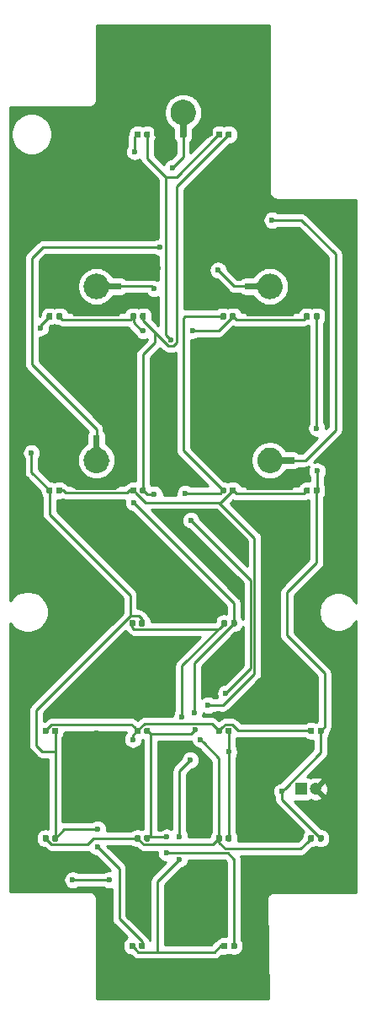
<source format=gbr>
G04 #@! TF.GenerationSoftware,KiCad,Pcbnew,(5.1.4-0-10_14)*
G04 #@! TF.CreationDate,2019-12-22T09:42:40+01:00*
G04 #@! TF.ProjectId,JETT_SELECT_Panel,4a455454-5f53-4454-9c45-43545f50616e,-*
G04 #@! TF.SameCoordinates,Original*
G04 #@! TF.FileFunction,Copper,L1,Top*
G04 #@! TF.FilePolarity,Positive*
%FSLAX46Y46*%
G04 Gerber Fmt 4.6, Leading zero omitted, Abs format (unit mm)*
G04 Created by KiCad (PCBNEW (5.1.4-0-10_14)) date 2019-12-22 09:42:40*
%MOMM*%
%LPD*%
G04 APERTURE LIST*
%ADD10C,0.100000*%
%ADD11C,0.590000*%
%ADD12C,1.200000*%
%ADD13R,1.200000X1.200000*%
%ADD14C,0.640000*%
%ADD15C,0.500000*%
%ADD16C,0.600000*%
%ADD17C,0.228600*%
%ADD18C,0.254000*%
G04 APERTURE END LIST*
D10*
G36*
X116516708Y-129313460D02*
G01*
X116531026Y-129315584D01*
X116545067Y-129319101D01*
X116558696Y-129323978D01*
X116571781Y-129330167D01*
X116584197Y-129337608D01*
X116595823Y-129346231D01*
X116606548Y-129355952D01*
X116616269Y-129366677D01*
X116624892Y-129378303D01*
X116632333Y-129390719D01*
X116638522Y-129403804D01*
X116643399Y-129417433D01*
X116646916Y-129431474D01*
X116649040Y-129445792D01*
X116649750Y-129460250D01*
X116649750Y-129805250D01*
X116649040Y-129819708D01*
X116646916Y-129834026D01*
X116643399Y-129848067D01*
X116638522Y-129861696D01*
X116632333Y-129874781D01*
X116624892Y-129887197D01*
X116616269Y-129898823D01*
X116606548Y-129909548D01*
X116595823Y-129919269D01*
X116584197Y-129927892D01*
X116571781Y-129935333D01*
X116558696Y-129941522D01*
X116545067Y-129946399D01*
X116531026Y-129949916D01*
X116516708Y-129952040D01*
X116502250Y-129952750D01*
X116207250Y-129952750D01*
X116192792Y-129952040D01*
X116178474Y-129949916D01*
X116164433Y-129946399D01*
X116150804Y-129941522D01*
X116137719Y-129935333D01*
X116125303Y-129927892D01*
X116113677Y-129919269D01*
X116102952Y-129909548D01*
X116093231Y-129898823D01*
X116084608Y-129887197D01*
X116077167Y-129874781D01*
X116070978Y-129861696D01*
X116066101Y-129848067D01*
X116062584Y-129834026D01*
X116060460Y-129819708D01*
X116059750Y-129805250D01*
X116059750Y-129460250D01*
X116060460Y-129445792D01*
X116062584Y-129431474D01*
X116066101Y-129417433D01*
X116070978Y-129403804D01*
X116077167Y-129390719D01*
X116084608Y-129378303D01*
X116093231Y-129366677D01*
X116102952Y-129355952D01*
X116113677Y-129346231D01*
X116125303Y-129337608D01*
X116137719Y-129330167D01*
X116150804Y-129323978D01*
X116164433Y-129319101D01*
X116178474Y-129315584D01*
X116192792Y-129313460D01*
X116207250Y-129312750D01*
X116502250Y-129312750D01*
X116516708Y-129313460D01*
X116516708Y-129313460D01*
G37*
D11*
X116354750Y-129632750D03*
D10*
G36*
X115546708Y-129313460D02*
G01*
X115561026Y-129315584D01*
X115575067Y-129319101D01*
X115588696Y-129323978D01*
X115601781Y-129330167D01*
X115614197Y-129337608D01*
X115625823Y-129346231D01*
X115636548Y-129355952D01*
X115646269Y-129366677D01*
X115654892Y-129378303D01*
X115662333Y-129390719D01*
X115668522Y-129403804D01*
X115673399Y-129417433D01*
X115676916Y-129431474D01*
X115679040Y-129445792D01*
X115679750Y-129460250D01*
X115679750Y-129805250D01*
X115679040Y-129819708D01*
X115676916Y-129834026D01*
X115673399Y-129848067D01*
X115668522Y-129861696D01*
X115662333Y-129874781D01*
X115654892Y-129887197D01*
X115646269Y-129898823D01*
X115636548Y-129909548D01*
X115625823Y-129919269D01*
X115614197Y-129927892D01*
X115601781Y-129935333D01*
X115588696Y-129941522D01*
X115575067Y-129946399D01*
X115561026Y-129949916D01*
X115546708Y-129952040D01*
X115532250Y-129952750D01*
X115237250Y-129952750D01*
X115222792Y-129952040D01*
X115208474Y-129949916D01*
X115194433Y-129946399D01*
X115180804Y-129941522D01*
X115167719Y-129935333D01*
X115155303Y-129927892D01*
X115143677Y-129919269D01*
X115132952Y-129909548D01*
X115123231Y-129898823D01*
X115114608Y-129887197D01*
X115107167Y-129874781D01*
X115100978Y-129861696D01*
X115096101Y-129848067D01*
X115092584Y-129834026D01*
X115090460Y-129819708D01*
X115089750Y-129805250D01*
X115089750Y-129460250D01*
X115090460Y-129445792D01*
X115092584Y-129431474D01*
X115096101Y-129417433D01*
X115100978Y-129403804D01*
X115107167Y-129390719D01*
X115114608Y-129378303D01*
X115123231Y-129366677D01*
X115132952Y-129355952D01*
X115143677Y-129346231D01*
X115155303Y-129337608D01*
X115167719Y-129330167D01*
X115180804Y-129323978D01*
X115194433Y-129319101D01*
X115208474Y-129315584D01*
X115222792Y-129313460D01*
X115237250Y-129312750D01*
X115532250Y-129312750D01*
X115546708Y-129313460D01*
X115546708Y-129313460D01*
G37*
D11*
X115384750Y-129632750D03*
D10*
G36*
X116516708Y-118523460D02*
G01*
X116531026Y-118525584D01*
X116545067Y-118529101D01*
X116558696Y-118533978D01*
X116571781Y-118540167D01*
X116584197Y-118547608D01*
X116595823Y-118556231D01*
X116606548Y-118565952D01*
X116616269Y-118576677D01*
X116624892Y-118588303D01*
X116632333Y-118600719D01*
X116638522Y-118613804D01*
X116643399Y-118627433D01*
X116646916Y-118641474D01*
X116649040Y-118655792D01*
X116649750Y-118670250D01*
X116649750Y-119015250D01*
X116649040Y-119029708D01*
X116646916Y-119044026D01*
X116643399Y-119058067D01*
X116638522Y-119071696D01*
X116632333Y-119084781D01*
X116624892Y-119097197D01*
X116616269Y-119108823D01*
X116606548Y-119119548D01*
X116595823Y-119129269D01*
X116584197Y-119137892D01*
X116571781Y-119145333D01*
X116558696Y-119151522D01*
X116545067Y-119156399D01*
X116531026Y-119159916D01*
X116516708Y-119162040D01*
X116502250Y-119162750D01*
X116207250Y-119162750D01*
X116192792Y-119162040D01*
X116178474Y-119159916D01*
X116164433Y-119156399D01*
X116150804Y-119151522D01*
X116137719Y-119145333D01*
X116125303Y-119137892D01*
X116113677Y-119129269D01*
X116102952Y-119119548D01*
X116093231Y-119108823D01*
X116084608Y-119097197D01*
X116077167Y-119084781D01*
X116070978Y-119071696D01*
X116066101Y-119058067D01*
X116062584Y-119044026D01*
X116060460Y-119029708D01*
X116059750Y-119015250D01*
X116059750Y-118670250D01*
X116060460Y-118655792D01*
X116062584Y-118641474D01*
X116066101Y-118627433D01*
X116070978Y-118613804D01*
X116077167Y-118600719D01*
X116084608Y-118588303D01*
X116093231Y-118576677D01*
X116102952Y-118565952D01*
X116113677Y-118556231D01*
X116125303Y-118547608D01*
X116137719Y-118540167D01*
X116150804Y-118533978D01*
X116164433Y-118529101D01*
X116178474Y-118525584D01*
X116192792Y-118523460D01*
X116207250Y-118522750D01*
X116502250Y-118522750D01*
X116516708Y-118523460D01*
X116516708Y-118523460D01*
G37*
D11*
X116354750Y-118842750D03*
D10*
G36*
X115546708Y-118523460D02*
G01*
X115561026Y-118525584D01*
X115575067Y-118529101D01*
X115588696Y-118533978D01*
X115601781Y-118540167D01*
X115614197Y-118547608D01*
X115625823Y-118556231D01*
X115636548Y-118565952D01*
X115646269Y-118576677D01*
X115654892Y-118588303D01*
X115662333Y-118600719D01*
X115668522Y-118613804D01*
X115673399Y-118627433D01*
X115676916Y-118641474D01*
X115679040Y-118655792D01*
X115679750Y-118670250D01*
X115679750Y-119015250D01*
X115679040Y-119029708D01*
X115676916Y-119044026D01*
X115673399Y-119058067D01*
X115668522Y-119071696D01*
X115662333Y-119084781D01*
X115654892Y-119097197D01*
X115646269Y-119108823D01*
X115636548Y-119119548D01*
X115625823Y-119129269D01*
X115614197Y-119137892D01*
X115601781Y-119145333D01*
X115588696Y-119151522D01*
X115575067Y-119156399D01*
X115561026Y-119159916D01*
X115546708Y-119162040D01*
X115532250Y-119162750D01*
X115237250Y-119162750D01*
X115222792Y-119162040D01*
X115208474Y-119159916D01*
X115194433Y-119156399D01*
X115180804Y-119151522D01*
X115167719Y-119145333D01*
X115155303Y-119137892D01*
X115143677Y-119129269D01*
X115132952Y-119119548D01*
X115123231Y-119108823D01*
X115114608Y-119097197D01*
X115107167Y-119084781D01*
X115100978Y-119071696D01*
X115096101Y-119058067D01*
X115092584Y-119044026D01*
X115090460Y-119029708D01*
X115089750Y-119015250D01*
X115089750Y-118670250D01*
X115090460Y-118655792D01*
X115092584Y-118641474D01*
X115096101Y-118627433D01*
X115100978Y-118613804D01*
X115107167Y-118600719D01*
X115114608Y-118588303D01*
X115123231Y-118576677D01*
X115132952Y-118565952D01*
X115143677Y-118556231D01*
X115155303Y-118547608D01*
X115167719Y-118540167D01*
X115180804Y-118533978D01*
X115194433Y-118529101D01*
X115208474Y-118525584D01*
X115222792Y-118523460D01*
X115237250Y-118522750D01*
X115532250Y-118522750D01*
X115546708Y-118523460D01*
X115546708Y-118523460D01*
G37*
D11*
X115384750Y-118842750D03*
D10*
G36*
X116106708Y-94393460D02*
G01*
X116121026Y-94395584D01*
X116135067Y-94399101D01*
X116148696Y-94403978D01*
X116161781Y-94410167D01*
X116174197Y-94417608D01*
X116185823Y-94426231D01*
X116196548Y-94435952D01*
X116206269Y-94446677D01*
X116214892Y-94458303D01*
X116222333Y-94470719D01*
X116228522Y-94483804D01*
X116233399Y-94497433D01*
X116236916Y-94511474D01*
X116239040Y-94525792D01*
X116239750Y-94540250D01*
X116239750Y-94885250D01*
X116239040Y-94899708D01*
X116236916Y-94914026D01*
X116233399Y-94928067D01*
X116228522Y-94941696D01*
X116222333Y-94954781D01*
X116214892Y-94967197D01*
X116206269Y-94978823D01*
X116196548Y-94989548D01*
X116185823Y-94999269D01*
X116174197Y-95007892D01*
X116161781Y-95015333D01*
X116148696Y-95021522D01*
X116135067Y-95026399D01*
X116121026Y-95029916D01*
X116106708Y-95032040D01*
X116092250Y-95032750D01*
X115797250Y-95032750D01*
X115782792Y-95032040D01*
X115768474Y-95029916D01*
X115754433Y-95026399D01*
X115740804Y-95021522D01*
X115727719Y-95015333D01*
X115715303Y-95007892D01*
X115703677Y-94999269D01*
X115692952Y-94989548D01*
X115683231Y-94978823D01*
X115674608Y-94967197D01*
X115667167Y-94954781D01*
X115660978Y-94941696D01*
X115656101Y-94928067D01*
X115652584Y-94914026D01*
X115650460Y-94899708D01*
X115649750Y-94885250D01*
X115649750Y-94540250D01*
X115650460Y-94525792D01*
X115652584Y-94511474D01*
X115656101Y-94497433D01*
X115660978Y-94483804D01*
X115667167Y-94470719D01*
X115674608Y-94458303D01*
X115683231Y-94446677D01*
X115692952Y-94435952D01*
X115703677Y-94426231D01*
X115715303Y-94417608D01*
X115727719Y-94410167D01*
X115740804Y-94403978D01*
X115754433Y-94399101D01*
X115768474Y-94395584D01*
X115782792Y-94393460D01*
X115797250Y-94392750D01*
X116092250Y-94392750D01*
X116106708Y-94393460D01*
X116106708Y-94393460D01*
G37*
D11*
X115944750Y-94712750D03*
D10*
G36*
X115136708Y-94393460D02*
G01*
X115151026Y-94395584D01*
X115165067Y-94399101D01*
X115178696Y-94403978D01*
X115191781Y-94410167D01*
X115204197Y-94417608D01*
X115215823Y-94426231D01*
X115226548Y-94435952D01*
X115236269Y-94446677D01*
X115244892Y-94458303D01*
X115252333Y-94470719D01*
X115258522Y-94483804D01*
X115263399Y-94497433D01*
X115266916Y-94511474D01*
X115269040Y-94525792D01*
X115269750Y-94540250D01*
X115269750Y-94885250D01*
X115269040Y-94899708D01*
X115266916Y-94914026D01*
X115263399Y-94928067D01*
X115258522Y-94941696D01*
X115252333Y-94954781D01*
X115244892Y-94967197D01*
X115236269Y-94978823D01*
X115226548Y-94989548D01*
X115215823Y-94999269D01*
X115204197Y-95007892D01*
X115191781Y-95015333D01*
X115178696Y-95021522D01*
X115165067Y-95026399D01*
X115151026Y-95029916D01*
X115136708Y-95032040D01*
X115122250Y-95032750D01*
X114827250Y-95032750D01*
X114812792Y-95032040D01*
X114798474Y-95029916D01*
X114784433Y-95026399D01*
X114770804Y-95021522D01*
X114757719Y-95015333D01*
X114745303Y-95007892D01*
X114733677Y-94999269D01*
X114722952Y-94989548D01*
X114713231Y-94978823D01*
X114704608Y-94967197D01*
X114697167Y-94954781D01*
X114690978Y-94941696D01*
X114686101Y-94928067D01*
X114682584Y-94914026D01*
X114680460Y-94899708D01*
X114679750Y-94885250D01*
X114679750Y-94540250D01*
X114680460Y-94525792D01*
X114682584Y-94511474D01*
X114686101Y-94497433D01*
X114690978Y-94483804D01*
X114697167Y-94470719D01*
X114704608Y-94458303D01*
X114713231Y-94446677D01*
X114722952Y-94435952D01*
X114733677Y-94426231D01*
X114745303Y-94417608D01*
X114757719Y-94410167D01*
X114770804Y-94403978D01*
X114784433Y-94399101D01*
X114798474Y-94395584D01*
X114812792Y-94393460D01*
X114827250Y-94392750D01*
X115122250Y-94392750D01*
X115136708Y-94393460D01*
X115136708Y-94393460D01*
G37*
D11*
X114974750Y-94712750D03*
D10*
G36*
X116106708Y-76923460D02*
G01*
X116121026Y-76925584D01*
X116135067Y-76929101D01*
X116148696Y-76933978D01*
X116161781Y-76940167D01*
X116174197Y-76947608D01*
X116185823Y-76956231D01*
X116196548Y-76965952D01*
X116206269Y-76976677D01*
X116214892Y-76988303D01*
X116222333Y-77000719D01*
X116228522Y-77013804D01*
X116233399Y-77027433D01*
X116236916Y-77041474D01*
X116239040Y-77055792D01*
X116239750Y-77070250D01*
X116239750Y-77415250D01*
X116239040Y-77429708D01*
X116236916Y-77444026D01*
X116233399Y-77458067D01*
X116228522Y-77471696D01*
X116222333Y-77484781D01*
X116214892Y-77497197D01*
X116206269Y-77508823D01*
X116196548Y-77519548D01*
X116185823Y-77529269D01*
X116174197Y-77537892D01*
X116161781Y-77545333D01*
X116148696Y-77551522D01*
X116135067Y-77556399D01*
X116121026Y-77559916D01*
X116106708Y-77562040D01*
X116092250Y-77562750D01*
X115797250Y-77562750D01*
X115782792Y-77562040D01*
X115768474Y-77559916D01*
X115754433Y-77556399D01*
X115740804Y-77551522D01*
X115727719Y-77545333D01*
X115715303Y-77537892D01*
X115703677Y-77529269D01*
X115692952Y-77519548D01*
X115683231Y-77508823D01*
X115674608Y-77497197D01*
X115667167Y-77484781D01*
X115660978Y-77471696D01*
X115656101Y-77458067D01*
X115652584Y-77444026D01*
X115650460Y-77429708D01*
X115649750Y-77415250D01*
X115649750Y-77070250D01*
X115650460Y-77055792D01*
X115652584Y-77041474D01*
X115656101Y-77027433D01*
X115660978Y-77013804D01*
X115667167Y-77000719D01*
X115674608Y-76988303D01*
X115683231Y-76976677D01*
X115692952Y-76965952D01*
X115703677Y-76956231D01*
X115715303Y-76947608D01*
X115727719Y-76940167D01*
X115740804Y-76933978D01*
X115754433Y-76929101D01*
X115768474Y-76925584D01*
X115782792Y-76923460D01*
X115797250Y-76922750D01*
X116092250Y-76922750D01*
X116106708Y-76923460D01*
X116106708Y-76923460D01*
G37*
D11*
X115944750Y-77242750D03*
D10*
G36*
X115136708Y-76923460D02*
G01*
X115151026Y-76925584D01*
X115165067Y-76929101D01*
X115178696Y-76933978D01*
X115191781Y-76940167D01*
X115204197Y-76947608D01*
X115215823Y-76956231D01*
X115226548Y-76965952D01*
X115236269Y-76976677D01*
X115244892Y-76988303D01*
X115252333Y-77000719D01*
X115258522Y-77013804D01*
X115263399Y-77027433D01*
X115266916Y-77041474D01*
X115269040Y-77055792D01*
X115269750Y-77070250D01*
X115269750Y-77415250D01*
X115269040Y-77429708D01*
X115266916Y-77444026D01*
X115263399Y-77458067D01*
X115258522Y-77471696D01*
X115252333Y-77484781D01*
X115244892Y-77497197D01*
X115236269Y-77508823D01*
X115226548Y-77519548D01*
X115215823Y-77529269D01*
X115204197Y-77537892D01*
X115191781Y-77545333D01*
X115178696Y-77551522D01*
X115165067Y-77556399D01*
X115151026Y-77559916D01*
X115136708Y-77562040D01*
X115122250Y-77562750D01*
X114827250Y-77562750D01*
X114812792Y-77562040D01*
X114798474Y-77559916D01*
X114784433Y-77556399D01*
X114770804Y-77551522D01*
X114757719Y-77545333D01*
X114745303Y-77537892D01*
X114733677Y-77529269D01*
X114722952Y-77519548D01*
X114713231Y-77508823D01*
X114704608Y-77497197D01*
X114697167Y-77484781D01*
X114690978Y-77471696D01*
X114686101Y-77458067D01*
X114682584Y-77444026D01*
X114680460Y-77429708D01*
X114679750Y-77415250D01*
X114679750Y-77070250D01*
X114680460Y-77055792D01*
X114682584Y-77041474D01*
X114686101Y-77027433D01*
X114690978Y-77013804D01*
X114697167Y-77000719D01*
X114704608Y-76988303D01*
X114713231Y-76976677D01*
X114722952Y-76965952D01*
X114733677Y-76956231D01*
X114745303Y-76947608D01*
X114757719Y-76940167D01*
X114770804Y-76933978D01*
X114784433Y-76929101D01*
X114798474Y-76925584D01*
X114812792Y-76923460D01*
X114827250Y-76922750D01*
X115122250Y-76922750D01*
X115136708Y-76923460D01*
X115136708Y-76923460D01*
G37*
D11*
X114974750Y-77242750D03*
D10*
G36*
X107256708Y-129313460D02*
G01*
X107271026Y-129315584D01*
X107285067Y-129319101D01*
X107298696Y-129323978D01*
X107311781Y-129330167D01*
X107324197Y-129337608D01*
X107335823Y-129346231D01*
X107346548Y-129355952D01*
X107356269Y-129366677D01*
X107364892Y-129378303D01*
X107372333Y-129390719D01*
X107378522Y-129403804D01*
X107383399Y-129417433D01*
X107386916Y-129431474D01*
X107389040Y-129445792D01*
X107389750Y-129460250D01*
X107389750Y-129805250D01*
X107389040Y-129819708D01*
X107386916Y-129834026D01*
X107383399Y-129848067D01*
X107378522Y-129861696D01*
X107372333Y-129874781D01*
X107364892Y-129887197D01*
X107356269Y-129898823D01*
X107346548Y-129909548D01*
X107335823Y-129919269D01*
X107324197Y-129927892D01*
X107311781Y-129935333D01*
X107298696Y-129941522D01*
X107285067Y-129946399D01*
X107271026Y-129949916D01*
X107256708Y-129952040D01*
X107242250Y-129952750D01*
X106947250Y-129952750D01*
X106932792Y-129952040D01*
X106918474Y-129949916D01*
X106904433Y-129946399D01*
X106890804Y-129941522D01*
X106877719Y-129935333D01*
X106865303Y-129927892D01*
X106853677Y-129919269D01*
X106842952Y-129909548D01*
X106833231Y-129898823D01*
X106824608Y-129887197D01*
X106817167Y-129874781D01*
X106810978Y-129861696D01*
X106806101Y-129848067D01*
X106802584Y-129834026D01*
X106800460Y-129819708D01*
X106799750Y-129805250D01*
X106799750Y-129460250D01*
X106800460Y-129445792D01*
X106802584Y-129431474D01*
X106806101Y-129417433D01*
X106810978Y-129403804D01*
X106817167Y-129390719D01*
X106824608Y-129378303D01*
X106833231Y-129366677D01*
X106842952Y-129355952D01*
X106853677Y-129346231D01*
X106865303Y-129337608D01*
X106877719Y-129330167D01*
X106890804Y-129323978D01*
X106904433Y-129319101D01*
X106918474Y-129315584D01*
X106932792Y-129313460D01*
X106947250Y-129312750D01*
X107242250Y-129312750D01*
X107256708Y-129313460D01*
X107256708Y-129313460D01*
G37*
D11*
X107094750Y-129632750D03*
D10*
G36*
X106286708Y-129313460D02*
G01*
X106301026Y-129315584D01*
X106315067Y-129319101D01*
X106328696Y-129323978D01*
X106341781Y-129330167D01*
X106354197Y-129337608D01*
X106365823Y-129346231D01*
X106376548Y-129355952D01*
X106386269Y-129366677D01*
X106394892Y-129378303D01*
X106402333Y-129390719D01*
X106408522Y-129403804D01*
X106413399Y-129417433D01*
X106416916Y-129431474D01*
X106419040Y-129445792D01*
X106419750Y-129460250D01*
X106419750Y-129805250D01*
X106419040Y-129819708D01*
X106416916Y-129834026D01*
X106413399Y-129848067D01*
X106408522Y-129861696D01*
X106402333Y-129874781D01*
X106394892Y-129887197D01*
X106386269Y-129898823D01*
X106376548Y-129909548D01*
X106365823Y-129919269D01*
X106354197Y-129927892D01*
X106341781Y-129935333D01*
X106328696Y-129941522D01*
X106315067Y-129946399D01*
X106301026Y-129949916D01*
X106286708Y-129952040D01*
X106272250Y-129952750D01*
X105977250Y-129952750D01*
X105962792Y-129952040D01*
X105948474Y-129949916D01*
X105934433Y-129946399D01*
X105920804Y-129941522D01*
X105907719Y-129935333D01*
X105895303Y-129927892D01*
X105883677Y-129919269D01*
X105872952Y-129909548D01*
X105863231Y-129898823D01*
X105854608Y-129887197D01*
X105847167Y-129874781D01*
X105840978Y-129861696D01*
X105836101Y-129848067D01*
X105832584Y-129834026D01*
X105830460Y-129819708D01*
X105829750Y-129805250D01*
X105829750Y-129460250D01*
X105830460Y-129445792D01*
X105832584Y-129431474D01*
X105836101Y-129417433D01*
X105840978Y-129403804D01*
X105847167Y-129390719D01*
X105854608Y-129378303D01*
X105863231Y-129366677D01*
X105872952Y-129355952D01*
X105883677Y-129346231D01*
X105895303Y-129337608D01*
X105907719Y-129330167D01*
X105920804Y-129323978D01*
X105934433Y-129319101D01*
X105948474Y-129315584D01*
X105962792Y-129313460D01*
X105977250Y-129312750D01*
X106272250Y-129312750D01*
X106286708Y-129313460D01*
X106286708Y-129313460D01*
G37*
D11*
X106124750Y-129632750D03*
D10*
G36*
X107256708Y-118523460D02*
G01*
X107271026Y-118525584D01*
X107285067Y-118529101D01*
X107298696Y-118533978D01*
X107311781Y-118540167D01*
X107324197Y-118547608D01*
X107335823Y-118556231D01*
X107346548Y-118565952D01*
X107356269Y-118576677D01*
X107364892Y-118588303D01*
X107372333Y-118600719D01*
X107378522Y-118613804D01*
X107383399Y-118627433D01*
X107386916Y-118641474D01*
X107389040Y-118655792D01*
X107389750Y-118670250D01*
X107389750Y-119015250D01*
X107389040Y-119029708D01*
X107386916Y-119044026D01*
X107383399Y-119058067D01*
X107378522Y-119071696D01*
X107372333Y-119084781D01*
X107364892Y-119097197D01*
X107356269Y-119108823D01*
X107346548Y-119119548D01*
X107335823Y-119129269D01*
X107324197Y-119137892D01*
X107311781Y-119145333D01*
X107298696Y-119151522D01*
X107285067Y-119156399D01*
X107271026Y-119159916D01*
X107256708Y-119162040D01*
X107242250Y-119162750D01*
X106947250Y-119162750D01*
X106932792Y-119162040D01*
X106918474Y-119159916D01*
X106904433Y-119156399D01*
X106890804Y-119151522D01*
X106877719Y-119145333D01*
X106865303Y-119137892D01*
X106853677Y-119129269D01*
X106842952Y-119119548D01*
X106833231Y-119108823D01*
X106824608Y-119097197D01*
X106817167Y-119084781D01*
X106810978Y-119071696D01*
X106806101Y-119058067D01*
X106802584Y-119044026D01*
X106800460Y-119029708D01*
X106799750Y-119015250D01*
X106799750Y-118670250D01*
X106800460Y-118655792D01*
X106802584Y-118641474D01*
X106806101Y-118627433D01*
X106810978Y-118613804D01*
X106817167Y-118600719D01*
X106824608Y-118588303D01*
X106833231Y-118576677D01*
X106842952Y-118565952D01*
X106853677Y-118556231D01*
X106865303Y-118547608D01*
X106877719Y-118540167D01*
X106890804Y-118533978D01*
X106904433Y-118529101D01*
X106918474Y-118525584D01*
X106932792Y-118523460D01*
X106947250Y-118522750D01*
X107242250Y-118522750D01*
X107256708Y-118523460D01*
X107256708Y-118523460D01*
G37*
D11*
X107094750Y-118842750D03*
D10*
G36*
X106286708Y-118523460D02*
G01*
X106301026Y-118525584D01*
X106315067Y-118529101D01*
X106328696Y-118533978D01*
X106341781Y-118540167D01*
X106354197Y-118547608D01*
X106365823Y-118556231D01*
X106376548Y-118565952D01*
X106386269Y-118576677D01*
X106394892Y-118588303D01*
X106402333Y-118600719D01*
X106408522Y-118613804D01*
X106413399Y-118627433D01*
X106416916Y-118641474D01*
X106419040Y-118655792D01*
X106419750Y-118670250D01*
X106419750Y-119015250D01*
X106419040Y-119029708D01*
X106416916Y-119044026D01*
X106413399Y-119058067D01*
X106408522Y-119071696D01*
X106402333Y-119084781D01*
X106394892Y-119097197D01*
X106386269Y-119108823D01*
X106376548Y-119119548D01*
X106365823Y-119129269D01*
X106354197Y-119137892D01*
X106341781Y-119145333D01*
X106328696Y-119151522D01*
X106315067Y-119156399D01*
X106301026Y-119159916D01*
X106286708Y-119162040D01*
X106272250Y-119162750D01*
X105977250Y-119162750D01*
X105962792Y-119162040D01*
X105948474Y-119159916D01*
X105934433Y-119156399D01*
X105920804Y-119151522D01*
X105907719Y-119145333D01*
X105895303Y-119137892D01*
X105883677Y-119129269D01*
X105872952Y-119119548D01*
X105863231Y-119108823D01*
X105854608Y-119097197D01*
X105847167Y-119084781D01*
X105840978Y-119071696D01*
X105836101Y-119058067D01*
X105832584Y-119044026D01*
X105830460Y-119029708D01*
X105829750Y-119015250D01*
X105829750Y-118670250D01*
X105830460Y-118655792D01*
X105832584Y-118641474D01*
X105836101Y-118627433D01*
X105840978Y-118613804D01*
X105847167Y-118600719D01*
X105854608Y-118588303D01*
X105863231Y-118576677D01*
X105872952Y-118565952D01*
X105883677Y-118556231D01*
X105895303Y-118547608D01*
X105907719Y-118540167D01*
X105920804Y-118533978D01*
X105934433Y-118529101D01*
X105948474Y-118525584D01*
X105962792Y-118523460D01*
X105977250Y-118522750D01*
X106272250Y-118522750D01*
X106286708Y-118523460D01*
X106286708Y-118523460D01*
G37*
D11*
X106124750Y-118842750D03*
D10*
G36*
X106696708Y-94393460D02*
G01*
X106711026Y-94395584D01*
X106725067Y-94399101D01*
X106738696Y-94403978D01*
X106751781Y-94410167D01*
X106764197Y-94417608D01*
X106775823Y-94426231D01*
X106786548Y-94435952D01*
X106796269Y-94446677D01*
X106804892Y-94458303D01*
X106812333Y-94470719D01*
X106818522Y-94483804D01*
X106823399Y-94497433D01*
X106826916Y-94511474D01*
X106829040Y-94525792D01*
X106829750Y-94540250D01*
X106829750Y-94885250D01*
X106829040Y-94899708D01*
X106826916Y-94914026D01*
X106823399Y-94928067D01*
X106818522Y-94941696D01*
X106812333Y-94954781D01*
X106804892Y-94967197D01*
X106796269Y-94978823D01*
X106786548Y-94989548D01*
X106775823Y-94999269D01*
X106764197Y-95007892D01*
X106751781Y-95015333D01*
X106738696Y-95021522D01*
X106725067Y-95026399D01*
X106711026Y-95029916D01*
X106696708Y-95032040D01*
X106682250Y-95032750D01*
X106387250Y-95032750D01*
X106372792Y-95032040D01*
X106358474Y-95029916D01*
X106344433Y-95026399D01*
X106330804Y-95021522D01*
X106317719Y-95015333D01*
X106305303Y-95007892D01*
X106293677Y-94999269D01*
X106282952Y-94989548D01*
X106273231Y-94978823D01*
X106264608Y-94967197D01*
X106257167Y-94954781D01*
X106250978Y-94941696D01*
X106246101Y-94928067D01*
X106242584Y-94914026D01*
X106240460Y-94899708D01*
X106239750Y-94885250D01*
X106239750Y-94540250D01*
X106240460Y-94525792D01*
X106242584Y-94511474D01*
X106246101Y-94497433D01*
X106250978Y-94483804D01*
X106257167Y-94470719D01*
X106264608Y-94458303D01*
X106273231Y-94446677D01*
X106282952Y-94435952D01*
X106293677Y-94426231D01*
X106305303Y-94417608D01*
X106317719Y-94410167D01*
X106330804Y-94403978D01*
X106344433Y-94399101D01*
X106358474Y-94395584D01*
X106372792Y-94393460D01*
X106387250Y-94392750D01*
X106682250Y-94392750D01*
X106696708Y-94393460D01*
X106696708Y-94393460D01*
G37*
D11*
X106534750Y-94712750D03*
D10*
G36*
X107666708Y-94393460D02*
G01*
X107681026Y-94395584D01*
X107695067Y-94399101D01*
X107708696Y-94403978D01*
X107721781Y-94410167D01*
X107734197Y-94417608D01*
X107745823Y-94426231D01*
X107756548Y-94435952D01*
X107766269Y-94446677D01*
X107774892Y-94458303D01*
X107782333Y-94470719D01*
X107788522Y-94483804D01*
X107793399Y-94497433D01*
X107796916Y-94511474D01*
X107799040Y-94525792D01*
X107799750Y-94540250D01*
X107799750Y-94885250D01*
X107799040Y-94899708D01*
X107796916Y-94914026D01*
X107793399Y-94928067D01*
X107788522Y-94941696D01*
X107782333Y-94954781D01*
X107774892Y-94967197D01*
X107766269Y-94978823D01*
X107756548Y-94989548D01*
X107745823Y-94999269D01*
X107734197Y-95007892D01*
X107721781Y-95015333D01*
X107708696Y-95021522D01*
X107695067Y-95026399D01*
X107681026Y-95029916D01*
X107666708Y-95032040D01*
X107652250Y-95032750D01*
X107357250Y-95032750D01*
X107342792Y-95032040D01*
X107328474Y-95029916D01*
X107314433Y-95026399D01*
X107300804Y-95021522D01*
X107287719Y-95015333D01*
X107275303Y-95007892D01*
X107263677Y-94999269D01*
X107252952Y-94989548D01*
X107243231Y-94978823D01*
X107234608Y-94967197D01*
X107227167Y-94954781D01*
X107220978Y-94941696D01*
X107216101Y-94928067D01*
X107212584Y-94914026D01*
X107210460Y-94899708D01*
X107209750Y-94885250D01*
X107209750Y-94540250D01*
X107210460Y-94525792D01*
X107212584Y-94511474D01*
X107216101Y-94497433D01*
X107220978Y-94483804D01*
X107227167Y-94470719D01*
X107234608Y-94458303D01*
X107243231Y-94446677D01*
X107252952Y-94435952D01*
X107263677Y-94426231D01*
X107275303Y-94417608D01*
X107287719Y-94410167D01*
X107300804Y-94403978D01*
X107314433Y-94399101D01*
X107328474Y-94395584D01*
X107342792Y-94393460D01*
X107357250Y-94392750D01*
X107652250Y-94392750D01*
X107666708Y-94393460D01*
X107666708Y-94393460D01*
G37*
D11*
X107504750Y-94712750D03*
D10*
G36*
X106696708Y-76923460D02*
G01*
X106711026Y-76925584D01*
X106725067Y-76929101D01*
X106738696Y-76933978D01*
X106751781Y-76940167D01*
X106764197Y-76947608D01*
X106775823Y-76956231D01*
X106786548Y-76965952D01*
X106796269Y-76976677D01*
X106804892Y-76988303D01*
X106812333Y-77000719D01*
X106818522Y-77013804D01*
X106823399Y-77027433D01*
X106826916Y-77041474D01*
X106829040Y-77055792D01*
X106829750Y-77070250D01*
X106829750Y-77415250D01*
X106829040Y-77429708D01*
X106826916Y-77444026D01*
X106823399Y-77458067D01*
X106818522Y-77471696D01*
X106812333Y-77484781D01*
X106804892Y-77497197D01*
X106796269Y-77508823D01*
X106786548Y-77519548D01*
X106775823Y-77529269D01*
X106764197Y-77537892D01*
X106751781Y-77545333D01*
X106738696Y-77551522D01*
X106725067Y-77556399D01*
X106711026Y-77559916D01*
X106696708Y-77562040D01*
X106682250Y-77562750D01*
X106387250Y-77562750D01*
X106372792Y-77562040D01*
X106358474Y-77559916D01*
X106344433Y-77556399D01*
X106330804Y-77551522D01*
X106317719Y-77545333D01*
X106305303Y-77537892D01*
X106293677Y-77529269D01*
X106282952Y-77519548D01*
X106273231Y-77508823D01*
X106264608Y-77497197D01*
X106257167Y-77484781D01*
X106250978Y-77471696D01*
X106246101Y-77458067D01*
X106242584Y-77444026D01*
X106240460Y-77429708D01*
X106239750Y-77415250D01*
X106239750Y-77070250D01*
X106240460Y-77055792D01*
X106242584Y-77041474D01*
X106246101Y-77027433D01*
X106250978Y-77013804D01*
X106257167Y-77000719D01*
X106264608Y-76988303D01*
X106273231Y-76976677D01*
X106282952Y-76965952D01*
X106293677Y-76956231D01*
X106305303Y-76947608D01*
X106317719Y-76940167D01*
X106330804Y-76933978D01*
X106344433Y-76929101D01*
X106358474Y-76925584D01*
X106372792Y-76923460D01*
X106387250Y-76922750D01*
X106682250Y-76922750D01*
X106696708Y-76923460D01*
X106696708Y-76923460D01*
G37*
D11*
X106534750Y-77242750D03*
D10*
G36*
X107666708Y-76923460D02*
G01*
X107681026Y-76925584D01*
X107695067Y-76929101D01*
X107708696Y-76933978D01*
X107721781Y-76940167D01*
X107734197Y-76947608D01*
X107745823Y-76956231D01*
X107756548Y-76965952D01*
X107766269Y-76976677D01*
X107774892Y-76988303D01*
X107782333Y-77000719D01*
X107788522Y-77013804D01*
X107793399Y-77027433D01*
X107796916Y-77041474D01*
X107799040Y-77055792D01*
X107799750Y-77070250D01*
X107799750Y-77415250D01*
X107799040Y-77429708D01*
X107796916Y-77444026D01*
X107793399Y-77458067D01*
X107788522Y-77471696D01*
X107782333Y-77484781D01*
X107774892Y-77497197D01*
X107766269Y-77508823D01*
X107756548Y-77519548D01*
X107745823Y-77529269D01*
X107734197Y-77537892D01*
X107721781Y-77545333D01*
X107708696Y-77551522D01*
X107695067Y-77556399D01*
X107681026Y-77559916D01*
X107666708Y-77562040D01*
X107652250Y-77562750D01*
X107357250Y-77562750D01*
X107342792Y-77562040D01*
X107328474Y-77559916D01*
X107314433Y-77556399D01*
X107300804Y-77551522D01*
X107287719Y-77545333D01*
X107275303Y-77537892D01*
X107263677Y-77529269D01*
X107252952Y-77519548D01*
X107243231Y-77508823D01*
X107234608Y-77497197D01*
X107227167Y-77484781D01*
X107220978Y-77471696D01*
X107216101Y-77458067D01*
X107212584Y-77444026D01*
X107210460Y-77429708D01*
X107209750Y-77415250D01*
X107209750Y-77070250D01*
X107210460Y-77055792D01*
X107212584Y-77041474D01*
X107216101Y-77027433D01*
X107220978Y-77013804D01*
X107227167Y-77000719D01*
X107234608Y-76988303D01*
X107243231Y-76976677D01*
X107252952Y-76965952D01*
X107263677Y-76956231D01*
X107275303Y-76947608D01*
X107287719Y-76940167D01*
X107300804Y-76933978D01*
X107314433Y-76929101D01*
X107328474Y-76925584D01*
X107342792Y-76923460D01*
X107357250Y-76922750D01*
X107652250Y-76922750D01*
X107666708Y-76923460D01*
X107666708Y-76923460D01*
G37*
D11*
X107504750Y-77242750D03*
D10*
G36*
X107786708Y-140113460D02*
G01*
X107801026Y-140115584D01*
X107815067Y-140119101D01*
X107828696Y-140123978D01*
X107841781Y-140130167D01*
X107854197Y-140137608D01*
X107865823Y-140146231D01*
X107876548Y-140155952D01*
X107886269Y-140166677D01*
X107894892Y-140178303D01*
X107902333Y-140190719D01*
X107908522Y-140203804D01*
X107913399Y-140217433D01*
X107916916Y-140231474D01*
X107919040Y-140245792D01*
X107919750Y-140260250D01*
X107919750Y-140605250D01*
X107919040Y-140619708D01*
X107916916Y-140634026D01*
X107913399Y-140648067D01*
X107908522Y-140661696D01*
X107902333Y-140674781D01*
X107894892Y-140687197D01*
X107886269Y-140698823D01*
X107876548Y-140709548D01*
X107865823Y-140719269D01*
X107854197Y-140727892D01*
X107841781Y-140735333D01*
X107828696Y-140741522D01*
X107815067Y-140746399D01*
X107801026Y-140749916D01*
X107786708Y-140752040D01*
X107772250Y-140752750D01*
X107477250Y-140752750D01*
X107462792Y-140752040D01*
X107448474Y-140749916D01*
X107434433Y-140746399D01*
X107420804Y-140741522D01*
X107407719Y-140735333D01*
X107395303Y-140727892D01*
X107383677Y-140719269D01*
X107372952Y-140709548D01*
X107363231Y-140698823D01*
X107354608Y-140687197D01*
X107347167Y-140674781D01*
X107340978Y-140661696D01*
X107336101Y-140648067D01*
X107332584Y-140634026D01*
X107330460Y-140619708D01*
X107329750Y-140605250D01*
X107329750Y-140260250D01*
X107330460Y-140245792D01*
X107332584Y-140231474D01*
X107336101Y-140217433D01*
X107340978Y-140203804D01*
X107347167Y-140190719D01*
X107354608Y-140178303D01*
X107363231Y-140166677D01*
X107372952Y-140155952D01*
X107383677Y-140146231D01*
X107395303Y-140137608D01*
X107407719Y-140130167D01*
X107420804Y-140123978D01*
X107434433Y-140119101D01*
X107448474Y-140115584D01*
X107462792Y-140113460D01*
X107477250Y-140112750D01*
X107772250Y-140112750D01*
X107786708Y-140113460D01*
X107786708Y-140113460D01*
G37*
D11*
X107624750Y-140432750D03*
D10*
G36*
X106816708Y-140113460D02*
G01*
X106831026Y-140115584D01*
X106845067Y-140119101D01*
X106858696Y-140123978D01*
X106871781Y-140130167D01*
X106884197Y-140137608D01*
X106895823Y-140146231D01*
X106906548Y-140155952D01*
X106916269Y-140166677D01*
X106924892Y-140178303D01*
X106932333Y-140190719D01*
X106938522Y-140203804D01*
X106943399Y-140217433D01*
X106946916Y-140231474D01*
X106949040Y-140245792D01*
X106949750Y-140260250D01*
X106949750Y-140605250D01*
X106949040Y-140619708D01*
X106946916Y-140634026D01*
X106943399Y-140648067D01*
X106938522Y-140661696D01*
X106932333Y-140674781D01*
X106924892Y-140687197D01*
X106916269Y-140698823D01*
X106906548Y-140709548D01*
X106895823Y-140719269D01*
X106884197Y-140727892D01*
X106871781Y-140735333D01*
X106858696Y-140741522D01*
X106845067Y-140746399D01*
X106831026Y-140749916D01*
X106816708Y-140752040D01*
X106802250Y-140752750D01*
X106507250Y-140752750D01*
X106492792Y-140752040D01*
X106478474Y-140749916D01*
X106464433Y-140746399D01*
X106450804Y-140741522D01*
X106437719Y-140735333D01*
X106425303Y-140727892D01*
X106413677Y-140719269D01*
X106402952Y-140709548D01*
X106393231Y-140698823D01*
X106384608Y-140687197D01*
X106377167Y-140674781D01*
X106370978Y-140661696D01*
X106366101Y-140648067D01*
X106362584Y-140634026D01*
X106360460Y-140619708D01*
X106359750Y-140605250D01*
X106359750Y-140260250D01*
X106360460Y-140245792D01*
X106362584Y-140231474D01*
X106366101Y-140217433D01*
X106370978Y-140203804D01*
X106377167Y-140190719D01*
X106384608Y-140178303D01*
X106393231Y-140166677D01*
X106402952Y-140155952D01*
X106413677Y-140146231D01*
X106425303Y-140137608D01*
X106437719Y-140130167D01*
X106450804Y-140123978D01*
X106464433Y-140119101D01*
X106478474Y-140115584D01*
X106492792Y-140113460D01*
X106507250Y-140112750D01*
X106802250Y-140112750D01*
X106816708Y-140113460D01*
X106816708Y-140113460D01*
G37*
D11*
X106654750Y-140432750D03*
D10*
G36*
X99056708Y-129313460D02*
G01*
X99071026Y-129315584D01*
X99085067Y-129319101D01*
X99098696Y-129323978D01*
X99111781Y-129330167D01*
X99124197Y-129337608D01*
X99135823Y-129346231D01*
X99146548Y-129355952D01*
X99156269Y-129366677D01*
X99164892Y-129378303D01*
X99172333Y-129390719D01*
X99178522Y-129403804D01*
X99183399Y-129417433D01*
X99186916Y-129431474D01*
X99189040Y-129445792D01*
X99189750Y-129460250D01*
X99189750Y-129805250D01*
X99189040Y-129819708D01*
X99186916Y-129834026D01*
X99183399Y-129848067D01*
X99178522Y-129861696D01*
X99172333Y-129874781D01*
X99164892Y-129887197D01*
X99156269Y-129898823D01*
X99146548Y-129909548D01*
X99135823Y-129919269D01*
X99124197Y-129927892D01*
X99111781Y-129935333D01*
X99098696Y-129941522D01*
X99085067Y-129946399D01*
X99071026Y-129949916D01*
X99056708Y-129952040D01*
X99042250Y-129952750D01*
X98747250Y-129952750D01*
X98732792Y-129952040D01*
X98718474Y-129949916D01*
X98704433Y-129946399D01*
X98690804Y-129941522D01*
X98677719Y-129935333D01*
X98665303Y-129927892D01*
X98653677Y-129919269D01*
X98642952Y-129909548D01*
X98633231Y-129898823D01*
X98624608Y-129887197D01*
X98617167Y-129874781D01*
X98610978Y-129861696D01*
X98606101Y-129848067D01*
X98602584Y-129834026D01*
X98600460Y-129819708D01*
X98599750Y-129805250D01*
X98599750Y-129460250D01*
X98600460Y-129445792D01*
X98602584Y-129431474D01*
X98606101Y-129417433D01*
X98610978Y-129403804D01*
X98617167Y-129390719D01*
X98624608Y-129378303D01*
X98633231Y-129366677D01*
X98642952Y-129355952D01*
X98653677Y-129346231D01*
X98665303Y-129337608D01*
X98677719Y-129330167D01*
X98690804Y-129323978D01*
X98704433Y-129319101D01*
X98718474Y-129315584D01*
X98732792Y-129313460D01*
X98747250Y-129312750D01*
X99042250Y-129312750D01*
X99056708Y-129313460D01*
X99056708Y-129313460D01*
G37*
D11*
X98894750Y-129632750D03*
D10*
G36*
X98086708Y-129313460D02*
G01*
X98101026Y-129315584D01*
X98115067Y-129319101D01*
X98128696Y-129323978D01*
X98141781Y-129330167D01*
X98154197Y-129337608D01*
X98165823Y-129346231D01*
X98176548Y-129355952D01*
X98186269Y-129366677D01*
X98194892Y-129378303D01*
X98202333Y-129390719D01*
X98208522Y-129403804D01*
X98213399Y-129417433D01*
X98216916Y-129431474D01*
X98219040Y-129445792D01*
X98219750Y-129460250D01*
X98219750Y-129805250D01*
X98219040Y-129819708D01*
X98216916Y-129834026D01*
X98213399Y-129848067D01*
X98208522Y-129861696D01*
X98202333Y-129874781D01*
X98194892Y-129887197D01*
X98186269Y-129898823D01*
X98176548Y-129909548D01*
X98165823Y-129919269D01*
X98154197Y-129927892D01*
X98141781Y-129935333D01*
X98128696Y-129941522D01*
X98115067Y-129946399D01*
X98101026Y-129949916D01*
X98086708Y-129952040D01*
X98072250Y-129952750D01*
X97777250Y-129952750D01*
X97762792Y-129952040D01*
X97748474Y-129949916D01*
X97734433Y-129946399D01*
X97720804Y-129941522D01*
X97707719Y-129935333D01*
X97695303Y-129927892D01*
X97683677Y-129919269D01*
X97672952Y-129909548D01*
X97663231Y-129898823D01*
X97654608Y-129887197D01*
X97647167Y-129874781D01*
X97640978Y-129861696D01*
X97636101Y-129848067D01*
X97632584Y-129834026D01*
X97630460Y-129819708D01*
X97629750Y-129805250D01*
X97629750Y-129460250D01*
X97630460Y-129445792D01*
X97632584Y-129431474D01*
X97636101Y-129417433D01*
X97640978Y-129403804D01*
X97647167Y-129390719D01*
X97654608Y-129378303D01*
X97663231Y-129366677D01*
X97672952Y-129355952D01*
X97683677Y-129346231D01*
X97695303Y-129337608D01*
X97707719Y-129330167D01*
X97720804Y-129323978D01*
X97734433Y-129319101D01*
X97748474Y-129315584D01*
X97762792Y-129313460D01*
X97777250Y-129312750D01*
X98072250Y-129312750D01*
X98086708Y-129313460D01*
X98086708Y-129313460D01*
G37*
D11*
X97924750Y-129632750D03*
D10*
G36*
X99056708Y-118523460D02*
G01*
X99071026Y-118525584D01*
X99085067Y-118529101D01*
X99098696Y-118533978D01*
X99111781Y-118540167D01*
X99124197Y-118547608D01*
X99135823Y-118556231D01*
X99146548Y-118565952D01*
X99156269Y-118576677D01*
X99164892Y-118588303D01*
X99172333Y-118600719D01*
X99178522Y-118613804D01*
X99183399Y-118627433D01*
X99186916Y-118641474D01*
X99189040Y-118655792D01*
X99189750Y-118670250D01*
X99189750Y-119015250D01*
X99189040Y-119029708D01*
X99186916Y-119044026D01*
X99183399Y-119058067D01*
X99178522Y-119071696D01*
X99172333Y-119084781D01*
X99164892Y-119097197D01*
X99156269Y-119108823D01*
X99146548Y-119119548D01*
X99135823Y-119129269D01*
X99124197Y-119137892D01*
X99111781Y-119145333D01*
X99098696Y-119151522D01*
X99085067Y-119156399D01*
X99071026Y-119159916D01*
X99056708Y-119162040D01*
X99042250Y-119162750D01*
X98747250Y-119162750D01*
X98732792Y-119162040D01*
X98718474Y-119159916D01*
X98704433Y-119156399D01*
X98690804Y-119151522D01*
X98677719Y-119145333D01*
X98665303Y-119137892D01*
X98653677Y-119129269D01*
X98642952Y-119119548D01*
X98633231Y-119108823D01*
X98624608Y-119097197D01*
X98617167Y-119084781D01*
X98610978Y-119071696D01*
X98606101Y-119058067D01*
X98602584Y-119044026D01*
X98600460Y-119029708D01*
X98599750Y-119015250D01*
X98599750Y-118670250D01*
X98600460Y-118655792D01*
X98602584Y-118641474D01*
X98606101Y-118627433D01*
X98610978Y-118613804D01*
X98617167Y-118600719D01*
X98624608Y-118588303D01*
X98633231Y-118576677D01*
X98642952Y-118565952D01*
X98653677Y-118556231D01*
X98665303Y-118547608D01*
X98677719Y-118540167D01*
X98690804Y-118533978D01*
X98704433Y-118529101D01*
X98718474Y-118525584D01*
X98732792Y-118523460D01*
X98747250Y-118522750D01*
X99042250Y-118522750D01*
X99056708Y-118523460D01*
X99056708Y-118523460D01*
G37*
D11*
X98894750Y-118842750D03*
D10*
G36*
X98086708Y-118523460D02*
G01*
X98101026Y-118525584D01*
X98115067Y-118529101D01*
X98128696Y-118533978D01*
X98141781Y-118540167D01*
X98154197Y-118547608D01*
X98165823Y-118556231D01*
X98176548Y-118565952D01*
X98186269Y-118576677D01*
X98194892Y-118588303D01*
X98202333Y-118600719D01*
X98208522Y-118613804D01*
X98213399Y-118627433D01*
X98216916Y-118641474D01*
X98219040Y-118655792D01*
X98219750Y-118670250D01*
X98219750Y-119015250D01*
X98219040Y-119029708D01*
X98216916Y-119044026D01*
X98213399Y-119058067D01*
X98208522Y-119071696D01*
X98202333Y-119084781D01*
X98194892Y-119097197D01*
X98186269Y-119108823D01*
X98176548Y-119119548D01*
X98165823Y-119129269D01*
X98154197Y-119137892D01*
X98141781Y-119145333D01*
X98128696Y-119151522D01*
X98115067Y-119156399D01*
X98101026Y-119159916D01*
X98086708Y-119162040D01*
X98072250Y-119162750D01*
X97777250Y-119162750D01*
X97762792Y-119162040D01*
X97748474Y-119159916D01*
X97734433Y-119156399D01*
X97720804Y-119151522D01*
X97707719Y-119145333D01*
X97695303Y-119137892D01*
X97683677Y-119129269D01*
X97672952Y-119119548D01*
X97663231Y-119108823D01*
X97654608Y-119097197D01*
X97647167Y-119084781D01*
X97640978Y-119071696D01*
X97636101Y-119058067D01*
X97632584Y-119044026D01*
X97630460Y-119029708D01*
X97629750Y-119015250D01*
X97629750Y-118670250D01*
X97630460Y-118655792D01*
X97632584Y-118641474D01*
X97636101Y-118627433D01*
X97640978Y-118613804D01*
X97647167Y-118600719D01*
X97654608Y-118588303D01*
X97663231Y-118576677D01*
X97672952Y-118565952D01*
X97683677Y-118556231D01*
X97695303Y-118547608D01*
X97707719Y-118540167D01*
X97720804Y-118533978D01*
X97734433Y-118529101D01*
X97748474Y-118525584D01*
X97762792Y-118523460D01*
X97777250Y-118522750D01*
X98072250Y-118522750D01*
X98086708Y-118523460D01*
X98086708Y-118523460D01*
G37*
D11*
X97924750Y-118842750D03*
D10*
G36*
X107786708Y-107723460D02*
G01*
X107801026Y-107725584D01*
X107815067Y-107729101D01*
X107828696Y-107733978D01*
X107841781Y-107740167D01*
X107854197Y-107747608D01*
X107865823Y-107756231D01*
X107876548Y-107765952D01*
X107886269Y-107776677D01*
X107894892Y-107788303D01*
X107902333Y-107800719D01*
X107908522Y-107813804D01*
X107913399Y-107827433D01*
X107916916Y-107841474D01*
X107919040Y-107855792D01*
X107919750Y-107870250D01*
X107919750Y-108215250D01*
X107919040Y-108229708D01*
X107916916Y-108244026D01*
X107913399Y-108258067D01*
X107908522Y-108271696D01*
X107902333Y-108284781D01*
X107894892Y-108297197D01*
X107886269Y-108308823D01*
X107876548Y-108319548D01*
X107865823Y-108329269D01*
X107854197Y-108337892D01*
X107841781Y-108345333D01*
X107828696Y-108351522D01*
X107815067Y-108356399D01*
X107801026Y-108359916D01*
X107786708Y-108362040D01*
X107772250Y-108362750D01*
X107477250Y-108362750D01*
X107462792Y-108362040D01*
X107448474Y-108359916D01*
X107434433Y-108356399D01*
X107420804Y-108351522D01*
X107407719Y-108345333D01*
X107395303Y-108337892D01*
X107383677Y-108329269D01*
X107372952Y-108319548D01*
X107363231Y-108308823D01*
X107354608Y-108297197D01*
X107347167Y-108284781D01*
X107340978Y-108271696D01*
X107336101Y-108258067D01*
X107332584Y-108244026D01*
X107330460Y-108229708D01*
X107329750Y-108215250D01*
X107329750Y-107870250D01*
X107330460Y-107855792D01*
X107332584Y-107841474D01*
X107336101Y-107827433D01*
X107340978Y-107813804D01*
X107347167Y-107800719D01*
X107354608Y-107788303D01*
X107363231Y-107776677D01*
X107372952Y-107765952D01*
X107383677Y-107756231D01*
X107395303Y-107747608D01*
X107407719Y-107740167D01*
X107420804Y-107733978D01*
X107434433Y-107729101D01*
X107448474Y-107725584D01*
X107462792Y-107723460D01*
X107477250Y-107722750D01*
X107772250Y-107722750D01*
X107786708Y-107723460D01*
X107786708Y-107723460D01*
G37*
D11*
X107624750Y-108042750D03*
D10*
G36*
X106816708Y-107723460D02*
G01*
X106831026Y-107725584D01*
X106845067Y-107729101D01*
X106858696Y-107733978D01*
X106871781Y-107740167D01*
X106884197Y-107747608D01*
X106895823Y-107756231D01*
X106906548Y-107765952D01*
X106916269Y-107776677D01*
X106924892Y-107788303D01*
X106932333Y-107800719D01*
X106938522Y-107813804D01*
X106943399Y-107827433D01*
X106946916Y-107841474D01*
X106949040Y-107855792D01*
X106949750Y-107870250D01*
X106949750Y-108215250D01*
X106949040Y-108229708D01*
X106946916Y-108244026D01*
X106943399Y-108258067D01*
X106938522Y-108271696D01*
X106932333Y-108284781D01*
X106924892Y-108297197D01*
X106916269Y-108308823D01*
X106906548Y-108319548D01*
X106895823Y-108329269D01*
X106884197Y-108337892D01*
X106871781Y-108345333D01*
X106858696Y-108351522D01*
X106845067Y-108356399D01*
X106831026Y-108359916D01*
X106816708Y-108362040D01*
X106802250Y-108362750D01*
X106507250Y-108362750D01*
X106492792Y-108362040D01*
X106478474Y-108359916D01*
X106464433Y-108356399D01*
X106450804Y-108351522D01*
X106437719Y-108345333D01*
X106425303Y-108337892D01*
X106413677Y-108329269D01*
X106402952Y-108319548D01*
X106393231Y-108308823D01*
X106384608Y-108297197D01*
X106377167Y-108284781D01*
X106370978Y-108271696D01*
X106366101Y-108258067D01*
X106362584Y-108244026D01*
X106360460Y-108229708D01*
X106359750Y-108215250D01*
X106359750Y-107870250D01*
X106360460Y-107855792D01*
X106362584Y-107841474D01*
X106366101Y-107827433D01*
X106370978Y-107813804D01*
X106377167Y-107800719D01*
X106384608Y-107788303D01*
X106393231Y-107776677D01*
X106402952Y-107765952D01*
X106413677Y-107756231D01*
X106425303Y-107747608D01*
X106437719Y-107740167D01*
X106450804Y-107733978D01*
X106464433Y-107729101D01*
X106478474Y-107725584D01*
X106492792Y-107723460D01*
X106507250Y-107722750D01*
X106802250Y-107722750D01*
X106816708Y-107723460D01*
X106816708Y-107723460D01*
G37*
D11*
X106654750Y-108042750D03*
D10*
G36*
X98636708Y-94393460D02*
G01*
X98651026Y-94395584D01*
X98665067Y-94399101D01*
X98678696Y-94403978D01*
X98691781Y-94410167D01*
X98704197Y-94417608D01*
X98715823Y-94426231D01*
X98726548Y-94435952D01*
X98736269Y-94446677D01*
X98744892Y-94458303D01*
X98752333Y-94470719D01*
X98758522Y-94483804D01*
X98763399Y-94497433D01*
X98766916Y-94511474D01*
X98769040Y-94525792D01*
X98769750Y-94540250D01*
X98769750Y-94885250D01*
X98769040Y-94899708D01*
X98766916Y-94914026D01*
X98763399Y-94928067D01*
X98758522Y-94941696D01*
X98752333Y-94954781D01*
X98744892Y-94967197D01*
X98736269Y-94978823D01*
X98726548Y-94989548D01*
X98715823Y-94999269D01*
X98704197Y-95007892D01*
X98691781Y-95015333D01*
X98678696Y-95021522D01*
X98665067Y-95026399D01*
X98651026Y-95029916D01*
X98636708Y-95032040D01*
X98622250Y-95032750D01*
X98327250Y-95032750D01*
X98312792Y-95032040D01*
X98298474Y-95029916D01*
X98284433Y-95026399D01*
X98270804Y-95021522D01*
X98257719Y-95015333D01*
X98245303Y-95007892D01*
X98233677Y-94999269D01*
X98222952Y-94989548D01*
X98213231Y-94978823D01*
X98204608Y-94967197D01*
X98197167Y-94954781D01*
X98190978Y-94941696D01*
X98186101Y-94928067D01*
X98182584Y-94914026D01*
X98180460Y-94899708D01*
X98179750Y-94885250D01*
X98179750Y-94540250D01*
X98180460Y-94525792D01*
X98182584Y-94511474D01*
X98186101Y-94497433D01*
X98190978Y-94483804D01*
X98197167Y-94470719D01*
X98204608Y-94458303D01*
X98213231Y-94446677D01*
X98222952Y-94435952D01*
X98233677Y-94426231D01*
X98245303Y-94417608D01*
X98257719Y-94410167D01*
X98270804Y-94403978D01*
X98284433Y-94399101D01*
X98298474Y-94395584D01*
X98312792Y-94393460D01*
X98327250Y-94392750D01*
X98622250Y-94392750D01*
X98636708Y-94393460D01*
X98636708Y-94393460D01*
G37*
D11*
X98474750Y-94712750D03*
D10*
G36*
X97666708Y-94393460D02*
G01*
X97681026Y-94395584D01*
X97695067Y-94399101D01*
X97708696Y-94403978D01*
X97721781Y-94410167D01*
X97734197Y-94417608D01*
X97745823Y-94426231D01*
X97756548Y-94435952D01*
X97766269Y-94446677D01*
X97774892Y-94458303D01*
X97782333Y-94470719D01*
X97788522Y-94483804D01*
X97793399Y-94497433D01*
X97796916Y-94511474D01*
X97799040Y-94525792D01*
X97799750Y-94540250D01*
X97799750Y-94885250D01*
X97799040Y-94899708D01*
X97796916Y-94914026D01*
X97793399Y-94928067D01*
X97788522Y-94941696D01*
X97782333Y-94954781D01*
X97774892Y-94967197D01*
X97766269Y-94978823D01*
X97756548Y-94989548D01*
X97745823Y-94999269D01*
X97734197Y-95007892D01*
X97721781Y-95015333D01*
X97708696Y-95021522D01*
X97695067Y-95026399D01*
X97681026Y-95029916D01*
X97666708Y-95032040D01*
X97652250Y-95032750D01*
X97357250Y-95032750D01*
X97342792Y-95032040D01*
X97328474Y-95029916D01*
X97314433Y-95026399D01*
X97300804Y-95021522D01*
X97287719Y-95015333D01*
X97275303Y-95007892D01*
X97263677Y-94999269D01*
X97252952Y-94989548D01*
X97243231Y-94978823D01*
X97234608Y-94967197D01*
X97227167Y-94954781D01*
X97220978Y-94941696D01*
X97216101Y-94928067D01*
X97212584Y-94914026D01*
X97210460Y-94899708D01*
X97209750Y-94885250D01*
X97209750Y-94540250D01*
X97210460Y-94525792D01*
X97212584Y-94511474D01*
X97216101Y-94497433D01*
X97220978Y-94483804D01*
X97227167Y-94470719D01*
X97234608Y-94458303D01*
X97243231Y-94446677D01*
X97252952Y-94435952D01*
X97263677Y-94426231D01*
X97275303Y-94417608D01*
X97287719Y-94410167D01*
X97300804Y-94403978D01*
X97314433Y-94399101D01*
X97328474Y-94395584D01*
X97342792Y-94393460D01*
X97357250Y-94392750D01*
X97652250Y-94392750D01*
X97666708Y-94393460D01*
X97666708Y-94393460D01*
G37*
D11*
X97504750Y-94712750D03*
D10*
G36*
X98636708Y-76923460D02*
G01*
X98651026Y-76925584D01*
X98665067Y-76929101D01*
X98678696Y-76933978D01*
X98691781Y-76940167D01*
X98704197Y-76947608D01*
X98715823Y-76956231D01*
X98726548Y-76965952D01*
X98736269Y-76976677D01*
X98744892Y-76988303D01*
X98752333Y-77000719D01*
X98758522Y-77013804D01*
X98763399Y-77027433D01*
X98766916Y-77041474D01*
X98769040Y-77055792D01*
X98769750Y-77070250D01*
X98769750Y-77415250D01*
X98769040Y-77429708D01*
X98766916Y-77444026D01*
X98763399Y-77458067D01*
X98758522Y-77471696D01*
X98752333Y-77484781D01*
X98744892Y-77497197D01*
X98736269Y-77508823D01*
X98726548Y-77519548D01*
X98715823Y-77529269D01*
X98704197Y-77537892D01*
X98691781Y-77545333D01*
X98678696Y-77551522D01*
X98665067Y-77556399D01*
X98651026Y-77559916D01*
X98636708Y-77562040D01*
X98622250Y-77562750D01*
X98327250Y-77562750D01*
X98312792Y-77562040D01*
X98298474Y-77559916D01*
X98284433Y-77556399D01*
X98270804Y-77551522D01*
X98257719Y-77545333D01*
X98245303Y-77537892D01*
X98233677Y-77529269D01*
X98222952Y-77519548D01*
X98213231Y-77508823D01*
X98204608Y-77497197D01*
X98197167Y-77484781D01*
X98190978Y-77471696D01*
X98186101Y-77458067D01*
X98182584Y-77444026D01*
X98180460Y-77429708D01*
X98179750Y-77415250D01*
X98179750Y-77070250D01*
X98180460Y-77055792D01*
X98182584Y-77041474D01*
X98186101Y-77027433D01*
X98190978Y-77013804D01*
X98197167Y-77000719D01*
X98204608Y-76988303D01*
X98213231Y-76976677D01*
X98222952Y-76965952D01*
X98233677Y-76956231D01*
X98245303Y-76947608D01*
X98257719Y-76940167D01*
X98270804Y-76933978D01*
X98284433Y-76929101D01*
X98298474Y-76925584D01*
X98312792Y-76923460D01*
X98327250Y-76922750D01*
X98622250Y-76922750D01*
X98636708Y-76923460D01*
X98636708Y-76923460D01*
G37*
D11*
X98474750Y-77242750D03*
D10*
G36*
X97666708Y-76923460D02*
G01*
X97681026Y-76925584D01*
X97695067Y-76929101D01*
X97708696Y-76933978D01*
X97721781Y-76940167D01*
X97734197Y-76947608D01*
X97745823Y-76956231D01*
X97756548Y-76965952D01*
X97766269Y-76976677D01*
X97774892Y-76988303D01*
X97782333Y-77000719D01*
X97788522Y-77013804D01*
X97793399Y-77027433D01*
X97796916Y-77041474D01*
X97799040Y-77055792D01*
X97799750Y-77070250D01*
X97799750Y-77415250D01*
X97799040Y-77429708D01*
X97796916Y-77444026D01*
X97793399Y-77458067D01*
X97788522Y-77471696D01*
X97782333Y-77484781D01*
X97774892Y-77497197D01*
X97766269Y-77508823D01*
X97756548Y-77519548D01*
X97745823Y-77529269D01*
X97734197Y-77537892D01*
X97721781Y-77545333D01*
X97708696Y-77551522D01*
X97695067Y-77556399D01*
X97681026Y-77559916D01*
X97666708Y-77562040D01*
X97652250Y-77562750D01*
X97357250Y-77562750D01*
X97342792Y-77562040D01*
X97328474Y-77559916D01*
X97314433Y-77556399D01*
X97300804Y-77551522D01*
X97287719Y-77545333D01*
X97275303Y-77537892D01*
X97263677Y-77529269D01*
X97252952Y-77519548D01*
X97243231Y-77508823D01*
X97234608Y-77497197D01*
X97227167Y-77484781D01*
X97220978Y-77471696D01*
X97216101Y-77458067D01*
X97212584Y-77444026D01*
X97210460Y-77429708D01*
X97209750Y-77415250D01*
X97209750Y-77070250D01*
X97210460Y-77055792D01*
X97212584Y-77041474D01*
X97216101Y-77027433D01*
X97220978Y-77013804D01*
X97227167Y-77000719D01*
X97234608Y-76988303D01*
X97243231Y-76976677D01*
X97252952Y-76965952D01*
X97263677Y-76956231D01*
X97275303Y-76947608D01*
X97287719Y-76940167D01*
X97300804Y-76933978D01*
X97314433Y-76929101D01*
X97328474Y-76925584D01*
X97342792Y-76923460D01*
X97357250Y-76922750D01*
X97652250Y-76922750D01*
X97666708Y-76923460D01*
X97666708Y-76923460D01*
G37*
D11*
X97504750Y-77242750D03*
D10*
G36*
X107256708Y-58673460D02*
G01*
X107271026Y-58675584D01*
X107285067Y-58679101D01*
X107298696Y-58683978D01*
X107311781Y-58690167D01*
X107324197Y-58697608D01*
X107335823Y-58706231D01*
X107346548Y-58715952D01*
X107356269Y-58726677D01*
X107364892Y-58738303D01*
X107372333Y-58750719D01*
X107378522Y-58763804D01*
X107383399Y-58777433D01*
X107386916Y-58791474D01*
X107389040Y-58805792D01*
X107389750Y-58820250D01*
X107389750Y-59165250D01*
X107389040Y-59179708D01*
X107386916Y-59194026D01*
X107383399Y-59208067D01*
X107378522Y-59221696D01*
X107372333Y-59234781D01*
X107364892Y-59247197D01*
X107356269Y-59258823D01*
X107346548Y-59269548D01*
X107335823Y-59279269D01*
X107324197Y-59287892D01*
X107311781Y-59295333D01*
X107298696Y-59301522D01*
X107285067Y-59306399D01*
X107271026Y-59309916D01*
X107256708Y-59312040D01*
X107242250Y-59312750D01*
X106947250Y-59312750D01*
X106932792Y-59312040D01*
X106918474Y-59309916D01*
X106904433Y-59306399D01*
X106890804Y-59301522D01*
X106877719Y-59295333D01*
X106865303Y-59287892D01*
X106853677Y-59279269D01*
X106842952Y-59269548D01*
X106833231Y-59258823D01*
X106824608Y-59247197D01*
X106817167Y-59234781D01*
X106810978Y-59221696D01*
X106806101Y-59208067D01*
X106802584Y-59194026D01*
X106800460Y-59179708D01*
X106799750Y-59165250D01*
X106799750Y-58820250D01*
X106800460Y-58805792D01*
X106802584Y-58791474D01*
X106806101Y-58777433D01*
X106810978Y-58763804D01*
X106817167Y-58750719D01*
X106824608Y-58738303D01*
X106833231Y-58726677D01*
X106842952Y-58715952D01*
X106853677Y-58706231D01*
X106865303Y-58697608D01*
X106877719Y-58690167D01*
X106890804Y-58683978D01*
X106904433Y-58679101D01*
X106918474Y-58675584D01*
X106932792Y-58673460D01*
X106947250Y-58672750D01*
X107242250Y-58672750D01*
X107256708Y-58673460D01*
X107256708Y-58673460D01*
G37*
D11*
X107094750Y-58992750D03*
D10*
G36*
X106286708Y-58673460D02*
G01*
X106301026Y-58675584D01*
X106315067Y-58679101D01*
X106328696Y-58683978D01*
X106341781Y-58690167D01*
X106354197Y-58697608D01*
X106365823Y-58706231D01*
X106376548Y-58715952D01*
X106386269Y-58726677D01*
X106394892Y-58738303D01*
X106402333Y-58750719D01*
X106408522Y-58763804D01*
X106413399Y-58777433D01*
X106416916Y-58791474D01*
X106419040Y-58805792D01*
X106419750Y-58820250D01*
X106419750Y-59165250D01*
X106419040Y-59179708D01*
X106416916Y-59194026D01*
X106413399Y-59208067D01*
X106408522Y-59221696D01*
X106402333Y-59234781D01*
X106394892Y-59247197D01*
X106386269Y-59258823D01*
X106376548Y-59269548D01*
X106365823Y-59279269D01*
X106354197Y-59287892D01*
X106341781Y-59295333D01*
X106328696Y-59301522D01*
X106315067Y-59306399D01*
X106301026Y-59309916D01*
X106286708Y-59312040D01*
X106272250Y-59312750D01*
X105977250Y-59312750D01*
X105962792Y-59312040D01*
X105948474Y-59309916D01*
X105934433Y-59306399D01*
X105920804Y-59301522D01*
X105907719Y-59295333D01*
X105895303Y-59287892D01*
X105883677Y-59279269D01*
X105872952Y-59269548D01*
X105863231Y-59258823D01*
X105854608Y-59247197D01*
X105847167Y-59234781D01*
X105840978Y-59221696D01*
X105836101Y-59208067D01*
X105832584Y-59194026D01*
X105830460Y-59179708D01*
X105829750Y-59165250D01*
X105829750Y-58820250D01*
X105830460Y-58805792D01*
X105832584Y-58791474D01*
X105836101Y-58777433D01*
X105840978Y-58763804D01*
X105847167Y-58750719D01*
X105854608Y-58738303D01*
X105863231Y-58726677D01*
X105872952Y-58715952D01*
X105883677Y-58706231D01*
X105895303Y-58697608D01*
X105907719Y-58690167D01*
X105920804Y-58683978D01*
X105934433Y-58679101D01*
X105948474Y-58675584D01*
X105962792Y-58673460D01*
X105977250Y-58672750D01*
X106272250Y-58672750D01*
X106286708Y-58673460D01*
X106286708Y-58673460D01*
G37*
D11*
X106124750Y-58992750D03*
D10*
G36*
X98526708Y-140113460D02*
G01*
X98541026Y-140115584D01*
X98555067Y-140119101D01*
X98568696Y-140123978D01*
X98581781Y-140130167D01*
X98594197Y-140137608D01*
X98605823Y-140146231D01*
X98616548Y-140155952D01*
X98626269Y-140166677D01*
X98634892Y-140178303D01*
X98642333Y-140190719D01*
X98648522Y-140203804D01*
X98653399Y-140217433D01*
X98656916Y-140231474D01*
X98659040Y-140245792D01*
X98659750Y-140260250D01*
X98659750Y-140605250D01*
X98659040Y-140619708D01*
X98656916Y-140634026D01*
X98653399Y-140648067D01*
X98648522Y-140661696D01*
X98642333Y-140674781D01*
X98634892Y-140687197D01*
X98626269Y-140698823D01*
X98616548Y-140709548D01*
X98605823Y-140719269D01*
X98594197Y-140727892D01*
X98581781Y-140735333D01*
X98568696Y-140741522D01*
X98555067Y-140746399D01*
X98541026Y-140749916D01*
X98526708Y-140752040D01*
X98512250Y-140752750D01*
X98217250Y-140752750D01*
X98202792Y-140752040D01*
X98188474Y-140749916D01*
X98174433Y-140746399D01*
X98160804Y-140741522D01*
X98147719Y-140735333D01*
X98135303Y-140727892D01*
X98123677Y-140719269D01*
X98112952Y-140709548D01*
X98103231Y-140698823D01*
X98094608Y-140687197D01*
X98087167Y-140674781D01*
X98080978Y-140661696D01*
X98076101Y-140648067D01*
X98072584Y-140634026D01*
X98070460Y-140619708D01*
X98069750Y-140605250D01*
X98069750Y-140260250D01*
X98070460Y-140245792D01*
X98072584Y-140231474D01*
X98076101Y-140217433D01*
X98080978Y-140203804D01*
X98087167Y-140190719D01*
X98094608Y-140178303D01*
X98103231Y-140166677D01*
X98112952Y-140155952D01*
X98123677Y-140146231D01*
X98135303Y-140137608D01*
X98147719Y-140130167D01*
X98160804Y-140123978D01*
X98174433Y-140119101D01*
X98188474Y-140115584D01*
X98202792Y-140113460D01*
X98217250Y-140112750D01*
X98512250Y-140112750D01*
X98526708Y-140113460D01*
X98526708Y-140113460D01*
G37*
D11*
X98364750Y-140432750D03*
D10*
G36*
X97556708Y-140113460D02*
G01*
X97571026Y-140115584D01*
X97585067Y-140119101D01*
X97598696Y-140123978D01*
X97611781Y-140130167D01*
X97624197Y-140137608D01*
X97635823Y-140146231D01*
X97646548Y-140155952D01*
X97656269Y-140166677D01*
X97664892Y-140178303D01*
X97672333Y-140190719D01*
X97678522Y-140203804D01*
X97683399Y-140217433D01*
X97686916Y-140231474D01*
X97689040Y-140245792D01*
X97689750Y-140260250D01*
X97689750Y-140605250D01*
X97689040Y-140619708D01*
X97686916Y-140634026D01*
X97683399Y-140648067D01*
X97678522Y-140661696D01*
X97672333Y-140674781D01*
X97664892Y-140687197D01*
X97656269Y-140698823D01*
X97646548Y-140709548D01*
X97635823Y-140719269D01*
X97624197Y-140727892D01*
X97611781Y-140735333D01*
X97598696Y-140741522D01*
X97585067Y-140746399D01*
X97571026Y-140749916D01*
X97556708Y-140752040D01*
X97542250Y-140752750D01*
X97247250Y-140752750D01*
X97232792Y-140752040D01*
X97218474Y-140749916D01*
X97204433Y-140746399D01*
X97190804Y-140741522D01*
X97177719Y-140735333D01*
X97165303Y-140727892D01*
X97153677Y-140719269D01*
X97142952Y-140709548D01*
X97133231Y-140698823D01*
X97124608Y-140687197D01*
X97117167Y-140674781D01*
X97110978Y-140661696D01*
X97106101Y-140648067D01*
X97102584Y-140634026D01*
X97100460Y-140619708D01*
X97099750Y-140605250D01*
X97099750Y-140260250D01*
X97100460Y-140245792D01*
X97102584Y-140231474D01*
X97106101Y-140217433D01*
X97110978Y-140203804D01*
X97117167Y-140190719D01*
X97124608Y-140178303D01*
X97133231Y-140166677D01*
X97142952Y-140155952D01*
X97153677Y-140146231D01*
X97165303Y-140137608D01*
X97177719Y-140130167D01*
X97190804Y-140123978D01*
X97204433Y-140119101D01*
X97218474Y-140115584D01*
X97232792Y-140113460D01*
X97247250Y-140112750D01*
X97542250Y-140112750D01*
X97556708Y-140113460D01*
X97556708Y-140113460D01*
G37*
D11*
X97394750Y-140432750D03*
D10*
G36*
X89796708Y-129313460D02*
G01*
X89811026Y-129315584D01*
X89825067Y-129319101D01*
X89838696Y-129323978D01*
X89851781Y-129330167D01*
X89864197Y-129337608D01*
X89875823Y-129346231D01*
X89886548Y-129355952D01*
X89896269Y-129366677D01*
X89904892Y-129378303D01*
X89912333Y-129390719D01*
X89918522Y-129403804D01*
X89923399Y-129417433D01*
X89926916Y-129431474D01*
X89929040Y-129445792D01*
X89929750Y-129460250D01*
X89929750Y-129805250D01*
X89929040Y-129819708D01*
X89926916Y-129834026D01*
X89923399Y-129848067D01*
X89918522Y-129861696D01*
X89912333Y-129874781D01*
X89904892Y-129887197D01*
X89896269Y-129898823D01*
X89886548Y-129909548D01*
X89875823Y-129919269D01*
X89864197Y-129927892D01*
X89851781Y-129935333D01*
X89838696Y-129941522D01*
X89825067Y-129946399D01*
X89811026Y-129949916D01*
X89796708Y-129952040D01*
X89782250Y-129952750D01*
X89487250Y-129952750D01*
X89472792Y-129952040D01*
X89458474Y-129949916D01*
X89444433Y-129946399D01*
X89430804Y-129941522D01*
X89417719Y-129935333D01*
X89405303Y-129927892D01*
X89393677Y-129919269D01*
X89382952Y-129909548D01*
X89373231Y-129898823D01*
X89364608Y-129887197D01*
X89357167Y-129874781D01*
X89350978Y-129861696D01*
X89346101Y-129848067D01*
X89342584Y-129834026D01*
X89340460Y-129819708D01*
X89339750Y-129805250D01*
X89339750Y-129460250D01*
X89340460Y-129445792D01*
X89342584Y-129431474D01*
X89346101Y-129417433D01*
X89350978Y-129403804D01*
X89357167Y-129390719D01*
X89364608Y-129378303D01*
X89373231Y-129366677D01*
X89382952Y-129355952D01*
X89393677Y-129346231D01*
X89405303Y-129337608D01*
X89417719Y-129330167D01*
X89430804Y-129323978D01*
X89444433Y-129319101D01*
X89458474Y-129315584D01*
X89472792Y-129313460D01*
X89487250Y-129312750D01*
X89782250Y-129312750D01*
X89796708Y-129313460D01*
X89796708Y-129313460D01*
G37*
D11*
X89634750Y-129632750D03*
D10*
G36*
X88826708Y-129313460D02*
G01*
X88841026Y-129315584D01*
X88855067Y-129319101D01*
X88868696Y-129323978D01*
X88881781Y-129330167D01*
X88894197Y-129337608D01*
X88905823Y-129346231D01*
X88916548Y-129355952D01*
X88926269Y-129366677D01*
X88934892Y-129378303D01*
X88942333Y-129390719D01*
X88948522Y-129403804D01*
X88953399Y-129417433D01*
X88956916Y-129431474D01*
X88959040Y-129445792D01*
X88959750Y-129460250D01*
X88959750Y-129805250D01*
X88959040Y-129819708D01*
X88956916Y-129834026D01*
X88953399Y-129848067D01*
X88948522Y-129861696D01*
X88942333Y-129874781D01*
X88934892Y-129887197D01*
X88926269Y-129898823D01*
X88916548Y-129909548D01*
X88905823Y-129919269D01*
X88894197Y-129927892D01*
X88881781Y-129935333D01*
X88868696Y-129941522D01*
X88855067Y-129946399D01*
X88841026Y-129949916D01*
X88826708Y-129952040D01*
X88812250Y-129952750D01*
X88517250Y-129952750D01*
X88502792Y-129952040D01*
X88488474Y-129949916D01*
X88474433Y-129946399D01*
X88460804Y-129941522D01*
X88447719Y-129935333D01*
X88435303Y-129927892D01*
X88423677Y-129919269D01*
X88412952Y-129909548D01*
X88403231Y-129898823D01*
X88394608Y-129887197D01*
X88387167Y-129874781D01*
X88380978Y-129861696D01*
X88376101Y-129848067D01*
X88372584Y-129834026D01*
X88370460Y-129819708D01*
X88369750Y-129805250D01*
X88369750Y-129460250D01*
X88370460Y-129445792D01*
X88372584Y-129431474D01*
X88376101Y-129417433D01*
X88380978Y-129403804D01*
X88387167Y-129390719D01*
X88394608Y-129378303D01*
X88403231Y-129366677D01*
X88412952Y-129355952D01*
X88423677Y-129346231D01*
X88435303Y-129337608D01*
X88447719Y-129330167D01*
X88460804Y-129323978D01*
X88474433Y-129319101D01*
X88488474Y-129315584D01*
X88502792Y-129313460D01*
X88517250Y-129312750D01*
X88812250Y-129312750D01*
X88826708Y-129313460D01*
X88826708Y-129313460D01*
G37*
D11*
X88664750Y-129632750D03*
D10*
G36*
X89796708Y-118523460D02*
G01*
X89811026Y-118525584D01*
X89825067Y-118529101D01*
X89838696Y-118533978D01*
X89851781Y-118540167D01*
X89864197Y-118547608D01*
X89875823Y-118556231D01*
X89886548Y-118565952D01*
X89896269Y-118576677D01*
X89904892Y-118588303D01*
X89912333Y-118600719D01*
X89918522Y-118613804D01*
X89923399Y-118627433D01*
X89926916Y-118641474D01*
X89929040Y-118655792D01*
X89929750Y-118670250D01*
X89929750Y-119015250D01*
X89929040Y-119029708D01*
X89926916Y-119044026D01*
X89923399Y-119058067D01*
X89918522Y-119071696D01*
X89912333Y-119084781D01*
X89904892Y-119097197D01*
X89896269Y-119108823D01*
X89886548Y-119119548D01*
X89875823Y-119129269D01*
X89864197Y-119137892D01*
X89851781Y-119145333D01*
X89838696Y-119151522D01*
X89825067Y-119156399D01*
X89811026Y-119159916D01*
X89796708Y-119162040D01*
X89782250Y-119162750D01*
X89487250Y-119162750D01*
X89472792Y-119162040D01*
X89458474Y-119159916D01*
X89444433Y-119156399D01*
X89430804Y-119151522D01*
X89417719Y-119145333D01*
X89405303Y-119137892D01*
X89393677Y-119129269D01*
X89382952Y-119119548D01*
X89373231Y-119108823D01*
X89364608Y-119097197D01*
X89357167Y-119084781D01*
X89350978Y-119071696D01*
X89346101Y-119058067D01*
X89342584Y-119044026D01*
X89340460Y-119029708D01*
X89339750Y-119015250D01*
X89339750Y-118670250D01*
X89340460Y-118655792D01*
X89342584Y-118641474D01*
X89346101Y-118627433D01*
X89350978Y-118613804D01*
X89357167Y-118600719D01*
X89364608Y-118588303D01*
X89373231Y-118576677D01*
X89382952Y-118565952D01*
X89393677Y-118556231D01*
X89405303Y-118547608D01*
X89417719Y-118540167D01*
X89430804Y-118533978D01*
X89444433Y-118529101D01*
X89458474Y-118525584D01*
X89472792Y-118523460D01*
X89487250Y-118522750D01*
X89782250Y-118522750D01*
X89796708Y-118523460D01*
X89796708Y-118523460D01*
G37*
D11*
X89634750Y-118842750D03*
D10*
G36*
X88826708Y-118523460D02*
G01*
X88841026Y-118525584D01*
X88855067Y-118529101D01*
X88868696Y-118533978D01*
X88881781Y-118540167D01*
X88894197Y-118547608D01*
X88905823Y-118556231D01*
X88916548Y-118565952D01*
X88926269Y-118576677D01*
X88934892Y-118588303D01*
X88942333Y-118600719D01*
X88948522Y-118613804D01*
X88953399Y-118627433D01*
X88956916Y-118641474D01*
X88959040Y-118655792D01*
X88959750Y-118670250D01*
X88959750Y-119015250D01*
X88959040Y-119029708D01*
X88956916Y-119044026D01*
X88953399Y-119058067D01*
X88948522Y-119071696D01*
X88942333Y-119084781D01*
X88934892Y-119097197D01*
X88926269Y-119108823D01*
X88916548Y-119119548D01*
X88905823Y-119129269D01*
X88894197Y-119137892D01*
X88881781Y-119145333D01*
X88868696Y-119151522D01*
X88855067Y-119156399D01*
X88841026Y-119159916D01*
X88826708Y-119162040D01*
X88812250Y-119162750D01*
X88517250Y-119162750D01*
X88502792Y-119162040D01*
X88488474Y-119159916D01*
X88474433Y-119156399D01*
X88460804Y-119151522D01*
X88447719Y-119145333D01*
X88435303Y-119137892D01*
X88423677Y-119129269D01*
X88412952Y-119119548D01*
X88403231Y-119108823D01*
X88394608Y-119097197D01*
X88387167Y-119084781D01*
X88380978Y-119071696D01*
X88376101Y-119058067D01*
X88372584Y-119044026D01*
X88370460Y-119029708D01*
X88369750Y-119015250D01*
X88369750Y-118670250D01*
X88370460Y-118655792D01*
X88372584Y-118641474D01*
X88376101Y-118627433D01*
X88380978Y-118613804D01*
X88387167Y-118600719D01*
X88394608Y-118588303D01*
X88403231Y-118576677D01*
X88412952Y-118565952D01*
X88423677Y-118556231D01*
X88435303Y-118547608D01*
X88447719Y-118540167D01*
X88460804Y-118533978D01*
X88474433Y-118529101D01*
X88488474Y-118525584D01*
X88502792Y-118523460D01*
X88517250Y-118522750D01*
X88812250Y-118522750D01*
X88826708Y-118523460D01*
X88826708Y-118523460D01*
G37*
D11*
X88664750Y-118842750D03*
D10*
G36*
X98526708Y-107723460D02*
G01*
X98541026Y-107725584D01*
X98555067Y-107729101D01*
X98568696Y-107733978D01*
X98581781Y-107740167D01*
X98594197Y-107747608D01*
X98605823Y-107756231D01*
X98616548Y-107765952D01*
X98626269Y-107776677D01*
X98634892Y-107788303D01*
X98642333Y-107800719D01*
X98648522Y-107813804D01*
X98653399Y-107827433D01*
X98656916Y-107841474D01*
X98659040Y-107855792D01*
X98659750Y-107870250D01*
X98659750Y-108215250D01*
X98659040Y-108229708D01*
X98656916Y-108244026D01*
X98653399Y-108258067D01*
X98648522Y-108271696D01*
X98642333Y-108284781D01*
X98634892Y-108297197D01*
X98626269Y-108308823D01*
X98616548Y-108319548D01*
X98605823Y-108329269D01*
X98594197Y-108337892D01*
X98581781Y-108345333D01*
X98568696Y-108351522D01*
X98555067Y-108356399D01*
X98541026Y-108359916D01*
X98526708Y-108362040D01*
X98512250Y-108362750D01*
X98217250Y-108362750D01*
X98202792Y-108362040D01*
X98188474Y-108359916D01*
X98174433Y-108356399D01*
X98160804Y-108351522D01*
X98147719Y-108345333D01*
X98135303Y-108337892D01*
X98123677Y-108329269D01*
X98112952Y-108319548D01*
X98103231Y-108308823D01*
X98094608Y-108297197D01*
X98087167Y-108284781D01*
X98080978Y-108271696D01*
X98076101Y-108258067D01*
X98072584Y-108244026D01*
X98070460Y-108229708D01*
X98069750Y-108215250D01*
X98069750Y-107870250D01*
X98070460Y-107855792D01*
X98072584Y-107841474D01*
X98076101Y-107827433D01*
X98080978Y-107813804D01*
X98087167Y-107800719D01*
X98094608Y-107788303D01*
X98103231Y-107776677D01*
X98112952Y-107765952D01*
X98123677Y-107756231D01*
X98135303Y-107747608D01*
X98147719Y-107740167D01*
X98160804Y-107733978D01*
X98174433Y-107729101D01*
X98188474Y-107725584D01*
X98202792Y-107723460D01*
X98217250Y-107722750D01*
X98512250Y-107722750D01*
X98526708Y-107723460D01*
X98526708Y-107723460D01*
G37*
D11*
X98364750Y-108042750D03*
D10*
G36*
X97556708Y-107723460D02*
G01*
X97571026Y-107725584D01*
X97585067Y-107729101D01*
X97598696Y-107733978D01*
X97611781Y-107740167D01*
X97624197Y-107747608D01*
X97635823Y-107756231D01*
X97646548Y-107765952D01*
X97656269Y-107776677D01*
X97664892Y-107788303D01*
X97672333Y-107800719D01*
X97678522Y-107813804D01*
X97683399Y-107827433D01*
X97686916Y-107841474D01*
X97689040Y-107855792D01*
X97689750Y-107870250D01*
X97689750Y-108215250D01*
X97689040Y-108229708D01*
X97686916Y-108244026D01*
X97683399Y-108258067D01*
X97678522Y-108271696D01*
X97672333Y-108284781D01*
X97664892Y-108297197D01*
X97656269Y-108308823D01*
X97646548Y-108319548D01*
X97635823Y-108329269D01*
X97624197Y-108337892D01*
X97611781Y-108345333D01*
X97598696Y-108351522D01*
X97585067Y-108356399D01*
X97571026Y-108359916D01*
X97556708Y-108362040D01*
X97542250Y-108362750D01*
X97247250Y-108362750D01*
X97232792Y-108362040D01*
X97218474Y-108359916D01*
X97204433Y-108356399D01*
X97190804Y-108351522D01*
X97177719Y-108345333D01*
X97165303Y-108337892D01*
X97153677Y-108329269D01*
X97142952Y-108319548D01*
X97133231Y-108308823D01*
X97124608Y-108297197D01*
X97117167Y-108284781D01*
X97110978Y-108271696D01*
X97106101Y-108258067D01*
X97102584Y-108244026D01*
X97100460Y-108229708D01*
X97099750Y-108215250D01*
X97099750Y-107870250D01*
X97100460Y-107855792D01*
X97102584Y-107841474D01*
X97106101Y-107827433D01*
X97110978Y-107813804D01*
X97117167Y-107800719D01*
X97124608Y-107788303D01*
X97133231Y-107776677D01*
X97142952Y-107765952D01*
X97153677Y-107756231D01*
X97165303Y-107747608D01*
X97177719Y-107740167D01*
X97190804Y-107733978D01*
X97204433Y-107729101D01*
X97218474Y-107725584D01*
X97232792Y-107723460D01*
X97247250Y-107722750D01*
X97542250Y-107722750D01*
X97556708Y-107723460D01*
X97556708Y-107723460D01*
G37*
D11*
X97394750Y-108042750D03*
D10*
G36*
X89236708Y-94393460D02*
G01*
X89251026Y-94395584D01*
X89265067Y-94399101D01*
X89278696Y-94403978D01*
X89291781Y-94410167D01*
X89304197Y-94417608D01*
X89315823Y-94426231D01*
X89326548Y-94435952D01*
X89336269Y-94446677D01*
X89344892Y-94458303D01*
X89352333Y-94470719D01*
X89358522Y-94483804D01*
X89363399Y-94497433D01*
X89366916Y-94511474D01*
X89369040Y-94525792D01*
X89369750Y-94540250D01*
X89369750Y-94885250D01*
X89369040Y-94899708D01*
X89366916Y-94914026D01*
X89363399Y-94928067D01*
X89358522Y-94941696D01*
X89352333Y-94954781D01*
X89344892Y-94967197D01*
X89336269Y-94978823D01*
X89326548Y-94989548D01*
X89315823Y-94999269D01*
X89304197Y-95007892D01*
X89291781Y-95015333D01*
X89278696Y-95021522D01*
X89265067Y-95026399D01*
X89251026Y-95029916D01*
X89236708Y-95032040D01*
X89222250Y-95032750D01*
X88927250Y-95032750D01*
X88912792Y-95032040D01*
X88898474Y-95029916D01*
X88884433Y-95026399D01*
X88870804Y-95021522D01*
X88857719Y-95015333D01*
X88845303Y-95007892D01*
X88833677Y-94999269D01*
X88822952Y-94989548D01*
X88813231Y-94978823D01*
X88804608Y-94967197D01*
X88797167Y-94954781D01*
X88790978Y-94941696D01*
X88786101Y-94928067D01*
X88782584Y-94914026D01*
X88780460Y-94899708D01*
X88779750Y-94885250D01*
X88779750Y-94540250D01*
X88780460Y-94525792D01*
X88782584Y-94511474D01*
X88786101Y-94497433D01*
X88790978Y-94483804D01*
X88797167Y-94470719D01*
X88804608Y-94458303D01*
X88813231Y-94446677D01*
X88822952Y-94435952D01*
X88833677Y-94426231D01*
X88845303Y-94417608D01*
X88857719Y-94410167D01*
X88870804Y-94403978D01*
X88884433Y-94399101D01*
X88898474Y-94395584D01*
X88912792Y-94393460D01*
X88927250Y-94392750D01*
X89222250Y-94392750D01*
X89236708Y-94393460D01*
X89236708Y-94393460D01*
G37*
D11*
X89074750Y-94712750D03*
D10*
G36*
X90206708Y-94393460D02*
G01*
X90221026Y-94395584D01*
X90235067Y-94399101D01*
X90248696Y-94403978D01*
X90261781Y-94410167D01*
X90274197Y-94417608D01*
X90285823Y-94426231D01*
X90296548Y-94435952D01*
X90306269Y-94446677D01*
X90314892Y-94458303D01*
X90322333Y-94470719D01*
X90328522Y-94483804D01*
X90333399Y-94497433D01*
X90336916Y-94511474D01*
X90339040Y-94525792D01*
X90339750Y-94540250D01*
X90339750Y-94885250D01*
X90339040Y-94899708D01*
X90336916Y-94914026D01*
X90333399Y-94928067D01*
X90328522Y-94941696D01*
X90322333Y-94954781D01*
X90314892Y-94967197D01*
X90306269Y-94978823D01*
X90296548Y-94989548D01*
X90285823Y-94999269D01*
X90274197Y-95007892D01*
X90261781Y-95015333D01*
X90248696Y-95021522D01*
X90235067Y-95026399D01*
X90221026Y-95029916D01*
X90206708Y-95032040D01*
X90192250Y-95032750D01*
X89897250Y-95032750D01*
X89882792Y-95032040D01*
X89868474Y-95029916D01*
X89854433Y-95026399D01*
X89840804Y-95021522D01*
X89827719Y-95015333D01*
X89815303Y-95007892D01*
X89803677Y-94999269D01*
X89792952Y-94989548D01*
X89783231Y-94978823D01*
X89774608Y-94967197D01*
X89767167Y-94954781D01*
X89760978Y-94941696D01*
X89756101Y-94928067D01*
X89752584Y-94914026D01*
X89750460Y-94899708D01*
X89749750Y-94885250D01*
X89749750Y-94540250D01*
X89750460Y-94525792D01*
X89752584Y-94511474D01*
X89756101Y-94497433D01*
X89760978Y-94483804D01*
X89767167Y-94470719D01*
X89774608Y-94458303D01*
X89783231Y-94446677D01*
X89792952Y-94435952D01*
X89803677Y-94426231D01*
X89815303Y-94417608D01*
X89827719Y-94410167D01*
X89840804Y-94403978D01*
X89854433Y-94399101D01*
X89868474Y-94395584D01*
X89882792Y-94393460D01*
X89897250Y-94392750D01*
X90192250Y-94392750D01*
X90206708Y-94393460D01*
X90206708Y-94393460D01*
G37*
D11*
X90044750Y-94712750D03*
D10*
G36*
X89236708Y-76923460D02*
G01*
X89251026Y-76925584D01*
X89265067Y-76929101D01*
X89278696Y-76933978D01*
X89291781Y-76940167D01*
X89304197Y-76947608D01*
X89315823Y-76956231D01*
X89326548Y-76965952D01*
X89336269Y-76976677D01*
X89344892Y-76988303D01*
X89352333Y-77000719D01*
X89358522Y-77013804D01*
X89363399Y-77027433D01*
X89366916Y-77041474D01*
X89369040Y-77055792D01*
X89369750Y-77070250D01*
X89369750Y-77415250D01*
X89369040Y-77429708D01*
X89366916Y-77444026D01*
X89363399Y-77458067D01*
X89358522Y-77471696D01*
X89352333Y-77484781D01*
X89344892Y-77497197D01*
X89336269Y-77508823D01*
X89326548Y-77519548D01*
X89315823Y-77529269D01*
X89304197Y-77537892D01*
X89291781Y-77545333D01*
X89278696Y-77551522D01*
X89265067Y-77556399D01*
X89251026Y-77559916D01*
X89236708Y-77562040D01*
X89222250Y-77562750D01*
X88927250Y-77562750D01*
X88912792Y-77562040D01*
X88898474Y-77559916D01*
X88884433Y-77556399D01*
X88870804Y-77551522D01*
X88857719Y-77545333D01*
X88845303Y-77537892D01*
X88833677Y-77529269D01*
X88822952Y-77519548D01*
X88813231Y-77508823D01*
X88804608Y-77497197D01*
X88797167Y-77484781D01*
X88790978Y-77471696D01*
X88786101Y-77458067D01*
X88782584Y-77444026D01*
X88780460Y-77429708D01*
X88779750Y-77415250D01*
X88779750Y-77070250D01*
X88780460Y-77055792D01*
X88782584Y-77041474D01*
X88786101Y-77027433D01*
X88790978Y-77013804D01*
X88797167Y-77000719D01*
X88804608Y-76988303D01*
X88813231Y-76976677D01*
X88822952Y-76965952D01*
X88833677Y-76956231D01*
X88845303Y-76947608D01*
X88857719Y-76940167D01*
X88870804Y-76933978D01*
X88884433Y-76929101D01*
X88898474Y-76925584D01*
X88912792Y-76923460D01*
X88927250Y-76922750D01*
X89222250Y-76922750D01*
X89236708Y-76923460D01*
X89236708Y-76923460D01*
G37*
D11*
X89074750Y-77242750D03*
D10*
G36*
X90206708Y-76923460D02*
G01*
X90221026Y-76925584D01*
X90235067Y-76929101D01*
X90248696Y-76933978D01*
X90261781Y-76940167D01*
X90274197Y-76947608D01*
X90285823Y-76956231D01*
X90296548Y-76965952D01*
X90306269Y-76976677D01*
X90314892Y-76988303D01*
X90322333Y-77000719D01*
X90328522Y-77013804D01*
X90333399Y-77027433D01*
X90336916Y-77041474D01*
X90339040Y-77055792D01*
X90339750Y-77070250D01*
X90339750Y-77415250D01*
X90339040Y-77429708D01*
X90336916Y-77444026D01*
X90333399Y-77458067D01*
X90328522Y-77471696D01*
X90322333Y-77484781D01*
X90314892Y-77497197D01*
X90306269Y-77508823D01*
X90296548Y-77519548D01*
X90285823Y-77529269D01*
X90274197Y-77537892D01*
X90261781Y-77545333D01*
X90248696Y-77551522D01*
X90235067Y-77556399D01*
X90221026Y-77559916D01*
X90206708Y-77562040D01*
X90192250Y-77562750D01*
X89897250Y-77562750D01*
X89882792Y-77562040D01*
X89868474Y-77559916D01*
X89854433Y-77556399D01*
X89840804Y-77551522D01*
X89827719Y-77545333D01*
X89815303Y-77537892D01*
X89803677Y-77529269D01*
X89792952Y-77519548D01*
X89783231Y-77508823D01*
X89774608Y-77497197D01*
X89767167Y-77484781D01*
X89760978Y-77471696D01*
X89756101Y-77458067D01*
X89752584Y-77444026D01*
X89750460Y-77429708D01*
X89749750Y-77415250D01*
X89749750Y-77070250D01*
X89750460Y-77055792D01*
X89752584Y-77041474D01*
X89756101Y-77027433D01*
X89760978Y-77013804D01*
X89767167Y-77000719D01*
X89774608Y-76988303D01*
X89783231Y-76976677D01*
X89792952Y-76965952D01*
X89803677Y-76956231D01*
X89815303Y-76947608D01*
X89827719Y-76940167D01*
X89840804Y-76933978D01*
X89854433Y-76929101D01*
X89868474Y-76925584D01*
X89882792Y-76923460D01*
X89897250Y-76922750D01*
X90192250Y-76922750D01*
X90206708Y-76923460D01*
X90206708Y-76923460D01*
G37*
D11*
X90044750Y-77242750D03*
D10*
G36*
X98086708Y-58673460D02*
G01*
X98101026Y-58675584D01*
X98115067Y-58679101D01*
X98128696Y-58683978D01*
X98141781Y-58690167D01*
X98154197Y-58697608D01*
X98165823Y-58706231D01*
X98176548Y-58715952D01*
X98186269Y-58726677D01*
X98194892Y-58738303D01*
X98202333Y-58750719D01*
X98208522Y-58763804D01*
X98213399Y-58777433D01*
X98216916Y-58791474D01*
X98219040Y-58805792D01*
X98219750Y-58820250D01*
X98219750Y-59165250D01*
X98219040Y-59179708D01*
X98216916Y-59194026D01*
X98213399Y-59208067D01*
X98208522Y-59221696D01*
X98202333Y-59234781D01*
X98194892Y-59247197D01*
X98186269Y-59258823D01*
X98176548Y-59269548D01*
X98165823Y-59279269D01*
X98154197Y-59287892D01*
X98141781Y-59295333D01*
X98128696Y-59301522D01*
X98115067Y-59306399D01*
X98101026Y-59309916D01*
X98086708Y-59312040D01*
X98072250Y-59312750D01*
X97777250Y-59312750D01*
X97762792Y-59312040D01*
X97748474Y-59309916D01*
X97734433Y-59306399D01*
X97720804Y-59301522D01*
X97707719Y-59295333D01*
X97695303Y-59287892D01*
X97683677Y-59279269D01*
X97672952Y-59269548D01*
X97663231Y-59258823D01*
X97654608Y-59247197D01*
X97647167Y-59234781D01*
X97640978Y-59221696D01*
X97636101Y-59208067D01*
X97632584Y-59194026D01*
X97630460Y-59179708D01*
X97629750Y-59165250D01*
X97629750Y-58820250D01*
X97630460Y-58805792D01*
X97632584Y-58791474D01*
X97636101Y-58777433D01*
X97640978Y-58763804D01*
X97647167Y-58750719D01*
X97654608Y-58738303D01*
X97663231Y-58726677D01*
X97672952Y-58715952D01*
X97683677Y-58706231D01*
X97695303Y-58697608D01*
X97707719Y-58690167D01*
X97720804Y-58683978D01*
X97734433Y-58679101D01*
X97748474Y-58675584D01*
X97762792Y-58673460D01*
X97777250Y-58672750D01*
X98072250Y-58672750D01*
X98086708Y-58673460D01*
X98086708Y-58673460D01*
G37*
D11*
X97924750Y-58992750D03*
D10*
G36*
X99056708Y-58673460D02*
G01*
X99071026Y-58675584D01*
X99085067Y-58679101D01*
X99098696Y-58683978D01*
X99111781Y-58690167D01*
X99124197Y-58697608D01*
X99135823Y-58706231D01*
X99146548Y-58715952D01*
X99156269Y-58726677D01*
X99164892Y-58738303D01*
X99172333Y-58750719D01*
X99178522Y-58763804D01*
X99183399Y-58777433D01*
X99186916Y-58791474D01*
X99189040Y-58805792D01*
X99189750Y-58820250D01*
X99189750Y-59165250D01*
X99189040Y-59179708D01*
X99186916Y-59194026D01*
X99183399Y-59208067D01*
X99178522Y-59221696D01*
X99172333Y-59234781D01*
X99164892Y-59247197D01*
X99156269Y-59258823D01*
X99146548Y-59269548D01*
X99135823Y-59279269D01*
X99124197Y-59287892D01*
X99111781Y-59295333D01*
X99098696Y-59301522D01*
X99085067Y-59306399D01*
X99071026Y-59309916D01*
X99056708Y-59312040D01*
X99042250Y-59312750D01*
X98747250Y-59312750D01*
X98732792Y-59312040D01*
X98718474Y-59309916D01*
X98704433Y-59306399D01*
X98690804Y-59301522D01*
X98677719Y-59295333D01*
X98665303Y-59287892D01*
X98653677Y-59279269D01*
X98642952Y-59269548D01*
X98633231Y-59258823D01*
X98624608Y-59247197D01*
X98617167Y-59234781D01*
X98610978Y-59221696D01*
X98606101Y-59208067D01*
X98602584Y-59194026D01*
X98600460Y-59179708D01*
X98599750Y-59165250D01*
X98599750Y-58820250D01*
X98600460Y-58805792D01*
X98602584Y-58791474D01*
X98606101Y-58777433D01*
X98610978Y-58763804D01*
X98617167Y-58750719D01*
X98624608Y-58738303D01*
X98633231Y-58726677D01*
X98642952Y-58715952D01*
X98653677Y-58706231D01*
X98665303Y-58697608D01*
X98677719Y-58690167D01*
X98690804Y-58683978D01*
X98704433Y-58679101D01*
X98718474Y-58675584D01*
X98732792Y-58673460D01*
X98747250Y-58672750D01*
X99042250Y-58672750D01*
X99056708Y-58673460D01*
X99056708Y-58673460D01*
G37*
D11*
X98894750Y-58992750D03*
D12*
X115857150Y-124669550D03*
D13*
X114357150Y-124669550D03*
D14*
X102509750Y-58022750D03*
D10*
G36*
X103775726Y-56960540D02*
G01*
X103751223Y-57083723D01*
X103714764Y-57203911D01*
X103666701Y-57319947D01*
X103607495Y-57430713D01*
X103537717Y-57535143D01*
X103458040Y-57632230D01*
X103369230Y-57721040D01*
X103272143Y-57800717D01*
X103167713Y-57870495D01*
X103056947Y-57929701D01*
X102940911Y-57977764D01*
X102838750Y-58008755D01*
X102838750Y-59185750D01*
X102838747Y-59186243D01*
X102838748Y-59186274D01*
X102838746Y-59186305D01*
X102838743Y-59186797D01*
X102838525Y-59190261D01*
X102838339Y-59193590D01*
X102838300Y-59193843D01*
X102838283Y-59194110D01*
X102837733Y-59197503D01*
X102837347Y-59200001D01*
X102837309Y-59200382D01*
X102837265Y-59200527D01*
X102837218Y-59200831D01*
X102837153Y-59201085D01*
X102837111Y-59201343D01*
X102836249Y-59204606D01*
X102835396Y-59207928D01*
X102835305Y-59208178D01*
X102835239Y-59208428D01*
X102834070Y-59211571D01*
X102833136Y-59214139D01*
X102833041Y-59214451D01*
X102832982Y-59214562D01*
X102832890Y-59214814D01*
X102832775Y-59215054D01*
X102832685Y-59215296D01*
X102831212Y-59218317D01*
X102829750Y-59221368D01*
X102829750Y-59247750D01*
X102805891Y-59247750D01*
X102805561Y-59247993D01*
X102805418Y-59248110D01*
X102805359Y-59248141D01*
X102805254Y-59248219D01*
X102805028Y-59248354D01*
X102804817Y-59248507D01*
X102801897Y-59250220D01*
X102798960Y-59251971D01*
X102798722Y-59252083D01*
X102798497Y-59252215D01*
X102795414Y-59253640D01*
X102792560Y-59254983D01*
X102792451Y-59255041D01*
X102792409Y-59255054D01*
X102792330Y-59255091D01*
X102792084Y-59255179D01*
X102791845Y-59255289D01*
X102788585Y-59256425D01*
X102785427Y-59257549D01*
X102785179Y-59257611D01*
X102784926Y-59257699D01*
X102781575Y-59258510D01*
X102778437Y-59259292D01*
X102778382Y-59259309D01*
X102778362Y-59259311D01*
X102778318Y-59259322D01*
X102778060Y-59259360D01*
X102777804Y-59259422D01*
X102774448Y-59259893D01*
X102771069Y-59260392D01*
X102770803Y-59260405D01*
X102770547Y-59260441D01*
X102767185Y-59260582D01*
X102763750Y-59260750D01*
X102255750Y-59260750D01*
X102255257Y-59260747D01*
X102255226Y-59260748D01*
X102255195Y-59260746D01*
X102254703Y-59260743D01*
X102251239Y-59260525D01*
X102247910Y-59260339D01*
X102247657Y-59260300D01*
X102247390Y-59260283D01*
X102243997Y-59259733D01*
X102241499Y-59259347D01*
X102241118Y-59259309D01*
X102240973Y-59259265D01*
X102240669Y-59259218D01*
X102240415Y-59259153D01*
X102240157Y-59259111D01*
X102236894Y-59258249D01*
X102233572Y-59257396D01*
X102233322Y-59257305D01*
X102233072Y-59257239D01*
X102229929Y-59256070D01*
X102227361Y-59255136D01*
X102227049Y-59255041D01*
X102226938Y-59254982D01*
X102226686Y-59254890D01*
X102226446Y-59254775D01*
X102226204Y-59254685D01*
X102223183Y-59253212D01*
X102220078Y-59251724D01*
X102219852Y-59251587D01*
X102219618Y-59251473D01*
X102216683Y-59249668D01*
X102214333Y-59248244D01*
X102214082Y-59248110D01*
X102213999Y-59248042D01*
X102213811Y-59247928D01*
X102213608Y-59247776D01*
X102213566Y-59247750D01*
X102189750Y-59247750D01*
X102189750Y-59221331D01*
X102189529Y-59220960D01*
X102189417Y-59220722D01*
X102189285Y-59220497D01*
X102187860Y-59217414D01*
X102186517Y-59214560D01*
X102186459Y-59214451D01*
X102186446Y-59214409D01*
X102186409Y-59214330D01*
X102186321Y-59214084D01*
X102186211Y-59213845D01*
X102185075Y-59210585D01*
X102183951Y-59207427D01*
X102183889Y-59207179D01*
X102183801Y-59206926D01*
X102182990Y-59203575D01*
X102182208Y-59200437D01*
X102182191Y-59200382D01*
X102182189Y-59200362D01*
X102182178Y-59200318D01*
X102182140Y-59200060D01*
X102182078Y-59199804D01*
X102181607Y-59196448D01*
X102181108Y-59193069D01*
X102181095Y-59192803D01*
X102181059Y-59192547D01*
X102180918Y-59189185D01*
X102180750Y-59185750D01*
X102180750Y-58008755D01*
X102078589Y-57977764D01*
X101962553Y-57929701D01*
X101851787Y-57870495D01*
X101747357Y-57800717D01*
X101650270Y-57721040D01*
X101561460Y-57632230D01*
X101481783Y-57535143D01*
X101412005Y-57430713D01*
X101352799Y-57319947D01*
X101304736Y-57203911D01*
X101268277Y-57083723D01*
X101243774Y-56960540D01*
X101231464Y-56835548D01*
X101231464Y-56709952D01*
X101243774Y-56584960D01*
X101268277Y-56461777D01*
X101304736Y-56341589D01*
X101352799Y-56225553D01*
X101412005Y-56114787D01*
X101481783Y-56010357D01*
X101561460Y-55913270D01*
X101650270Y-55824460D01*
X101747357Y-55744783D01*
X101851787Y-55675005D01*
X101962553Y-55615799D01*
X102078589Y-55567736D01*
X102198777Y-55531277D01*
X102321960Y-55506774D01*
X102446952Y-55494464D01*
X102572548Y-55494464D01*
X102697540Y-55506774D01*
X102820723Y-55531277D01*
X102940911Y-55567736D01*
X103056947Y-55615799D01*
X103167713Y-55675005D01*
X103272143Y-55744783D01*
X103369230Y-55824460D01*
X103458040Y-55913270D01*
X103537717Y-56010357D01*
X103607495Y-56114787D01*
X103666701Y-56225553D01*
X103714764Y-56341589D01*
X103751223Y-56461777D01*
X103775726Y-56584960D01*
X103788036Y-56709952D01*
X103788036Y-56835548D01*
X103775726Y-56960540D01*
X103775726Y-56960540D01*
G37*
D15*
X104109750Y-59172750D03*
D10*
G36*
X105478909Y-59073382D02*
G01*
X105474641Y-59087451D01*
X105467710Y-59100418D01*
X105458383Y-59111783D01*
X105443937Y-59123062D01*
X104427937Y-59732662D01*
X104414649Y-59738954D01*
X104400389Y-59742533D01*
X104389350Y-59743350D01*
X103881350Y-59743350D01*
X103866718Y-59741909D01*
X103852649Y-59737641D01*
X103839682Y-59730710D01*
X103828317Y-59721383D01*
X103818990Y-59710018D01*
X103812059Y-59697051D01*
X103807791Y-59682982D01*
X103806350Y-59668350D01*
X103806350Y-58703150D01*
X103807791Y-58688518D01*
X103812059Y-58674449D01*
X103818990Y-58661482D01*
X103828317Y-58650117D01*
X103839682Y-58640790D01*
X103852649Y-58633859D01*
X103866718Y-58629591D01*
X103881350Y-58628150D01*
X104365150Y-58628150D01*
X104365150Y-54917350D01*
X100654350Y-54917350D01*
X100654350Y-58628150D01*
X101138150Y-58628150D01*
X101152782Y-58629591D01*
X101166851Y-58633859D01*
X101179818Y-58640790D01*
X101191183Y-58650117D01*
X101200510Y-58661482D01*
X101207441Y-58674449D01*
X101211709Y-58688518D01*
X101213150Y-58703150D01*
X101213150Y-59668350D01*
X101211709Y-59682982D01*
X101207441Y-59697051D01*
X101200510Y-59710018D01*
X101191183Y-59721383D01*
X101179818Y-59730710D01*
X101166851Y-59737641D01*
X101152782Y-59741909D01*
X101138150Y-59743350D01*
X100630150Y-59743350D01*
X100615518Y-59741909D01*
X100601449Y-59737641D01*
X100591563Y-59732662D01*
X99575563Y-59123062D01*
X99563758Y-59114298D01*
X99553889Y-59103400D01*
X99546336Y-59090786D01*
X99541389Y-59076940D01*
X99539150Y-59058750D01*
X99539150Y-54486750D01*
X99540591Y-54472118D01*
X99544859Y-54458049D01*
X99551790Y-54445082D01*
X99561117Y-54433717D01*
X99575563Y-54422438D01*
X100591563Y-53812838D01*
X100604851Y-53806546D01*
X100619111Y-53802967D01*
X100630150Y-53802150D01*
X104440150Y-53802150D01*
X104454782Y-53803591D01*
X104468851Y-53807859D01*
X104477728Y-53812243D01*
X105442928Y-54371043D01*
X105454868Y-54379621D01*
X105464906Y-54390364D01*
X105472655Y-54402859D01*
X105477818Y-54416625D01*
X105480350Y-54435950D01*
X105480350Y-59058750D01*
X105478909Y-59073382D01*
X105478909Y-59073382D01*
G37*
D15*
X96179750Y-72632750D03*
D10*
G36*
X96080382Y-71263591D02*
G01*
X96094451Y-71267859D01*
X96107418Y-71274790D01*
X96118783Y-71284117D01*
X96130062Y-71298563D01*
X96739662Y-72314563D01*
X96745954Y-72327851D01*
X96749533Y-72342111D01*
X96750350Y-72353150D01*
X96750350Y-72861150D01*
X96748909Y-72875782D01*
X96744641Y-72889851D01*
X96737710Y-72902818D01*
X96728383Y-72914183D01*
X96717018Y-72923510D01*
X96704051Y-72930441D01*
X96689982Y-72934709D01*
X96675350Y-72936150D01*
X95710150Y-72936150D01*
X95695518Y-72934709D01*
X95681449Y-72930441D01*
X95668482Y-72923510D01*
X95657117Y-72914183D01*
X95647790Y-72902818D01*
X95640859Y-72889851D01*
X95636591Y-72875782D01*
X95635150Y-72861150D01*
X95635150Y-72377350D01*
X91924350Y-72377350D01*
X91924350Y-76088150D01*
X95635150Y-76088150D01*
X95635150Y-75604350D01*
X95636591Y-75589718D01*
X95640859Y-75575649D01*
X95647790Y-75562682D01*
X95657117Y-75551317D01*
X95668482Y-75541990D01*
X95681449Y-75535059D01*
X95695518Y-75530791D01*
X95710150Y-75529350D01*
X96675350Y-75529350D01*
X96689982Y-75530791D01*
X96704051Y-75535059D01*
X96717018Y-75541990D01*
X96728383Y-75551317D01*
X96737710Y-75562682D01*
X96744641Y-75575649D01*
X96748909Y-75589718D01*
X96750350Y-75604350D01*
X96750350Y-76112350D01*
X96748909Y-76126982D01*
X96744641Y-76141051D01*
X96739662Y-76150937D01*
X96130062Y-77166937D01*
X96121298Y-77178742D01*
X96110400Y-77188611D01*
X96097786Y-77196164D01*
X96083940Y-77201111D01*
X96065750Y-77203350D01*
X91493750Y-77203350D01*
X91479118Y-77201909D01*
X91465049Y-77197641D01*
X91452082Y-77190710D01*
X91440717Y-77181383D01*
X91429438Y-77166937D01*
X90819838Y-76150937D01*
X90813546Y-76137649D01*
X90809967Y-76123389D01*
X90809150Y-76112350D01*
X90809150Y-72302350D01*
X90810591Y-72287718D01*
X90814859Y-72273649D01*
X90819243Y-72264772D01*
X91378043Y-71299572D01*
X91386621Y-71287632D01*
X91397364Y-71277594D01*
X91409859Y-71269845D01*
X91423625Y-71264682D01*
X91442950Y-71262150D01*
X96065750Y-71262150D01*
X96080382Y-71263591D01*
X96080382Y-71263591D01*
G37*
D14*
X95029750Y-74232750D03*
D10*
G36*
X93967540Y-72966774D02*
G01*
X94090723Y-72991277D01*
X94210911Y-73027736D01*
X94326947Y-73075799D01*
X94437713Y-73135005D01*
X94542143Y-73204783D01*
X94639230Y-73284460D01*
X94728040Y-73373270D01*
X94807717Y-73470357D01*
X94877495Y-73574787D01*
X94936701Y-73685553D01*
X94984764Y-73801589D01*
X95015755Y-73903750D01*
X96192750Y-73903750D01*
X96193243Y-73903753D01*
X96193274Y-73903752D01*
X96193305Y-73903754D01*
X96193797Y-73903757D01*
X96197261Y-73903975D01*
X96200590Y-73904161D01*
X96200843Y-73904200D01*
X96201110Y-73904217D01*
X96204503Y-73904767D01*
X96207001Y-73905153D01*
X96207382Y-73905191D01*
X96207527Y-73905235D01*
X96207831Y-73905282D01*
X96208085Y-73905347D01*
X96208343Y-73905389D01*
X96211606Y-73906251D01*
X96214928Y-73907104D01*
X96215178Y-73907195D01*
X96215428Y-73907261D01*
X96218571Y-73908430D01*
X96221139Y-73909364D01*
X96221451Y-73909459D01*
X96221562Y-73909518D01*
X96221814Y-73909610D01*
X96222054Y-73909725D01*
X96222296Y-73909815D01*
X96225317Y-73911288D01*
X96228368Y-73912750D01*
X96254750Y-73912750D01*
X96254750Y-73936609D01*
X96254993Y-73936939D01*
X96255110Y-73937082D01*
X96255141Y-73937141D01*
X96255219Y-73937246D01*
X96255354Y-73937472D01*
X96255507Y-73937683D01*
X96257220Y-73940603D01*
X96258971Y-73943540D01*
X96259083Y-73943778D01*
X96259215Y-73944003D01*
X96260640Y-73947086D01*
X96261983Y-73949940D01*
X96262041Y-73950049D01*
X96262054Y-73950091D01*
X96262091Y-73950170D01*
X96262179Y-73950416D01*
X96262289Y-73950655D01*
X96263425Y-73953915D01*
X96264549Y-73957073D01*
X96264611Y-73957321D01*
X96264699Y-73957574D01*
X96265510Y-73960925D01*
X96266292Y-73964063D01*
X96266309Y-73964118D01*
X96266311Y-73964138D01*
X96266322Y-73964182D01*
X96266360Y-73964440D01*
X96266422Y-73964696D01*
X96266893Y-73968052D01*
X96267392Y-73971431D01*
X96267405Y-73971697D01*
X96267441Y-73971953D01*
X96267582Y-73975315D01*
X96267750Y-73978750D01*
X96267750Y-74486750D01*
X96267747Y-74487243D01*
X96267748Y-74487274D01*
X96267746Y-74487305D01*
X96267743Y-74487797D01*
X96267525Y-74491261D01*
X96267339Y-74494590D01*
X96267300Y-74494843D01*
X96267283Y-74495110D01*
X96266733Y-74498503D01*
X96266347Y-74501001D01*
X96266309Y-74501382D01*
X96266265Y-74501527D01*
X96266218Y-74501831D01*
X96266153Y-74502085D01*
X96266111Y-74502343D01*
X96265249Y-74505606D01*
X96264396Y-74508928D01*
X96264305Y-74509178D01*
X96264239Y-74509428D01*
X96263070Y-74512571D01*
X96262136Y-74515139D01*
X96262041Y-74515451D01*
X96261982Y-74515562D01*
X96261890Y-74515814D01*
X96261775Y-74516054D01*
X96261685Y-74516296D01*
X96260212Y-74519317D01*
X96258724Y-74522422D01*
X96258587Y-74522648D01*
X96258473Y-74522882D01*
X96256668Y-74525817D01*
X96255244Y-74528167D01*
X96255110Y-74528418D01*
X96255042Y-74528501D01*
X96254928Y-74528689D01*
X96254776Y-74528892D01*
X96254750Y-74528934D01*
X96254750Y-74552750D01*
X96228331Y-74552750D01*
X96227960Y-74552971D01*
X96227722Y-74553083D01*
X96227497Y-74553215D01*
X96224414Y-74554640D01*
X96221560Y-74555983D01*
X96221451Y-74556041D01*
X96221409Y-74556054D01*
X96221330Y-74556091D01*
X96221084Y-74556179D01*
X96220845Y-74556289D01*
X96217585Y-74557425D01*
X96214427Y-74558549D01*
X96214179Y-74558611D01*
X96213926Y-74558699D01*
X96210575Y-74559510D01*
X96207437Y-74560292D01*
X96207382Y-74560309D01*
X96207362Y-74560311D01*
X96207318Y-74560322D01*
X96207060Y-74560360D01*
X96206804Y-74560422D01*
X96203448Y-74560893D01*
X96200069Y-74561392D01*
X96199803Y-74561405D01*
X96199547Y-74561441D01*
X96196185Y-74561582D01*
X96192750Y-74561750D01*
X95015755Y-74561750D01*
X94984764Y-74663911D01*
X94936701Y-74779947D01*
X94877495Y-74890713D01*
X94807717Y-74995143D01*
X94728040Y-75092230D01*
X94639230Y-75181040D01*
X94542143Y-75260717D01*
X94437713Y-75330495D01*
X94326947Y-75389701D01*
X94210911Y-75437764D01*
X94090723Y-75474223D01*
X93967540Y-75498726D01*
X93842548Y-75511036D01*
X93716952Y-75511036D01*
X93591960Y-75498726D01*
X93468777Y-75474223D01*
X93348589Y-75437764D01*
X93232553Y-75389701D01*
X93121787Y-75330495D01*
X93017357Y-75260717D01*
X92920270Y-75181040D01*
X92831460Y-75092230D01*
X92751783Y-74995143D01*
X92682005Y-74890713D01*
X92622799Y-74779947D01*
X92574736Y-74663911D01*
X92538277Y-74543723D01*
X92513774Y-74420540D01*
X92501464Y-74295548D01*
X92501464Y-74169952D01*
X92513774Y-74044960D01*
X92538277Y-73921777D01*
X92574736Y-73801589D01*
X92622799Y-73685553D01*
X92682005Y-73574787D01*
X92751783Y-73470357D01*
X92831460Y-73373270D01*
X92920270Y-73284460D01*
X93017357Y-73204783D01*
X93121787Y-73135005D01*
X93232553Y-73075799D01*
X93348589Y-73027736D01*
X93468777Y-72991277D01*
X93591960Y-72966774D01*
X93716952Y-72954464D01*
X93842548Y-72954464D01*
X93967540Y-72966774D01*
X93967540Y-72966774D01*
G37*
D14*
X109989750Y-74232750D03*
D10*
G36*
X111051960Y-75498726D02*
G01*
X110928777Y-75474223D01*
X110808589Y-75437764D01*
X110692553Y-75389701D01*
X110581787Y-75330495D01*
X110477357Y-75260717D01*
X110380270Y-75181040D01*
X110291460Y-75092230D01*
X110211783Y-74995143D01*
X110142005Y-74890713D01*
X110082799Y-74779947D01*
X110034736Y-74663911D01*
X110003745Y-74561750D01*
X108826750Y-74561750D01*
X108826257Y-74561747D01*
X108826226Y-74561748D01*
X108826195Y-74561746D01*
X108825703Y-74561743D01*
X108822239Y-74561525D01*
X108818910Y-74561339D01*
X108818657Y-74561300D01*
X108818390Y-74561283D01*
X108814997Y-74560733D01*
X108812499Y-74560347D01*
X108812118Y-74560309D01*
X108811973Y-74560265D01*
X108811669Y-74560218D01*
X108811415Y-74560153D01*
X108811157Y-74560111D01*
X108807894Y-74559249D01*
X108804572Y-74558396D01*
X108804322Y-74558305D01*
X108804072Y-74558239D01*
X108800929Y-74557070D01*
X108798361Y-74556136D01*
X108798049Y-74556041D01*
X108797938Y-74555982D01*
X108797686Y-74555890D01*
X108797446Y-74555775D01*
X108797204Y-74555685D01*
X108794183Y-74554212D01*
X108791132Y-74552750D01*
X108764750Y-74552750D01*
X108764750Y-74528891D01*
X108764507Y-74528561D01*
X108764390Y-74528418D01*
X108764359Y-74528359D01*
X108764281Y-74528254D01*
X108764146Y-74528028D01*
X108763993Y-74527817D01*
X108762280Y-74524897D01*
X108760529Y-74521960D01*
X108760417Y-74521722D01*
X108760285Y-74521497D01*
X108758860Y-74518414D01*
X108757517Y-74515560D01*
X108757459Y-74515451D01*
X108757446Y-74515409D01*
X108757409Y-74515330D01*
X108757321Y-74515084D01*
X108757211Y-74514845D01*
X108756075Y-74511585D01*
X108754951Y-74508427D01*
X108754889Y-74508179D01*
X108754801Y-74507926D01*
X108753990Y-74504575D01*
X108753208Y-74501437D01*
X108753191Y-74501382D01*
X108753189Y-74501362D01*
X108753178Y-74501318D01*
X108753140Y-74501060D01*
X108753078Y-74500804D01*
X108752607Y-74497448D01*
X108752108Y-74494069D01*
X108752095Y-74493803D01*
X108752059Y-74493547D01*
X108751918Y-74490185D01*
X108751750Y-74486750D01*
X108751750Y-73978750D01*
X108751753Y-73978257D01*
X108751752Y-73978226D01*
X108751754Y-73978195D01*
X108751757Y-73977703D01*
X108751975Y-73974239D01*
X108752161Y-73970910D01*
X108752200Y-73970657D01*
X108752217Y-73970390D01*
X108752767Y-73966997D01*
X108753153Y-73964499D01*
X108753191Y-73964118D01*
X108753235Y-73963973D01*
X108753282Y-73963669D01*
X108753347Y-73963415D01*
X108753389Y-73963157D01*
X108754251Y-73959894D01*
X108755104Y-73956572D01*
X108755195Y-73956322D01*
X108755261Y-73956072D01*
X108756430Y-73952929D01*
X108757364Y-73950361D01*
X108757459Y-73950049D01*
X108757518Y-73949938D01*
X108757610Y-73949686D01*
X108757725Y-73949446D01*
X108757815Y-73949204D01*
X108759288Y-73946183D01*
X108760776Y-73943078D01*
X108760913Y-73942852D01*
X108761027Y-73942618D01*
X108762832Y-73939683D01*
X108764256Y-73937333D01*
X108764390Y-73937082D01*
X108764458Y-73936999D01*
X108764572Y-73936811D01*
X108764724Y-73936608D01*
X108764750Y-73936566D01*
X108764750Y-73912750D01*
X108791169Y-73912750D01*
X108791540Y-73912529D01*
X108791778Y-73912417D01*
X108792003Y-73912285D01*
X108795086Y-73910860D01*
X108797940Y-73909517D01*
X108798049Y-73909459D01*
X108798091Y-73909446D01*
X108798170Y-73909409D01*
X108798416Y-73909321D01*
X108798655Y-73909211D01*
X108801915Y-73908075D01*
X108805073Y-73906951D01*
X108805321Y-73906889D01*
X108805574Y-73906801D01*
X108808925Y-73905990D01*
X108812063Y-73905208D01*
X108812118Y-73905191D01*
X108812138Y-73905189D01*
X108812182Y-73905178D01*
X108812440Y-73905140D01*
X108812696Y-73905078D01*
X108816052Y-73904607D01*
X108819431Y-73904108D01*
X108819697Y-73904095D01*
X108819953Y-73904059D01*
X108823315Y-73903918D01*
X108826750Y-73903750D01*
X110003745Y-73903750D01*
X110034736Y-73801589D01*
X110082799Y-73685553D01*
X110142005Y-73574787D01*
X110211783Y-73470357D01*
X110291460Y-73373270D01*
X110380270Y-73284460D01*
X110477357Y-73204783D01*
X110581787Y-73135005D01*
X110692553Y-73075799D01*
X110808589Y-73027736D01*
X110928777Y-72991277D01*
X111051960Y-72966774D01*
X111176952Y-72954464D01*
X111302548Y-72954464D01*
X111427540Y-72966774D01*
X111550723Y-72991277D01*
X111670911Y-73027736D01*
X111786947Y-73075799D01*
X111897713Y-73135005D01*
X112002143Y-73204783D01*
X112099230Y-73284460D01*
X112188040Y-73373270D01*
X112267717Y-73470357D01*
X112337495Y-73574787D01*
X112396701Y-73685553D01*
X112444764Y-73801589D01*
X112481223Y-73921777D01*
X112505726Y-74044960D01*
X112518036Y-74169952D01*
X112518036Y-74295548D01*
X112505726Y-74420540D01*
X112481223Y-74543723D01*
X112444764Y-74663911D01*
X112396701Y-74779947D01*
X112337495Y-74890713D01*
X112267717Y-74995143D01*
X112188040Y-75092230D01*
X112099230Y-75181040D01*
X112002143Y-75260717D01*
X111897713Y-75330495D01*
X111786947Y-75389701D01*
X111670911Y-75437764D01*
X111550723Y-75474223D01*
X111427540Y-75498726D01*
X111302548Y-75511036D01*
X111176952Y-75511036D01*
X111051960Y-75498726D01*
X111051960Y-75498726D01*
G37*
D15*
X108839750Y-75832750D03*
D10*
G36*
X108939118Y-77201909D02*
G01*
X108925049Y-77197641D01*
X108912082Y-77190710D01*
X108900717Y-77181383D01*
X108889438Y-77166937D01*
X108279838Y-76150937D01*
X108273546Y-76137649D01*
X108269967Y-76123389D01*
X108269150Y-76112350D01*
X108269150Y-75604350D01*
X108270591Y-75589718D01*
X108274859Y-75575649D01*
X108281790Y-75562682D01*
X108291117Y-75551317D01*
X108302482Y-75541990D01*
X108315449Y-75535059D01*
X108329518Y-75530791D01*
X108344150Y-75529350D01*
X109309350Y-75529350D01*
X109323982Y-75530791D01*
X109338051Y-75535059D01*
X109351018Y-75541990D01*
X109362383Y-75551317D01*
X109371710Y-75562682D01*
X109378641Y-75575649D01*
X109382909Y-75589718D01*
X109384350Y-75604350D01*
X109384350Y-76088150D01*
X113095150Y-76088150D01*
X113095150Y-72377350D01*
X109384350Y-72377350D01*
X109384350Y-72861150D01*
X109382909Y-72875782D01*
X109378641Y-72889851D01*
X109371710Y-72902818D01*
X109362383Y-72914183D01*
X109351018Y-72923510D01*
X109338051Y-72930441D01*
X109323982Y-72934709D01*
X109309350Y-72936150D01*
X108344150Y-72936150D01*
X108329518Y-72934709D01*
X108315449Y-72930441D01*
X108302482Y-72923510D01*
X108291117Y-72914183D01*
X108281790Y-72902818D01*
X108274859Y-72889851D01*
X108270591Y-72875782D01*
X108269150Y-72861150D01*
X108269150Y-72353150D01*
X108270591Y-72338518D01*
X108274859Y-72324449D01*
X108279838Y-72314563D01*
X108889438Y-71298563D01*
X108898202Y-71286758D01*
X108909100Y-71276889D01*
X108921714Y-71269336D01*
X108935560Y-71264389D01*
X108953750Y-71262150D01*
X113525750Y-71262150D01*
X113540382Y-71263591D01*
X113554451Y-71267859D01*
X113567418Y-71274790D01*
X113578783Y-71284117D01*
X113590062Y-71298563D01*
X114199662Y-72314563D01*
X114205954Y-72327851D01*
X114209533Y-72342111D01*
X114210350Y-72353150D01*
X114210350Y-76163150D01*
X114208909Y-76177782D01*
X114204641Y-76191851D01*
X114200257Y-76200728D01*
X113641457Y-77165928D01*
X113632879Y-77177868D01*
X113622136Y-77187906D01*
X113609641Y-77195655D01*
X113595875Y-77200818D01*
X113576550Y-77203350D01*
X108953750Y-77203350D01*
X108939118Y-77201909D01*
X108939118Y-77201909D01*
G37*
D15*
X92179750Y-89292750D03*
D10*
G36*
X90810591Y-89392118D02*
G01*
X90814859Y-89378049D01*
X90821790Y-89365082D01*
X90831117Y-89353717D01*
X90845563Y-89342438D01*
X91861563Y-88732838D01*
X91874851Y-88726546D01*
X91889111Y-88722967D01*
X91900150Y-88722150D01*
X92408150Y-88722150D01*
X92422782Y-88723591D01*
X92436851Y-88727859D01*
X92449818Y-88734790D01*
X92461183Y-88744117D01*
X92470510Y-88755482D01*
X92477441Y-88768449D01*
X92481709Y-88782518D01*
X92483150Y-88797150D01*
X92483150Y-89762350D01*
X92481709Y-89776982D01*
X92477441Y-89791051D01*
X92470510Y-89804018D01*
X92461183Y-89815383D01*
X92449818Y-89824710D01*
X92436851Y-89831641D01*
X92422782Y-89835909D01*
X92408150Y-89837350D01*
X91924350Y-89837350D01*
X91924350Y-93548150D01*
X95635150Y-93548150D01*
X95635150Y-89837350D01*
X95151350Y-89837350D01*
X95136718Y-89835909D01*
X95122649Y-89831641D01*
X95109682Y-89824710D01*
X95098317Y-89815383D01*
X95088990Y-89804018D01*
X95082059Y-89791051D01*
X95077791Y-89776982D01*
X95076350Y-89762350D01*
X95076350Y-88797150D01*
X95077791Y-88782518D01*
X95082059Y-88768449D01*
X95088990Y-88755482D01*
X95098317Y-88744117D01*
X95109682Y-88734790D01*
X95122649Y-88727859D01*
X95136718Y-88723591D01*
X95151350Y-88722150D01*
X95659350Y-88722150D01*
X95673982Y-88723591D01*
X95688051Y-88727859D01*
X95697937Y-88732838D01*
X96713937Y-89342438D01*
X96725742Y-89351202D01*
X96735611Y-89362100D01*
X96743164Y-89374714D01*
X96748111Y-89388560D01*
X96750350Y-89406750D01*
X96750350Y-93978750D01*
X96748909Y-93993382D01*
X96744641Y-94007451D01*
X96737710Y-94020418D01*
X96728383Y-94031783D01*
X96713937Y-94043062D01*
X95697937Y-94652662D01*
X95684649Y-94658954D01*
X95670389Y-94662533D01*
X95659350Y-94663350D01*
X91849350Y-94663350D01*
X91834718Y-94661909D01*
X91820649Y-94657641D01*
X91811772Y-94653257D01*
X90846572Y-94094457D01*
X90834632Y-94085879D01*
X90824594Y-94075136D01*
X90816845Y-94062641D01*
X90811682Y-94048875D01*
X90809150Y-94029550D01*
X90809150Y-89406750D01*
X90810591Y-89392118D01*
X90810591Y-89392118D01*
G37*
D14*
X93779750Y-90442750D03*
D10*
G36*
X92513774Y-91504960D02*
G01*
X92538277Y-91381777D01*
X92574736Y-91261589D01*
X92622799Y-91145553D01*
X92682005Y-91034787D01*
X92751783Y-90930357D01*
X92831460Y-90833270D01*
X92920270Y-90744460D01*
X93017357Y-90664783D01*
X93121787Y-90595005D01*
X93232553Y-90535799D01*
X93348589Y-90487736D01*
X93450750Y-90456745D01*
X93450750Y-89279750D01*
X93450753Y-89279257D01*
X93450752Y-89279226D01*
X93450754Y-89279195D01*
X93450757Y-89278703D01*
X93450975Y-89275239D01*
X93451161Y-89271910D01*
X93451200Y-89271657D01*
X93451217Y-89271390D01*
X93451767Y-89267997D01*
X93452153Y-89265499D01*
X93452191Y-89265118D01*
X93452235Y-89264973D01*
X93452282Y-89264669D01*
X93452347Y-89264415D01*
X93452389Y-89264157D01*
X93453251Y-89260894D01*
X93454104Y-89257572D01*
X93454195Y-89257322D01*
X93454261Y-89257072D01*
X93455430Y-89253929D01*
X93456364Y-89251361D01*
X93456459Y-89251049D01*
X93456518Y-89250938D01*
X93456610Y-89250686D01*
X93456725Y-89250446D01*
X93456815Y-89250204D01*
X93458288Y-89247183D01*
X93459750Y-89244132D01*
X93459750Y-89217750D01*
X93483609Y-89217750D01*
X93483939Y-89217507D01*
X93484082Y-89217390D01*
X93484141Y-89217359D01*
X93484246Y-89217281D01*
X93484472Y-89217146D01*
X93484683Y-89216993D01*
X93487603Y-89215280D01*
X93490540Y-89213529D01*
X93490778Y-89213417D01*
X93491003Y-89213285D01*
X93494086Y-89211860D01*
X93496940Y-89210517D01*
X93497049Y-89210459D01*
X93497091Y-89210446D01*
X93497170Y-89210409D01*
X93497416Y-89210321D01*
X93497655Y-89210211D01*
X93500915Y-89209075D01*
X93504073Y-89207951D01*
X93504321Y-89207889D01*
X93504574Y-89207801D01*
X93507925Y-89206990D01*
X93511063Y-89206208D01*
X93511118Y-89206191D01*
X93511138Y-89206189D01*
X93511182Y-89206178D01*
X93511440Y-89206140D01*
X93511696Y-89206078D01*
X93515052Y-89205607D01*
X93518431Y-89205108D01*
X93518697Y-89205095D01*
X93518953Y-89205059D01*
X93522315Y-89204918D01*
X93525750Y-89204750D01*
X94033750Y-89204750D01*
X94034243Y-89204753D01*
X94034274Y-89204752D01*
X94034305Y-89204754D01*
X94034797Y-89204757D01*
X94038261Y-89204975D01*
X94041590Y-89205161D01*
X94041843Y-89205200D01*
X94042110Y-89205217D01*
X94045503Y-89205767D01*
X94048001Y-89206153D01*
X94048382Y-89206191D01*
X94048527Y-89206235D01*
X94048831Y-89206282D01*
X94049085Y-89206347D01*
X94049343Y-89206389D01*
X94052606Y-89207251D01*
X94055928Y-89208104D01*
X94056178Y-89208195D01*
X94056428Y-89208261D01*
X94059571Y-89209430D01*
X94062139Y-89210364D01*
X94062451Y-89210459D01*
X94062562Y-89210518D01*
X94062814Y-89210610D01*
X94063054Y-89210725D01*
X94063296Y-89210815D01*
X94066317Y-89212288D01*
X94069422Y-89213776D01*
X94069648Y-89213913D01*
X94069882Y-89214027D01*
X94072817Y-89215832D01*
X94075167Y-89217256D01*
X94075418Y-89217390D01*
X94075501Y-89217458D01*
X94075689Y-89217572D01*
X94075892Y-89217724D01*
X94075934Y-89217750D01*
X94099750Y-89217750D01*
X94099750Y-89244169D01*
X94099971Y-89244540D01*
X94100083Y-89244778D01*
X94100215Y-89245003D01*
X94101640Y-89248086D01*
X94102983Y-89250940D01*
X94103041Y-89251049D01*
X94103054Y-89251091D01*
X94103091Y-89251170D01*
X94103179Y-89251416D01*
X94103289Y-89251655D01*
X94104425Y-89254915D01*
X94105549Y-89258073D01*
X94105611Y-89258321D01*
X94105699Y-89258574D01*
X94106510Y-89261925D01*
X94107292Y-89265063D01*
X94107309Y-89265118D01*
X94107311Y-89265138D01*
X94107322Y-89265182D01*
X94107360Y-89265440D01*
X94107422Y-89265696D01*
X94107893Y-89269052D01*
X94108392Y-89272431D01*
X94108405Y-89272697D01*
X94108441Y-89272953D01*
X94108582Y-89276315D01*
X94108750Y-89279750D01*
X94108750Y-90456745D01*
X94210911Y-90487736D01*
X94326947Y-90535799D01*
X94437713Y-90595005D01*
X94542143Y-90664783D01*
X94639230Y-90744460D01*
X94728040Y-90833270D01*
X94807717Y-90930357D01*
X94877495Y-91034787D01*
X94936701Y-91145553D01*
X94984764Y-91261589D01*
X95021223Y-91381777D01*
X95045726Y-91504960D01*
X95058036Y-91629952D01*
X95058036Y-91755548D01*
X95045726Y-91880540D01*
X95021223Y-92003723D01*
X94984764Y-92123911D01*
X94936701Y-92239947D01*
X94877495Y-92350713D01*
X94807717Y-92455143D01*
X94728040Y-92552230D01*
X94639230Y-92641040D01*
X94542143Y-92720717D01*
X94437713Y-92790495D01*
X94326947Y-92849701D01*
X94210911Y-92897764D01*
X94090723Y-92934223D01*
X93967540Y-92958726D01*
X93842548Y-92971036D01*
X93716952Y-92971036D01*
X93591960Y-92958726D01*
X93468777Y-92934223D01*
X93348589Y-92897764D01*
X93232553Y-92849701D01*
X93121787Y-92790495D01*
X93017357Y-92720717D01*
X92920270Y-92641040D01*
X92831460Y-92552230D01*
X92751783Y-92455143D01*
X92682005Y-92350713D01*
X92622799Y-92239947D01*
X92574736Y-92123911D01*
X92538277Y-92003723D01*
X92513774Y-91880540D01*
X92501464Y-91755548D01*
X92501464Y-91629952D01*
X92513774Y-91504960D01*
X92513774Y-91504960D01*
G37*
D15*
X113639750Y-90092750D03*
D10*
G36*
X113540382Y-88723591D02*
G01*
X113554451Y-88727859D01*
X113567418Y-88734790D01*
X113578783Y-88744117D01*
X113590062Y-88758563D01*
X114199662Y-89774563D01*
X114205954Y-89787851D01*
X114209533Y-89802111D01*
X114210350Y-89813150D01*
X114210350Y-90321150D01*
X114208909Y-90335782D01*
X114204641Y-90349851D01*
X114197710Y-90362818D01*
X114188383Y-90374183D01*
X114177018Y-90383510D01*
X114164051Y-90390441D01*
X114149982Y-90394709D01*
X114135350Y-90396150D01*
X113170150Y-90396150D01*
X113155518Y-90394709D01*
X113141449Y-90390441D01*
X113128482Y-90383510D01*
X113117117Y-90374183D01*
X113107790Y-90362818D01*
X113100859Y-90349851D01*
X113096591Y-90335782D01*
X113095150Y-90321150D01*
X113095150Y-89837350D01*
X109384350Y-89837350D01*
X109384350Y-93548150D01*
X113095150Y-93548150D01*
X113095150Y-93064350D01*
X113096591Y-93049718D01*
X113100859Y-93035649D01*
X113107790Y-93022682D01*
X113117117Y-93011317D01*
X113128482Y-93001990D01*
X113141449Y-92995059D01*
X113155518Y-92990791D01*
X113170150Y-92989350D01*
X114135350Y-92989350D01*
X114149982Y-92990791D01*
X114164051Y-92995059D01*
X114177018Y-93001990D01*
X114188383Y-93011317D01*
X114197710Y-93022682D01*
X114204641Y-93035649D01*
X114208909Y-93049718D01*
X114210350Y-93064350D01*
X114210350Y-93572350D01*
X114208909Y-93586982D01*
X114204641Y-93601051D01*
X114199662Y-93610937D01*
X113590062Y-94626937D01*
X113581298Y-94638742D01*
X113570400Y-94648611D01*
X113557786Y-94656164D01*
X113543940Y-94661111D01*
X113525750Y-94663350D01*
X108953750Y-94663350D01*
X108939118Y-94661909D01*
X108925049Y-94657641D01*
X108912082Y-94650710D01*
X108900717Y-94641383D01*
X108889438Y-94626937D01*
X108279838Y-93610937D01*
X108273546Y-93597649D01*
X108269967Y-93583389D01*
X108269150Y-93572350D01*
X108269150Y-89762350D01*
X108270591Y-89747718D01*
X108274859Y-89733649D01*
X108279243Y-89724772D01*
X108838043Y-88759572D01*
X108846621Y-88747632D01*
X108857364Y-88737594D01*
X108869859Y-88729845D01*
X108883625Y-88724682D01*
X108902950Y-88722150D01*
X113525750Y-88722150D01*
X113540382Y-88723591D01*
X113540382Y-88723591D01*
G37*
D14*
X112489750Y-91692750D03*
D10*
G36*
X111427540Y-90426774D02*
G01*
X111550723Y-90451277D01*
X111670911Y-90487736D01*
X111786947Y-90535799D01*
X111897713Y-90595005D01*
X112002143Y-90664783D01*
X112099230Y-90744460D01*
X112188040Y-90833270D01*
X112267717Y-90930357D01*
X112337495Y-91034787D01*
X112396701Y-91145553D01*
X112444764Y-91261589D01*
X112475755Y-91363750D01*
X113652750Y-91363750D01*
X113653243Y-91363753D01*
X113653274Y-91363752D01*
X113653305Y-91363754D01*
X113653797Y-91363757D01*
X113657261Y-91363975D01*
X113660590Y-91364161D01*
X113660843Y-91364200D01*
X113661110Y-91364217D01*
X113664503Y-91364767D01*
X113667001Y-91365153D01*
X113667382Y-91365191D01*
X113667527Y-91365235D01*
X113667831Y-91365282D01*
X113668085Y-91365347D01*
X113668343Y-91365389D01*
X113671606Y-91366251D01*
X113674928Y-91367104D01*
X113675178Y-91367195D01*
X113675428Y-91367261D01*
X113678571Y-91368430D01*
X113681139Y-91369364D01*
X113681451Y-91369459D01*
X113681562Y-91369518D01*
X113681814Y-91369610D01*
X113682054Y-91369725D01*
X113682296Y-91369815D01*
X113685317Y-91371288D01*
X113688368Y-91372750D01*
X113714750Y-91372750D01*
X113714750Y-91396609D01*
X113714993Y-91396939D01*
X113715110Y-91397082D01*
X113715141Y-91397141D01*
X113715219Y-91397246D01*
X113715354Y-91397472D01*
X113715507Y-91397683D01*
X113717220Y-91400603D01*
X113718971Y-91403540D01*
X113719083Y-91403778D01*
X113719215Y-91404003D01*
X113720640Y-91407086D01*
X113721983Y-91409940D01*
X113722041Y-91410049D01*
X113722054Y-91410091D01*
X113722091Y-91410170D01*
X113722179Y-91410416D01*
X113722289Y-91410655D01*
X113723425Y-91413915D01*
X113724549Y-91417073D01*
X113724611Y-91417321D01*
X113724699Y-91417574D01*
X113725510Y-91420925D01*
X113726292Y-91424063D01*
X113726309Y-91424118D01*
X113726311Y-91424138D01*
X113726322Y-91424182D01*
X113726360Y-91424440D01*
X113726422Y-91424696D01*
X113726893Y-91428052D01*
X113727392Y-91431431D01*
X113727405Y-91431697D01*
X113727441Y-91431953D01*
X113727582Y-91435315D01*
X113727750Y-91438750D01*
X113727750Y-91946750D01*
X113727747Y-91947243D01*
X113727748Y-91947274D01*
X113727746Y-91947305D01*
X113727743Y-91947797D01*
X113727525Y-91951261D01*
X113727339Y-91954590D01*
X113727300Y-91954843D01*
X113727283Y-91955110D01*
X113726733Y-91958503D01*
X113726347Y-91961001D01*
X113726309Y-91961382D01*
X113726265Y-91961527D01*
X113726218Y-91961831D01*
X113726153Y-91962085D01*
X113726111Y-91962343D01*
X113725249Y-91965606D01*
X113724396Y-91968928D01*
X113724305Y-91969178D01*
X113724239Y-91969428D01*
X113723070Y-91972571D01*
X113722136Y-91975139D01*
X113722041Y-91975451D01*
X113721982Y-91975562D01*
X113721890Y-91975814D01*
X113721775Y-91976054D01*
X113721685Y-91976296D01*
X113720212Y-91979317D01*
X113718724Y-91982422D01*
X113718587Y-91982648D01*
X113718473Y-91982882D01*
X113716668Y-91985817D01*
X113715244Y-91988167D01*
X113715110Y-91988418D01*
X113715042Y-91988501D01*
X113714928Y-91988689D01*
X113714776Y-91988892D01*
X113714750Y-91988934D01*
X113714750Y-92012750D01*
X113688331Y-92012750D01*
X113687960Y-92012971D01*
X113687722Y-92013083D01*
X113687497Y-92013215D01*
X113684414Y-92014640D01*
X113681560Y-92015983D01*
X113681451Y-92016041D01*
X113681409Y-92016054D01*
X113681330Y-92016091D01*
X113681084Y-92016179D01*
X113680845Y-92016289D01*
X113677585Y-92017425D01*
X113674427Y-92018549D01*
X113674179Y-92018611D01*
X113673926Y-92018699D01*
X113670575Y-92019510D01*
X113667437Y-92020292D01*
X113667382Y-92020309D01*
X113667362Y-92020311D01*
X113667318Y-92020322D01*
X113667060Y-92020360D01*
X113666804Y-92020422D01*
X113663448Y-92020893D01*
X113660069Y-92021392D01*
X113659803Y-92021405D01*
X113659547Y-92021441D01*
X113656185Y-92021582D01*
X113652750Y-92021750D01*
X112475755Y-92021750D01*
X112444764Y-92123911D01*
X112396701Y-92239947D01*
X112337495Y-92350713D01*
X112267717Y-92455143D01*
X112188040Y-92552230D01*
X112099230Y-92641040D01*
X112002143Y-92720717D01*
X111897713Y-92790495D01*
X111786947Y-92849701D01*
X111670911Y-92897764D01*
X111550723Y-92934223D01*
X111427540Y-92958726D01*
X111302548Y-92971036D01*
X111176952Y-92971036D01*
X111051960Y-92958726D01*
X110928777Y-92934223D01*
X110808589Y-92897764D01*
X110692553Y-92849701D01*
X110581787Y-92790495D01*
X110477357Y-92720717D01*
X110380270Y-92641040D01*
X110291460Y-92552230D01*
X110211783Y-92455143D01*
X110142005Y-92350713D01*
X110082799Y-92239947D01*
X110034736Y-92123911D01*
X109998277Y-92003723D01*
X109973774Y-91880540D01*
X109961464Y-91755548D01*
X109961464Y-91629952D01*
X109973774Y-91504960D01*
X109998277Y-91381777D01*
X110034736Y-91261589D01*
X110082799Y-91145553D01*
X110142005Y-91034787D01*
X110211783Y-90930357D01*
X110291460Y-90833270D01*
X110380270Y-90744460D01*
X110477357Y-90664783D01*
X110581787Y-90595005D01*
X110692553Y-90535799D01*
X110808589Y-90487736D01*
X110928777Y-90451277D01*
X111051960Y-90426774D01*
X111176952Y-90414464D01*
X111302548Y-90414464D01*
X111427540Y-90426774D01*
X111427540Y-90426774D01*
G37*
D16*
X114230150Y-83343750D03*
X100006150Y-72421750D03*
X97770950Y-72370950D03*
X106076750Y-117100350D03*
X114382550Y-88779350D03*
X106889550Y-91624150D03*
X98253550Y-135794750D03*
X96069150Y-131121150D03*
X95764350Y-126676150D03*
X98202750Y-100463350D03*
X104400350Y-124466350D03*
X100590350Y-88626950D03*
X98151950Y-116389150D03*
X98278950Y-121697750D03*
X93808550Y-119030750D03*
X94722950Y-116363750D03*
X100717350Y-97720150D03*
X111182150Y-107092750D03*
X106889550Y-111131350D03*
X104959150Y-128352550D03*
X110902750Y-128377950D03*
X102927150Y-135769350D03*
X91395550Y-133813550D03*
X95053152Y-133813550D03*
X101428550Y-62312550D03*
X99599750Y-74479150D03*
X106025950Y-72599550D03*
X100176040Y-70313550D03*
X111461550Y-67595750D03*
X101276150Y-79609950D03*
X88169750Y-78390750D03*
X93910150Y-130536950D03*
X93910150Y-128708150D03*
X97618550Y-60712350D03*
X87255350Y-90938350D03*
X103435150Y-78670150D03*
X98507550Y-78695550D03*
X105029005Y-116268495D03*
X102393750Y-117430550D03*
X97466150Y-119716550D03*
X104247950Y-119716550D03*
X102139750Y-131756150D03*
X102139750Y-129444750D03*
X103231950Y-121773950D03*
X99617240Y-95103950D03*
X100844350Y-131121150D03*
X100844350Y-129520950D03*
X97516950Y-95942150D03*
X103620860Y-117019826D03*
X103763343Y-118724773D03*
X107094750Y-120963150D03*
X102723950Y-95002350D03*
X103282750Y-97720150D03*
X106787950Y-115068350D03*
X115957350Y-88474550D03*
X116008150Y-92767150D03*
X112452150Y-124923550D03*
D17*
X91395550Y-133813550D02*
X95053152Y-133813550D01*
X102509750Y-58022750D02*
X102509750Y-61231350D01*
X102509750Y-61231350D02*
X101428550Y-62312550D01*
X95029750Y-74232750D02*
X99353350Y-74232750D01*
X99353350Y-74232750D02*
X99599750Y-74479150D01*
X109989750Y-74232750D02*
X107659150Y-74232750D01*
X107659150Y-74232750D02*
X106025950Y-72599550D01*
X95029750Y-91692750D02*
X95037350Y-91700350D01*
X93779750Y-90442750D02*
X93779750Y-88547350D01*
X88372950Y-70313550D02*
X99751776Y-70313550D01*
X99751776Y-70313550D02*
X100176040Y-70313550D01*
X87306150Y-71380350D02*
X88372950Y-70313550D01*
X93779750Y-88547350D02*
X87306150Y-82073750D01*
X87306150Y-82073750D02*
X87306150Y-71380350D01*
X112489750Y-91692750D02*
X114796550Y-91692750D01*
X114796550Y-91692750D02*
X117836950Y-88652350D01*
X117836950Y-88652350D02*
X117836950Y-70999350D01*
X117836950Y-70999350D02*
X114433350Y-67595750D01*
X114433350Y-67595750D02*
X111461550Y-67595750D01*
X98894750Y-58992750D02*
X98894750Y-61378950D01*
X98894750Y-61378950D02*
X100768150Y-63252350D01*
X101865150Y-63252350D02*
X105790582Y-59326918D01*
X100768150Y-63252350D02*
X101865150Y-63252350D01*
X105790582Y-59326918D02*
X106124750Y-58992750D01*
X100768150Y-79101950D02*
X101276150Y-79609950D01*
X100768150Y-63252350D02*
X100768150Y-79101950D01*
X89634750Y-118842750D02*
X89634750Y-119262750D01*
X98364750Y-107622750D02*
X98063350Y-107321350D01*
X98364750Y-108042750D02*
X98364750Y-107622750D01*
X97174446Y-107321350D02*
X87737950Y-116757846D01*
X98063350Y-107321350D02*
X97174446Y-107321350D01*
X87737950Y-116757846D02*
X87737950Y-120326150D01*
X88339350Y-120927550D02*
X89634750Y-120927550D01*
X87737950Y-120326150D02*
X88339350Y-120927550D01*
X89634750Y-119262750D02*
X89634750Y-120927550D01*
X89634750Y-120927550D02*
X89634750Y-129632750D01*
X89074750Y-94712750D02*
X89074750Y-97126550D01*
X97174446Y-105226246D02*
X97174446Y-107321350D01*
X89074750Y-97126550D02*
X97174446Y-105226246D01*
X89074750Y-77242750D02*
X88169750Y-78147750D01*
X88169750Y-78147750D02*
X88169750Y-78390750D01*
X89634750Y-129838450D02*
X89445200Y-129838450D01*
X98364750Y-140012750D02*
X96069150Y-137717150D01*
X98364750Y-140432750D02*
X98364750Y-140012750D01*
X96069150Y-137717150D02*
X96069150Y-132695950D01*
X96069150Y-132695950D02*
X93910150Y-130536950D01*
X90559350Y-128708150D02*
X89634750Y-129632750D01*
X93910150Y-128708150D02*
X90559350Y-128708150D01*
X97618550Y-59298950D02*
X97924750Y-58992750D01*
X97618550Y-60712350D02*
X97618550Y-59298950D01*
X87255350Y-91362614D02*
X87255350Y-90938350D01*
X87255350Y-92893350D02*
X87255350Y-91362614D01*
X89074750Y-94712750D02*
X87255350Y-92893350D01*
X97170582Y-77576918D02*
X97504750Y-77242750D01*
X90378918Y-77576918D02*
X97170582Y-77576918D01*
X90044750Y-77242750D02*
X90378918Y-77576918D01*
X107838918Y-77576918D02*
X107504750Y-77242750D01*
X114640582Y-77576918D02*
X107838918Y-77576918D01*
X114974750Y-77242750D02*
X114640582Y-77576918D01*
X107504750Y-77242750D02*
X106077350Y-78670150D01*
X106077350Y-78670150D02*
X103435150Y-78670150D01*
X97504750Y-77870550D02*
X97504750Y-77242750D01*
X98507550Y-78695550D02*
X98329750Y-78695550D01*
X98329750Y-78695550D02*
X97504750Y-77870550D01*
X97109750Y-94712750D02*
X97504750Y-94712750D01*
X96867040Y-94955460D02*
X97109750Y-94712750D01*
X90682460Y-94955460D02*
X96867040Y-94955460D01*
X90439750Y-94712750D02*
X90682460Y-94955460D01*
X90044750Y-94712750D02*
X90439750Y-94712750D01*
X107838918Y-95046918D02*
X107504750Y-94712750D01*
X114640582Y-95046918D02*
X107838918Y-95046918D01*
X114974750Y-94712750D02*
X114640582Y-95046918D01*
X97838918Y-95046918D02*
X97504750Y-94712750D01*
X98708750Y-95916750D02*
X97838918Y-95046918D01*
X107504750Y-94712750D02*
X106300750Y-95916750D01*
X106300750Y-95916750D02*
X106127550Y-95916750D01*
X106127550Y-95916750D02*
X98708750Y-95916750D01*
X106127550Y-95916750D02*
X109683561Y-99472761D01*
X106527605Y-116268495D02*
X105453269Y-116268495D01*
X105453269Y-116268495D02*
X105029005Y-116268495D01*
X109683561Y-113112539D02*
X106527605Y-116268495D01*
X109683561Y-99472761D02*
X109683561Y-113112539D01*
X106320582Y-108376918D02*
X106654750Y-108042750D01*
X106042640Y-108654860D02*
X106320582Y-108376918D01*
X97586860Y-108654860D02*
X106042640Y-108654860D01*
X97394750Y-108462750D02*
X97586860Y-108654860D01*
X97394750Y-108042750D02*
X97394750Y-108462750D01*
X102393750Y-117006286D02*
X102393750Y-117430550D01*
X106654750Y-108042750D02*
X102393750Y-112303750D01*
X102393750Y-112303750D02*
X102393750Y-117006286D01*
X97590582Y-118508582D02*
X97924750Y-118842750D01*
X97312640Y-118230640D02*
X97590582Y-118508582D01*
X89276860Y-118230640D02*
X97312640Y-118230640D01*
X88664750Y-118842750D02*
X89276860Y-118230640D01*
X106736860Y-118230640D02*
X106458918Y-118508582D01*
X106458918Y-118508582D02*
X106124750Y-118842750D01*
X107424344Y-118230640D02*
X106736860Y-118230640D01*
X108036454Y-118842750D02*
X107424344Y-118230640D01*
X115384750Y-118842750D02*
X108036454Y-118842750D01*
X97466150Y-119301350D02*
X97466150Y-119716550D01*
X97924750Y-118842750D02*
X97466150Y-119301350D01*
X105790582Y-118508582D02*
X106124750Y-118842750D01*
X105414672Y-118132672D02*
X105790582Y-118508582D01*
X97924750Y-118842750D02*
X98634828Y-118132672D01*
X98634828Y-118132672D02*
X105414672Y-118132672D01*
X105790582Y-129966918D02*
X106124750Y-129632750D01*
X105512640Y-130244860D02*
X105790582Y-129966918D01*
X98536860Y-130244860D02*
X105512640Y-130244860D01*
X97924750Y-129632750D02*
X98536860Y-130244860D01*
X97924750Y-129632750D02*
X93518950Y-129632750D01*
X88998918Y-129966918D02*
X88664750Y-129632750D01*
X89276860Y-130244860D02*
X88998918Y-129966918D01*
X92906840Y-130244860D02*
X89276860Y-130244860D01*
X93518950Y-129632750D02*
X92906840Y-130244860D01*
X115050582Y-129966918D02*
X115384750Y-129632750D01*
X114328150Y-130689350D02*
X115050582Y-129966918D01*
X106761350Y-130689350D02*
X114328150Y-130689350D01*
X106124750Y-129632750D02*
X106124750Y-130052750D01*
X106124750Y-130052750D02*
X106761350Y-130689350D01*
X106124750Y-129632750D02*
X106124750Y-121593350D01*
X106124750Y-121593350D02*
X104547949Y-120016549D01*
X104547949Y-120016549D02*
X104247950Y-119716550D01*
X97728918Y-140766918D02*
X97394750Y-140432750D01*
X98006860Y-141044860D02*
X97728918Y-140766918D01*
X106259750Y-140432750D02*
X105647640Y-141044860D01*
X106654750Y-140432750D02*
X106259750Y-140432750D01*
X99937640Y-133958260D02*
X102139750Y-131756150D01*
X99937640Y-141044860D02*
X99937640Y-133958260D01*
X105647640Y-141044860D02*
X99937640Y-141044860D01*
X99937640Y-141044860D02*
X98006860Y-141044860D01*
X102139750Y-129444750D02*
X102139750Y-122866150D01*
X102139750Y-122866150D02*
X103231950Y-121773950D01*
X107094750Y-58992750D02*
X101868252Y-64219248D01*
X101868252Y-64219248D02*
X101868252Y-79894160D01*
X101868252Y-79894160D02*
X101560360Y-80202052D01*
X101560360Y-80202052D02*
X101014052Y-80202052D01*
X98474750Y-77662750D02*
X98474750Y-77242750D01*
X101014052Y-80202052D02*
X98474750Y-77662750D01*
X98474750Y-94712750D02*
X98865950Y-95103950D01*
X99192976Y-95103950D02*
X99617240Y-95103950D01*
X98865950Y-95103950D02*
X99192976Y-95103950D01*
X107624750Y-140432750D02*
X107624750Y-136888350D01*
X98930350Y-129597150D02*
X98894750Y-129632750D01*
X107624750Y-136888350D02*
X107624750Y-131729350D01*
X107624750Y-131729350D02*
X107016550Y-131121150D01*
X107016550Y-131121150D02*
X100844350Y-131121150D01*
X99006550Y-129520950D02*
X98894750Y-129632750D01*
X100844350Y-129520950D02*
X99006550Y-129520950D01*
X97816949Y-96242149D02*
X97516950Y-95942150D01*
X107624750Y-108042750D02*
X107624750Y-106049950D01*
X107624750Y-106049950D02*
X97816949Y-96242149D01*
X103620860Y-116595562D02*
X103620860Y-117019826D01*
X107624750Y-108042750D02*
X103620860Y-112046640D01*
X103620860Y-112046640D02*
X103620860Y-116595562D01*
X99650550Y-78838550D02*
X98474750Y-77662750D01*
X99650550Y-79889350D02*
X99650550Y-78838550D01*
X98474750Y-94712750D02*
X98474750Y-81065150D01*
X98474750Y-81065150D02*
X99650550Y-79889350D01*
X98894750Y-118842750D02*
X99228918Y-119176918D01*
X99228918Y-119176918D02*
X99228918Y-129298582D01*
X99228918Y-129298582D02*
X98894750Y-129632750D01*
X103311198Y-119176918D02*
X103463344Y-119024772D01*
X99228918Y-119176918D02*
X103311198Y-119176918D01*
X103463344Y-119024772D02*
X103763343Y-118724773D01*
X107094750Y-129632750D02*
X107094750Y-120963150D01*
X107094750Y-120963150D02*
X107094750Y-118842750D01*
X106200582Y-94378582D02*
X106534750Y-94712750D01*
X102546150Y-90724150D02*
X106200582Y-94378582D01*
X102546150Y-77425550D02*
X102546150Y-90724150D01*
X102728950Y-77242750D02*
X102546150Y-77425550D01*
X106534750Y-77242750D02*
X102728950Y-77242750D01*
X106245150Y-95002350D02*
X106534750Y-94712750D01*
X102723950Y-95002350D02*
X106245150Y-95002350D01*
X109277150Y-112579150D02*
X107087949Y-114768351D01*
X107087949Y-114768351D02*
X106787950Y-115068350D01*
X103282750Y-97720150D02*
X109277150Y-103714550D01*
X109277150Y-103714550D02*
X109277150Y-112579150D01*
X115944750Y-94712750D02*
X115944750Y-101974550D01*
X115944750Y-101974550D02*
X112960150Y-104959150D01*
X112960150Y-104959150D02*
X112960150Y-109277150D01*
X112960150Y-109277150D02*
X116744750Y-113061750D01*
X116744750Y-118452750D02*
X116354750Y-118842750D01*
X116744750Y-113061750D02*
X116744750Y-118452750D01*
X115944750Y-77242750D02*
X115944750Y-88461950D01*
X115944750Y-88461950D02*
X115957350Y-88474550D01*
X116008150Y-94649350D02*
X115944750Y-94712750D01*
X116008150Y-92767150D02*
X116008150Y-94649350D01*
X116354750Y-121020950D02*
X112752149Y-124623551D01*
X112452150Y-125730150D02*
X112452150Y-125347814D01*
X112452150Y-125347814D02*
X112452150Y-124923550D01*
X116354750Y-129632750D02*
X112452150Y-125730150D01*
X112752149Y-124623551D02*
X112452150Y-124923550D01*
X116354750Y-118842750D02*
X116354750Y-121020950D01*
D18*
G36*
X111184317Y-64752945D02*
G01*
X111180761Y-64789050D01*
X111194952Y-64933135D01*
X111236980Y-65071683D01*
X111305230Y-65199370D01*
X111397079Y-65311288D01*
X111508997Y-65403137D01*
X111636684Y-65471387D01*
X111775232Y-65513415D01*
X111919317Y-65527606D01*
X111955422Y-65524050D01*
X119915567Y-65524050D01*
X119915566Y-106010265D01*
X119900835Y-105974700D01*
X119683601Y-105649586D01*
X119407114Y-105373099D01*
X119082000Y-105155865D01*
X118720753Y-105006232D01*
X118337255Y-104929950D01*
X117946245Y-104929950D01*
X117562747Y-105006232D01*
X117201500Y-105155865D01*
X116876386Y-105373099D01*
X116599899Y-105649586D01*
X116382665Y-105974700D01*
X116233032Y-106335947D01*
X116156750Y-106719445D01*
X116156750Y-107110455D01*
X116233032Y-107493953D01*
X116382665Y-107855200D01*
X116599899Y-108180314D01*
X116876386Y-108456801D01*
X117201500Y-108674035D01*
X117562747Y-108823668D01*
X117946245Y-108899950D01*
X118337255Y-108899950D01*
X118720753Y-108823668D01*
X119082000Y-108674035D01*
X119407114Y-108456801D01*
X119683601Y-108180314D01*
X119900835Y-107855200D01*
X119915566Y-107819635D01*
X119915566Y-135034351D01*
X111695265Y-135034351D01*
X111653864Y-135030871D01*
X111587187Y-135038403D01*
X111520350Y-135044986D01*
X111515268Y-135046528D01*
X111509997Y-135047123D01*
X111446087Y-135067513D01*
X111381802Y-135087014D01*
X111377117Y-135089518D01*
X111372065Y-135091130D01*
X111313383Y-135123585D01*
X111254115Y-135155264D01*
X111250007Y-135158635D01*
X111245368Y-135161201D01*
X111194141Y-135204484D01*
X111142197Y-135247113D01*
X111138827Y-135251219D01*
X111134776Y-135254642D01*
X111092959Y-135307109D01*
X111050348Y-135359031D01*
X111047845Y-135363714D01*
X111044538Y-135367863D01*
X111013759Y-135427485D01*
X110982098Y-135486718D01*
X110980556Y-135491801D01*
X110978123Y-135496514D01*
X110959568Y-135560989D01*
X110940070Y-135625266D01*
X110939550Y-135630551D01*
X110938082Y-135635650D01*
X110932462Y-135702514D01*
X110925879Y-135769351D01*
X110929952Y-135810707D01*
X111071554Y-145702350D01*
X93820217Y-145702350D01*
X93820217Y-135729255D01*
X93823773Y-135693150D01*
X93809582Y-135549065D01*
X93767554Y-135410517D01*
X93699304Y-135282830D01*
X93607455Y-135170912D01*
X93495537Y-135079063D01*
X93367850Y-135010813D01*
X93229302Y-134968785D01*
X93121322Y-134958150D01*
X93085217Y-134954594D01*
X93049112Y-134958150D01*
X85088967Y-134958150D01*
X85088967Y-108025215D01*
X85236234Y-108245616D01*
X85528376Y-108537758D01*
X85871900Y-108767293D01*
X86253603Y-108925400D01*
X86658816Y-109006002D01*
X87071968Y-109006002D01*
X87477181Y-108925400D01*
X87858884Y-108767293D01*
X88202408Y-108537758D01*
X88494550Y-108245616D01*
X88724085Y-107902092D01*
X88882192Y-107520389D01*
X88962794Y-107115176D01*
X88962794Y-106702024D01*
X88882192Y-106296811D01*
X88724085Y-105915108D01*
X88494550Y-105571584D01*
X88202408Y-105279442D01*
X87858884Y-105049907D01*
X87477181Y-104891800D01*
X87071968Y-104811198D01*
X86658816Y-104811198D01*
X86253603Y-104891800D01*
X85871900Y-105049907D01*
X85528376Y-105279442D01*
X85236234Y-105571584D01*
X85088967Y-105791985D01*
X85088967Y-90846261D01*
X86320350Y-90846261D01*
X86320350Y-91030439D01*
X86356282Y-91211079D01*
X86426764Y-91381239D01*
X86506051Y-91499900D01*
X86506050Y-92856554D01*
X86502426Y-92893350D01*
X86506050Y-92930145D01*
X86506050Y-92930155D01*
X86516892Y-93040237D01*
X86525442Y-93068421D01*
X86559738Y-93181481D01*
X86629316Y-93311653D01*
X86671602Y-93363178D01*
X86722952Y-93425748D01*
X86751544Y-93449213D01*
X88141678Y-94839348D01*
X88141678Y-94885250D01*
X88156773Y-95038507D01*
X88201476Y-95185875D01*
X88274071Y-95321690D01*
X88325450Y-95384296D01*
X88325451Y-97089745D01*
X88321826Y-97126550D01*
X88336293Y-97273437D01*
X88379138Y-97414681D01*
X88448716Y-97544853D01*
X88518890Y-97630359D01*
X88542353Y-97658948D01*
X88570939Y-97682408D01*
X96425146Y-105536616D01*
X96425147Y-107010978D01*
X87234144Y-116201983D01*
X87205552Y-116225448D01*
X87182090Y-116254037D01*
X87111916Y-116339543D01*
X87071379Y-116415383D01*
X87042338Y-116469715D01*
X86999492Y-116610959D01*
X86988650Y-116721041D01*
X86988650Y-116721051D01*
X86985026Y-116757846D01*
X86988650Y-116794642D01*
X86988651Y-120289345D01*
X86985026Y-120326150D01*
X86999493Y-120473037D01*
X87042338Y-120614281D01*
X87111916Y-120744453D01*
X87182090Y-120829959D01*
X87205553Y-120858548D01*
X87234139Y-120882008D01*
X87783491Y-121431361D01*
X87806952Y-121459948D01*
X87835538Y-121483408D01*
X87835540Y-121483410D01*
X87921046Y-121553584D01*
X88051218Y-121623162D01*
X88192462Y-121666008D01*
X88302544Y-121676850D01*
X88302553Y-121676850D01*
X88339349Y-121680474D01*
X88376145Y-121676850D01*
X88885450Y-121676850D01*
X88885451Y-128681888D01*
X88812250Y-128674678D01*
X88517250Y-128674678D01*
X88363993Y-128689773D01*
X88216625Y-128734476D01*
X88080810Y-128807071D01*
X87961767Y-128904767D01*
X87864071Y-129023810D01*
X87791476Y-129159625D01*
X87746773Y-129306993D01*
X87731678Y-129460250D01*
X87731678Y-129805250D01*
X87746773Y-129958507D01*
X87791476Y-130105875D01*
X87864071Y-130241690D01*
X87961767Y-130360733D01*
X88080810Y-130458429D01*
X88216625Y-130531024D01*
X88363993Y-130575727D01*
X88517250Y-130590822D01*
X88563153Y-130590822D01*
X88720997Y-130748666D01*
X88744462Y-130777258D01*
X88858557Y-130870894D01*
X88988728Y-130940472D01*
X89129972Y-130983318D01*
X89240054Y-130994160D01*
X89240063Y-130994160D01*
X89276859Y-130997784D01*
X89313655Y-130994160D01*
X92870045Y-130994160D01*
X92906840Y-130997784D01*
X92943635Y-130994160D01*
X92943646Y-130994160D01*
X93053728Y-130983318D01*
X93079737Y-130975428D01*
X93081564Y-130979839D01*
X93183888Y-131132978D01*
X93314122Y-131263212D01*
X93467261Y-131365536D01*
X93637421Y-131436018D01*
X93777391Y-131463860D01*
X95203711Y-132890180D01*
X95145241Y-132878550D01*
X94961063Y-132878550D01*
X94780423Y-132914482D01*
X94610263Y-132984964D01*
X94491603Y-133064250D01*
X91957099Y-133064250D01*
X91838439Y-132984964D01*
X91668279Y-132914482D01*
X91487639Y-132878550D01*
X91303461Y-132878550D01*
X91122821Y-132914482D01*
X90952661Y-132984964D01*
X90799522Y-133087288D01*
X90669288Y-133217522D01*
X90566964Y-133370661D01*
X90496482Y-133540821D01*
X90460550Y-133721461D01*
X90460550Y-133905639D01*
X90496482Y-134086279D01*
X90566964Y-134256439D01*
X90669288Y-134409578D01*
X90799522Y-134539812D01*
X90952661Y-134642136D01*
X91122821Y-134712618D01*
X91303461Y-134748550D01*
X91487639Y-134748550D01*
X91668279Y-134712618D01*
X91838439Y-134642136D01*
X91957099Y-134562850D01*
X94491603Y-134562850D01*
X94610263Y-134642136D01*
X94780423Y-134712618D01*
X94961063Y-134748550D01*
X95145241Y-134748550D01*
X95319851Y-134713818D01*
X95319850Y-137680354D01*
X95316226Y-137717150D01*
X95319850Y-137753945D01*
X95319850Y-137753955D01*
X95330692Y-137864037D01*
X95373538Y-138005281D01*
X95443116Y-138135453D01*
X95492562Y-138195703D01*
X95536752Y-138249548D01*
X95565344Y-138273013D01*
X96868542Y-139576212D01*
X96810810Y-139607071D01*
X96691767Y-139704767D01*
X96594071Y-139823810D01*
X96521476Y-139959625D01*
X96476773Y-140106993D01*
X96461678Y-140260250D01*
X96461678Y-140605250D01*
X96476773Y-140758507D01*
X96521476Y-140905875D01*
X96594071Y-141041690D01*
X96691767Y-141160733D01*
X96810810Y-141258429D01*
X96946625Y-141331024D01*
X97093993Y-141375727D01*
X97247250Y-141390822D01*
X97293153Y-141390822D01*
X97450997Y-141548666D01*
X97474462Y-141577258D01*
X97588557Y-141670894D01*
X97718728Y-141740472D01*
X97859972Y-141783318D01*
X97970054Y-141794160D01*
X97970063Y-141794160D01*
X98006859Y-141797784D01*
X98043655Y-141794160D01*
X99900834Y-141794160D01*
X99937640Y-141797785D01*
X99974446Y-141794160D01*
X105610845Y-141794160D01*
X105647640Y-141797784D01*
X105684435Y-141794160D01*
X105684446Y-141794160D01*
X105794528Y-141783318D01*
X105935772Y-141740472D01*
X106065943Y-141670894D01*
X106180038Y-141577258D01*
X106203503Y-141548666D01*
X106374429Y-141377740D01*
X106507250Y-141390822D01*
X106802250Y-141390822D01*
X106955507Y-141375727D01*
X107102875Y-141331024D01*
X107139750Y-141311314D01*
X107176625Y-141331024D01*
X107323993Y-141375727D01*
X107477250Y-141390822D01*
X107772250Y-141390822D01*
X107925507Y-141375727D01*
X108072875Y-141331024D01*
X108208690Y-141258429D01*
X108327733Y-141160733D01*
X108425429Y-141041690D01*
X108498024Y-140905875D01*
X108542727Y-140758507D01*
X108557822Y-140605250D01*
X108557822Y-140260250D01*
X108542727Y-140106993D01*
X108498024Y-139959625D01*
X108425429Y-139823810D01*
X108374050Y-139761204D01*
X108374050Y-131766146D01*
X108377674Y-131729350D01*
X108374050Y-131692554D01*
X108374050Y-131692544D01*
X108363208Y-131582462D01*
X108320362Y-131441218D01*
X108318989Y-131438650D01*
X114291355Y-131438650D01*
X114328150Y-131442274D01*
X114364945Y-131438650D01*
X114364956Y-131438650D01*
X114475038Y-131427808D01*
X114616282Y-131384962D01*
X114746453Y-131315384D01*
X114860548Y-131221748D01*
X114884013Y-131193156D01*
X115486348Y-130590822D01*
X115532250Y-130590822D01*
X115685507Y-130575727D01*
X115832875Y-130531024D01*
X115869750Y-130511314D01*
X115906625Y-130531024D01*
X116053993Y-130575727D01*
X116207250Y-130590822D01*
X116502250Y-130590822D01*
X116655507Y-130575727D01*
X116802875Y-130531024D01*
X116938690Y-130458429D01*
X117057733Y-130360733D01*
X117155429Y-130241690D01*
X117228024Y-130105875D01*
X117272727Y-129958507D01*
X117287822Y-129805250D01*
X117287822Y-129460250D01*
X117272727Y-129306993D01*
X117228024Y-129159625D01*
X117155429Y-129023810D01*
X117057733Y-128904767D01*
X116938690Y-128807071D01*
X116802875Y-128734476D01*
X116655507Y-128689773D01*
X116502250Y-128674678D01*
X116456348Y-128674678D01*
X113681878Y-125900209D01*
X113757150Y-125907622D01*
X114957150Y-125907622D01*
X115081632Y-125895362D01*
X115201330Y-125859052D01*
X115311644Y-125800087D01*
X115328831Y-125785982D01*
X115455666Y-125843787D01*
X115692463Y-125899550D01*
X115935588Y-125908045D01*
X116175699Y-125868945D01*
X116403568Y-125783752D01*
X116480002Y-125742898D01*
X116527309Y-125519314D01*
X115857150Y-124849155D01*
X115843008Y-124863298D01*
X115663403Y-124683693D01*
X115677545Y-124669550D01*
X116036755Y-124669550D01*
X116706914Y-125339709D01*
X116930498Y-125292402D01*
X117031387Y-125071034D01*
X117087150Y-124834237D01*
X117095645Y-124591112D01*
X117056545Y-124351001D01*
X116971352Y-124123132D01*
X116930498Y-124046698D01*
X116706914Y-123999391D01*
X116036755Y-124669550D01*
X115677545Y-124669550D01*
X115663403Y-124655408D01*
X115843008Y-124475803D01*
X115857150Y-124489945D01*
X116527309Y-123819786D01*
X116480002Y-123596202D01*
X116258634Y-123495313D01*
X116021837Y-123439550D01*
X115778712Y-123431055D01*
X115538601Y-123470155D01*
X115325033Y-123550001D01*
X115311644Y-123539013D01*
X115201330Y-123480048D01*
X115081632Y-123443738D01*
X114999701Y-123435669D01*
X116858561Y-121576809D01*
X116887148Y-121553348D01*
X116934584Y-121495548D01*
X116980784Y-121439254D01*
X117050361Y-121309083D01*
X117050362Y-121309082D01*
X117093208Y-121167838D01*
X117104050Y-121057756D01*
X117104050Y-121057747D01*
X117107674Y-121020951D01*
X117104050Y-120984155D01*
X117104050Y-119514296D01*
X117155429Y-119451690D01*
X117228024Y-119315875D01*
X117272727Y-119168507D01*
X117287822Y-119015250D01*
X117287822Y-118972142D01*
X117370784Y-118871053D01*
X117440362Y-118740882D01*
X117483208Y-118599638D01*
X117494050Y-118489556D01*
X117494050Y-118489547D01*
X117497674Y-118452751D01*
X117494050Y-118415955D01*
X117494050Y-113098548D01*
X117497674Y-113061750D01*
X117494050Y-113024952D01*
X117494050Y-113024944D01*
X117483208Y-112914862D01*
X117440362Y-112773618D01*
X117370784Y-112643447D01*
X117348223Y-112615956D01*
X117300611Y-112557940D01*
X117300604Y-112557933D01*
X117277148Y-112529352D01*
X117248568Y-112505897D01*
X113709450Y-108966781D01*
X113709450Y-105269519D01*
X116448567Y-102530404D01*
X116477148Y-102506948D01*
X116500604Y-102478367D01*
X116500611Y-102478360D01*
X116570784Y-102392854D01*
X116640362Y-102262682D01*
X116683208Y-102121438D01*
X116694050Y-102011356D01*
X116694050Y-102011346D01*
X116697674Y-101974550D01*
X116694050Y-101937754D01*
X116694050Y-95384296D01*
X116745429Y-95321690D01*
X116818024Y-95185875D01*
X116862727Y-95038507D01*
X116877822Y-94885250D01*
X116877822Y-94540250D01*
X116862727Y-94386993D01*
X116818024Y-94239625D01*
X116757450Y-94126300D01*
X116757450Y-93328699D01*
X116836736Y-93210039D01*
X116907218Y-93039879D01*
X116943150Y-92859239D01*
X116943150Y-92675061D01*
X116907218Y-92494421D01*
X116836736Y-92324261D01*
X116734412Y-92171122D01*
X116604178Y-92040888D01*
X116451039Y-91938564D01*
X116280879Y-91868082D01*
X116100239Y-91832150D01*
X115916061Y-91832150D01*
X115735421Y-91868082D01*
X115642326Y-91906643D01*
X118340763Y-89208207D01*
X118369348Y-89184748D01*
X118392810Y-89156160D01*
X118462984Y-89070654D01*
X118532562Y-88940482D01*
X118555988Y-88863256D01*
X118575408Y-88799238D01*
X118586250Y-88689156D01*
X118586250Y-88689146D01*
X118589874Y-88652350D01*
X118586250Y-88615554D01*
X118586250Y-71036145D01*
X118589874Y-70999349D01*
X118586250Y-70962553D01*
X118586250Y-70962544D01*
X118575408Y-70852462D01*
X118532562Y-70711218D01*
X118462984Y-70581047D01*
X118369348Y-70466952D01*
X118340761Y-70443491D01*
X114989213Y-67091944D01*
X114965748Y-67063352D01*
X114851653Y-66969716D01*
X114721482Y-66900138D01*
X114580238Y-66857292D01*
X114470156Y-66846450D01*
X114470145Y-66846450D01*
X114433350Y-66842826D01*
X114396555Y-66846450D01*
X112023099Y-66846450D01*
X111904439Y-66767164D01*
X111734279Y-66696682D01*
X111553639Y-66660750D01*
X111369461Y-66660750D01*
X111188821Y-66696682D01*
X111018661Y-66767164D01*
X110865522Y-66869488D01*
X110735288Y-66999722D01*
X110632964Y-67152861D01*
X110562482Y-67323021D01*
X110526550Y-67503661D01*
X110526550Y-67687839D01*
X110562482Y-67868479D01*
X110632964Y-68038639D01*
X110735288Y-68191778D01*
X110865522Y-68322012D01*
X111018661Y-68424336D01*
X111188821Y-68494818D01*
X111369461Y-68530750D01*
X111553639Y-68530750D01*
X111734279Y-68494818D01*
X111904439Y-68424336D01*
X112023099Y-68345050D01*
X114122981Y-68345050D01*
X117087651Y-71309721D01*
X117087650Y-88341980D01*
X116892350Y-88537280D01*
X116892350Y-88382461D01*
X116856418Y-88201821D01*
X116785936Y-88031661D01*
X116694050Y-87894144D01*
X116694050Y-77914296D01*
X116745429Y-77851690D01*
X116818024Y-77715875D01*
X116862727Y-77568507D01*
X116877822Y-77415250D01*
X116877822Y-77070250D01*
X116862727Y-76916993D01*
X116818024Y-76769625D01*
X116745429Y-76633810D01*
X116647733Y-76514767D01*
X116528690Y-76417071D01*
X116392875Y-76344476D01*
X116245507Y-76299773D01*
X116092250Y-76284678D01*
X115797250Y-76284678D01*
X115643993Y-76299773D01*
X115496625Y-76344476D01*
X115459750Y-76364186D01*
X115422875Y-76344476D01*
X115275507Y-76299773D01*
X115122250Y-76284678D01*
X114827250Y-76284678D01*
X114673993Y-76299773D01*
X114526625Y-76344476D01*
X114390810Y-76417071D01*
X114271767Y-76514767D01*
X114174071Y-76633810D01*
X114101476Y-76769625D01*
X114083884Y-76827618D01*
X108395616Y-76827618D01*
X108378024Y-76769625D01*
X108305429Y-76633810D01*
X108207733Y-76514767D01*
X108088690Y-76417071D01*
X107952875Y-76344476D01*
X107805507Y-76299773D01*
X107652250Y-76284678D01*
X107357250Y-76284678D01*
X107203993Y-76299773D01*
X107056625Y-76344476D01*
X107019750Y-76364186D01*
X106982875Y-76344476D01*
X106835507Y-76299773D01*
X106682250Y-76284678D01*
X106387250Y-76284678D01*
X106233993Y-76299773D01*
X106086625Y-76344476D01*
X105950810Y-76417071D01*
X105857742Y-76493450D01*
X102765745Y-76493450D01*
X102728949Y-76489826D01*
X102692153Y-76493450D01*
X102692144Y-76493450D01*
X102617552Y-76500797D01*
X102617552Y-72507461D01*
X105090950Y-72507461D01*
X105090950Y-72691639D01*
X105126882Y-72872279D01*
X105197364Y-73042439D01*
X105299688Y-73195578D01*
X105429922Y-73325812D01*
X105583061Y-73428136D01*
X105753221Y-73498618D01*
X105893191Y-73526460D01*
X107103296Y-74736567D01*
X107126752Y-74765148D01*
X107155333Y-74788604D01*
X107155340Y-74788611D01*
X107240847Y-74858784D01*
X107371018Y-74928362D01*
X107512262Y-74971208D01*
X107622344Y-74982050D01*
X107622352Y-74982050D01*
X107659150Y-74985674D01*
X107695948Y-74982050D01*
X108295605Y-74982050D01*
X108313565Y-75003935D01*
X108410256Y-75083287D01*
X108520570Y-75142252D01*
X108640268Y-75178562D01*
X108689380Y-75183399D01*
X108740694Y-75194280D01*
X108740955Y-75194309D01*
X108740991Y-75193985D01*
X108741888Y-75194169D01*
X108741881Y-75194221D01*
X108741896Y-75194223D01*
X108742197Y-75194233D01*
X108744873Y-75194784D01*
X108745101Y-75194808D01*
X108745141Y-75194429D01*
X108747600Y-75194918D01*
X108747585Y-75195054D01*
X108749185Y-75195233D01*
X108749545Y-75195305D01*
X108751839Y-75195531D01*
X108754594Y-75195840D01*
X108755538Y-75195896D01*
X108756121Y-75195953D01*
X108756123Y-75195930D01*
X108821935Y-75199804D01*
X108822443Y-75199807D01*
X108822460Y-75196882D01*
X108822497Y-75196883D01*
X108822480Y-75199808D01*
X108822989Y-75199811D01*
X108826750Y-75199822D01*
X109589180Y-75199822D01*
X109675924Y-75339919D01*
X109746885Y-75433886D01*
X109905995Y-75608421D01*
X109993010Y-75687746D01*
X110181482Y-75830074D01*
X110281595Y-75892061D01*
X110493011Y-75997333D01*
X110602807Y-76039868D01*
X110829966Y-76104500D01*
X110945707Y-76126136D01*
X111180875Y-76147928D01*
X111298625Y-76147928D01*
X111533793Y-76126136D01*
X111649534Y-76104500D01*
X111876693Y-76039868D01*
X111986489Y-75997333D01*
X112197905Y-75892061D01*
X112298018Y-75830074D01*
X112486490Y-75687746D01*
X112573505Y-75608421D01*
X112732615Y-75433886D01*
X112803576Y-75339919D01*
X112927906Y-75139118D01*
X112980389Y-75033716D01*
X113065705Y-74813490D01*
X113097929Y-74700237D01*
X113141326Y-74468083D01*
X113152190Y-74350838D01*
X113152190Y-74114662D01*
X113141326Y-73997417D01*
X113097929Y-73765263D01*
X113065705Y-73652010D01*
X112980389Y-73431784D01*
X112927906Y-73326382D01*
X112803576Y-73125581D01*
X112732615Y-73031614D01*
X112573505Y-72857079D01*
X112486490Y-72777754D01*
X112298018Y-72635426D01*
X112197905Y-72573439D01*
X111986489Y-72468167D01*
X111876693Y-72425632D01*
X111649534Y-72361000D01*
X111533793Y-72339364D01*
X111298625Y-72317572D01*
X111180875Y-72317572D01*
X110945707Y-72339364D01*
X110829966Y-72361000D01*
X110602807Y-72425632D01*
X110493011Y-72468167D01*
X110281595Y-72573439D01*
X110181482Y-72635426D01*
X109993010Y-72777754D01*
X109905995Y-72857079D01*
X109746885Y-73031614D01*
X109675924Y-73125581D01*
X109589180Y-73265678D01*
X108826750Y-73265678D01*
X108764512Y-73268721D01*
X108759767Y-73269186D01*
X108754887Y-73269630D01*
X108750720Y-73270421D01*
X108750687Y-73270083D01*
X108750656Y-73270086D01*
X108749208Y-73270373D01*
X108749193Y-73270223D01*
X108748932Y-73270249D01*
X108694871Y-73281026D01*
X108689021Y-73282136D01*
X108640268Y-73286938D01*
X108520570Y-73323248D01*
X108410256Y-73382213D01*
X108313565Y-73461565D01*
X108295605Y-73483450D01*
X107969521Y-73483450D01*
X106952860Y-72466791D01*
X106925018Y-72326821D01*
X106854536Y-72156661D01*
X106752212Y-72003522D01*
X106621978Y-71873288D01*
X106468839Y-71770964D01*
X106298679Y-71700482D01*
X106118039Y-71664550D01*
X105933861Y-71664550D01*
X105753221Y-71700482D01*
X105583061Y-71770964D01*
X105429922Y-71873288D01*
X105299688Y-72003522D01*
X105197364Y-72156661D01*
X105126882Y-72326821D01*
X105090950Y-72507461D01*
X102617552Y-72507461D01*
X102617552Y-64529617D01*
X107196348Y-59950822D01*
X107242250Y-59950822D01*
X107395507Y-59935727D01*
X107542875Y-59891024D01*
X107678690Y-59818429D01*
X107797733Y-59720733D01*
X107895429Y-59601690D01*
X107968024Y-59465875D01*
X108012727Y-59318507D01*
X108027822Y-59165250D01*
X108027822Y-58820250D01*
X108012727Y-58666993D01*
X107968024Y-58519625D01*
X107895429Y-58383810D01*
X107797733Y-58264767D01*
X107678690Y-58167071D01*
X107542875Y-58094476D01*
X107395507Y-58049773D01*
X107242250Y-58034678D01*
X106947250Y-58034678D01*
X106793993Y-58049773D01*
X106646625Y-58094476D01*
X106609750Y-58114186D01*
X106572875Y-58094476D01*
X106425507Y-58049773D01*
X106272250Y-58034678D01*
X105977250Y-58034678D01*
X105823993Y-58049773D01*
X105676625Y-58094476D01*
X105540810Y-58167071D01*
X105421767Y-58264767D01*
X105324071Y-58383810D01*
X105251476Y-58519625D01*
X105206773Y-58666993D01*
X105191678Y-58820250D01*
X105191678Y-58866152D01*
X103259050Y-60798781D01*
X103259050Y-59716895D01*
X103280935Y-59698935D01*
X103360287Y-59602244D01*
X103419252Y-59491930D01*
X103455562Y-59372232D01*
X103460399Y-59323120D01*
X103471280Y-59271806D01*
X103471309Y-59271545D01*
X103470985Y-59271509D01*
X103471169Y-59270612D01*
X103471221Y-59270619D01*
X103471223Y-59270604D01*
X103471233Y-59270303D01*
X103471784Y-59267627D01*
X103471808Y-59267399D01*
X103471429Y-59267359D01*
X103471918Y-59264900D01*
X103472054Y-59264915D01*
X103472233Y-59263315D01*
X103472305Y-59262955D01*
X103472531Y-59260661D01*
X103472840Y-59257906D01*
X103472897Y-59256945D01*
X103472953Y-59256379D01*
X103472930Y-59256377D01*
X103476804Y-59190565D01*
X103476807Y-59190057D01*
X103473882Y-59190040D01*
X103473883Y-59190003D01*
X103476808Y-59190020D01*
X103476811Y-59189511D01*
X103476822Y-59185750D01*
X103476822Y-58423320D01*
X103616919Y-58336576D01*
X103710886Y-58265615D01*
X103885421Y-58106505D01*
X103964746Y-58019490D01*
X104107074Y-57831018D01*
X104169061Y-57730905D01*
X104274333Y-57519489D01*
X104316868Y-57409693D01*
X104381500Y-57182534D01*
X104403136Y-57066793D01*
X104424928Y-56831625D01*
X104424928Y-56713875D01*
X104403136Y-56478707D01*
X104381500Y-56362966D01*
X104316868Y-56135807D01*
X104274333Y-56026011D01*
X104169061Y-55814595D01*
X104107074Y-55714482D01*
X103964746Y-55526010D01*
X103885421Y-55438995D01*
X103710886Y-55279885D01*
X103616919Y-55208924D01*
X103416118Y-55084594D01*
X103310716Y-55032111D01*
X103090490Y-54946795D01*
X102977237Y-54914571D01*
X102745083Y-54871174D01*
X102627838Y-54860310D01*
X102391662Y-54860310D01*
X102274417Y-54871174D01*
X102042263Y-54914571D01*
X101929010Y-54946795D01*
X101708784Y-55032111D01*
X101603382Y-55084594D01*
X101402581Y-55208924D01*
X101308614Y-55279885D01*
X101134079Y-55438995D01*
X101054754Y-55526010D01*
X100912426Y-55714482D01*
X100850439Y-55814595D01*
X100745167Y-56026011D01*
X100702632Y-56135807D01*
X100638000Y-56362966D01*
X100616364Y-56478707D01*
X100594572Y-56713875D01*
X100594572Y-56831625D01*
X100616364Y-57066793D01*
X100638000Y-57182534D01*
X100702632Y-57409693D01*
X100745167Y-57519489D01*
X100850439Y-57730905D01*
X100912426Y-57831018D01*
X101054754Y-58019490D01*
X101134079Y-58106505D01*
X101308614Y-58265615D01*
X101402581Y-58336576D01*
X101542678Y-58423320D01*
X101542678Y-59185750D01*
X101545721Y-59247988D01*
X101546186Y-59252733D01*
X101546630Y-59257613D01*
X101547421Y-59261780D01*
X101547083Y-59261813D01*
X101547086Y-59261844D01*
X101547373Y-59263292D01*
X101547223Y-59263307D01*
X101547249Y-59263568D01*
X101558026Y-59317629D01*
X101559136Y-59323479D01*
X101563938Y-59372232D01*
X101600248Y-59491930D01*
X101659213Y-59602244D01*
X101738565Y-59698935D01*
X101760451Y-59716896D01*
X101760451Y-60920979D01*
X101295790Y-61385640D01*
X101155821Y-61413482D01*
X100985661Y-61483964D01*
X100832522Y-61586288D01*
X100702288Y-61716522D01*
X100599964Y-61869661D01*
X100554615Y-61979145D01*
X99644050Y-61068581D01*
X99644050Y-59664296D01*
X99695429Y-59601690D01*
X99768024Y-59465875D01*
X99812727Y-59318507D01*
X99827822Y-59165250D01*
X99827822Y-58820250D01*
X99812727Y-58666993D01*
X99768024Y-58519625D01*
X99695429Y-58383810D01*
X99597733Y-58264767D01*
X99478690Y-58167071D01*
X99342875Y-58094476D01*
X99195507Y-58049773D01*
X99042250Y-58034678D01*
X98747250Y-58034678D01*
X98593993Y-58049773D01*
X98446625Y-58094476D01*
X98409750Y-58114186D01*
X98372875Y-58094476D01*
X98225507Y-58049773D01*
X98072250Y-58034678D01*
X97777250Y-58034678D01*
X97623993Y-58049773D01*
X97476625Y-58094476D01*
X97340810Y-58167071D01*
X97221767Y-58264767D01*
X97124071Y-58383810D01*
X97051476Y-58519625D01*
X97006773Y-58666993D01*
X96991678Y-58820250D01*
X96991678Y-58882215D01*
X96922938Y-59010819D01*
X96893090Y-59109217D01*
X96883862Y-59139639D01*
X96880093Y-59152063D01*
X96865626Y-59298950D01*
X96869251Y-59335755D01*
X96869250Y-60150800D01*
X96789964Y-60269461D01*
X96719482Y-60439621D01*
X96683550Y-60620261D01*
X96683550Y-60804439D01*
X96719482Y-60985079D01*
X96789964Y-61155239D01*
X96892288Y-61308378D01*
X97022522Y-61438612D01*
X97175661Y-61540936D01*
X97345821Y-61611418D01*
X97526461Y-61647350D01*
X97710639Y-61647350D01*
X97891279Y-61611418D01*
X98061439Y-61540936D01*
X98151831Y-61480538D01*
X98156293Y-61525837D01*
X98199138Y-61667081D01*
X98268716Y-61797253D01*
X98328141Y-61869661D01*
X98362353Y-61911348D01*
X98390939Y-61934808D01*
X100018850Y-63562721D01*
X100018850Y-69391499D01*
X99903311Y-69414482D01*
X99733151Y-69484964D01*
X99614491Y-69564250D01*
X88409745Y-69564250D01*
X88372949Y-69560626D01*
X88336153Y-69564250D01*
X88336144Y-69564250D01*
X88226062Y-69575092D01*
X88084818Y-69617938D01*
X87954646Y-69687516D01*
X87869140Y-69757690D01*
X87840552Y-69781152D01*
X87817091Y-69809739D01*
X86802339Y-70824492D01*
X86773753Y-70847952D01*
X86750293Y-70876538D01*
X86750290Y-70876541D01*
X86680116Y-70962047D01*
X86610538Y-71092219D01*
X86567693Y-71233463D01*
X86553226Y-71380350D01*
X86556851Y-71417155D01*
X86556850Y-82036955D01*
X86553226Y-82073750D01*
X86556850Y-82110545D01*
X86556850Y-82110555D01*
X86567692Y-82220637D01*
X86610538Y-82361881D01*
X86680116Y-82492053D01*
X86729562Y-82552303D01*
X86773752Y-82606148D01*
X86802344Y-82629613D01*
X92977341Y-88804611D01*
X92929213Y-88863256D01*
X92870248Y-88973570D01*
X92833938Y-89093268D01*
X92829101Y-89142380D01*
X92818220Y-89193694D01*
X92818191Y-89193955D01*
X92818515Y-89193991D01*
X92818331Y-89194888D01*
X92818279Y-89194881D01*
X92818277Y-89194896D01*
X92818267Y-89195197D01*
X92817716Y-89197873D01*
X92817692Y-89198101D01*
X92818071Y-89198141D01*
X92817582Y-89200600D01*
X92817446Y-89200585D01*
X92817267Y-89202185D01*
X92817195Y-89202545D01*
X92816969Y-89204839D01*
X92816660Y-89207594D01*
X92816604Y-89208538D01*
X92816547Y-89209121D01*
X92816570Y-89209123D01*
X92812696Y-89274935D01*
X92812693Y-89275443D01*
X92815618Y-89275460D01*
X92815617Y-89275497D01*
X92812692Y-89275480D01*
X92812689Y-89275989D01*
X92812678Y-89279750D01*
X92812678Y-90042180D01*
X92672581Y-90128924D01*
X92578614Y-90199885D01*
X92404079Y-90358995D01*
X92324754Y-90446010D01*
X92182426Y-90634482D01*
X92120439Y-90734595D01*
X92015167Y-90946011D01*
X91972632Y-91055807D01*
X91908000Y-91282966D01*
X91886364Y-91398707D01*
X91864572Y-91633875D01*
X91864572Y-91751625D01*
X91886364Y-91986793D01*
X91908000Y-92102534D01*
X91972632Y-92329693D01*
X92015167Y-92439489D01*
X92120439Y-92650905D01*
X92182426Y-92751018D01*
X92324754Y-92939490D01*
X92404079Y-93026505D01*
X92578614Y-93185615D01*
X92672581Y-93256576D01*
X92873382Y-93380906D01*
X92978784Y-93433389D01*
X93199010Y-93518705D01*
X93312263Y-93550929D01*
X93544417Y-93594326D01*
X93661662Y-93605190D01*
X93897838Y-93605190D01*
X94015083Y-93594326D01*
X94247237Y-93550929D01*
X94360490Y-93518705D01*
X94580716Y-93433389D01*
X94686118Y-93380906D01*
X94886919Y-93256576D01*
X94980886Y-93185615D01*
X95155421Y-93026505D01*
X95234746Y-92939490D01*
X95377074Y-92751018D01*
X95439061Y-92650905D01*
X95544333Y-92439489D01*
X95586868Y-92329693D01*
X95638174Y-92149372D01*
X95663384Y-92118653D01*
X95732962Y-91988481D01*
X95775807Y-91847237D01*
X95790274Y-91700349D01*
X95775807Y-91553462D01*
X95732962Y-91412219D01*
X95663384Y-91282047D01*
X95644793Y-91259395D01*
X95586868Y-91055807D01*
X95544333Y-90946011D01*
X95439061Y-90734595D01*
X95377074Y-90634482D01*
X95234746Y-90446010D01*
X95155421Y-90358995D01*
X94980886Y-90199885D01*
X94886919Y-90128924D01*
X94746822Y-90042180D01*
X94746822Y-89279750D01*
X94743779Y-89217512D01*
X94743314Y-89212767D01*
X94742870Y-89207887D01*
X94742079Y-89203720D01*
X94742417Y-89203687D01*
X94742414Y-89203656D01*
X94742127Y-89202208D01*
X94742277Y-89202193D01*
X94742251Y-89201932D01*
X94731474Y-89147871D01*
X94730364Y-89142021D01*
X94725562Y-89093268D01*
X94689252Y-88973570D01*
X94630287Y-88863256D01*
X94550935Y-88766565D01*
X94529050Y-88748605D01*
X94529050Y-88584146D01*
X94532674Y-88547350D01*
X94529050Y-88510554D01*
X94529050Y-88510544D01*
X94518208Y-88400462D01*
X94475362Y-88259218D01*
X94436450Y-88186419D01*
X94405784Y-88129046D01*
X94335610Y-88043540D01*
X94335608Y-88043538D01*
X94312148Y-88014952D01*
X94283561Y-87991491D01*
X88055450Y-81763381D01*
X88055450Y-79321332D01*
X88077661Y-79325750D01*
X88261839Y-79325750D01*
X88442479Y-79289818D01*
X88612639Y-79219336D01*
X88765778Y-79117012D01*
X88896012Y-78986778D01*
X88998336Y-78833639D01*
X89068818Y-78663479D01*
X89104750Y-78482839D01*
X89104750Y-78298661D01*
X89100396Y-78276773D01*
X89176348Y-78200822D01*
X89222250Y-78200822D01*
X89375507Y-78185727D01*
X89522875Y-78141024D01*
X89559750Y-78121314D01*
X89596625Y-78141024D01*
X89743993Y-78185727D01*
X89897250Y-78200822D01*
X89958020Y-78200822D01*
X89960615Y-78202952D01*
X90090786Y-78272530D01*
X90232030Y-78315376D01*
X90342112Y-78326218D01*
X90342122Y-78326218D01*
X90378918Y-78329842D01*
X90415714Y-78326218D01*
X96909381Y-78326218D01*
X96916375Y-78334740D01*
X96972352Y-78402948D01*
X97000944Y-78426413D01*
X97654919Y-79080389D01*
X97678964Y-79138439D01*
X97781288Y-79291578D01*
X97911522Y-79421812D01*
X98064661Y-79524136D01*
X98234821Y-79594618D01*
X98415461Y-79630550D01*
X98599639Y-79630550D01*
X98780279Y-79594618D01*
X98901250Y-79544510D01*
X98901250Y-79578980D01*
X97970939Y-80509292D01*
X97942353Y-80532752D01*
X97918893Y-80561338D01*
X97918890Y-80561341D01*
X97848716Y-80646847D01*
X97779138Y-80777019D01*
X97749290Y-80875417D01*
X97742542Y-80897664D01*
X97736293Y-80918263D01*
X97721826Y-81065150D01*
X97725451Y-81101955D01*
X97725450Y-93761888D01*
X97652250Y-93754678D01*
X97357250Y-93754678D01*
X97203993Y-93769773D01*
X97056625Y-93814476D01*
X96920810Y-93887071D01*
X96801767Y-93984767D01*
X96738928Y-94061337D01*
X96691447Y-94086716D01*
X96654605Y-94116952D01*
X96605941Y-94156889D01*
X96605940Y-94156890D01*
X96577352Y-94180352D01*
X96556172Y-94206160D01*
X90993328Y-94206160D01*
X90972148Y-94180352D01*
X90858053Y-94086716D01*
X90810572Y-94061337D01*
X90747733Y-93984767D01*
X90628690Y-93887071D01*
X90492875Y-93814476D01*
X90345507Y-93769773D01*
X90192250Y-93754678D01*
X89897250Y-93754678D01*
X89743993Y-93769773D01*
X89596625Y-93814476D01*
X89559750Y-93834186D01*
X89522875Y-93814476D01*
X89375507Y-93769773D01*
X89222250Y-93754678D01*
X89176348Y-93754678D01*
X88004650Y-92582981D01*
X88004650Y-91499899D01*
X88083936Y-91381239D01*
X88154418Y-91211079D01*
X88190350Y-91030439D01*
X88190350Y-90846261D01*
X88154418Y-90665621D01*
X88083936Y-90495461D01*
X87981612Y-90342322D01*
X87851378Y-90212088D01*
X87698239Y-90109764D01*
X87528079Y-90039282D01*
X87347439Y-90003350D01*
X87163261Y-90003350D01*
X86982621Y-90039282D01*
X86812461Y-90109764D01*
X86659322Y-90212088D01*
X86529088Y-90342322D01*
X86426764Y-90495461D01*
X86356282Y-90665621D01*
X86320350Y-90846261D01*
X85088967Y-90846261D01*
X85088967Y-58759525D01*
X85164865Y-58759525D01*
X85164865Y-59172677D01*
X85245467Y-59577890D01*
X85403574Y-59959593D01*
X85633109Y-60303117D01*
X85925251Y-60595259D01*
X86268775Y-60824794D01*
X86650478Y-60982901D01*
X87055691Y-61063503D01*
X87468843Y-61063503D01*
X87874056Y-60982901D01*
X88255759Y-60824794D01*
X88599283Y-60595259D01*
X88891425Y-60303117D01*
X89120960Y-59959593D01*
X89279067Y-59577890D01*
X89359669Y-59172677D01*
X89359669Y-58759525D01*
X89279067Y-58354312D01*
X89120960Y-57972609D01*
X88891425Y-57629085D01*
X88599283Y-57336943D01*
X88255759Y-57107408D01*
X87874056Y-56949301D01*
X87468843Y-56868699D01*
X87055691Y-56868699D01*
X86650478Y-56949301D01*
X86268775Y-57107408D01*
X85925251Y-57336943D01*
X85633109Y-57629085D01*
X85403574Y-57972609D01*
X85245467Y-58354312D01*
X85164865Y-58759525D01*
X85088967Y-58759525D01*
X85088967Y-56240351D01*
X93049112Y-56240351D01*
X93085217Y-56243907D01*
X93121322Y-56240351D01*
X93229302Y-56229716D01*
X93367850Y-56187688D01*
X93495537Y-56119438D01*
X93607455Y-56027589D01*
X93699304Y-55915671D01*
X93767554Y-55787984D01*
X93809582Y-55649436D01*
X93823773Y-55505351D01*
X93820217Y-55469246D01*
X93820217Y-48061550D01*
X111184318Y-48061550D01*
X111184317Y-64752945D01*
X111184317Y-64752945D01*
G37*
X111184317Y-64752945D02*
X111180761Y-64789050D01*
X111194952Y-64933135D01*
X111236980Y-65071683D01*
X111305230Y-65199370D01*
X111397079Y-65311288D01*
X111508997Y-65403137D01*
X111636684Y-65471387D01*
X111775232Y-65513415D01*
X111919317Y-65527606D01*
X111955422Y-65524050D01*
X119915567Y-65524050D01*
X119915566Y-106010265D01*
X119900835Y-105974700D01*
X119683601Y-105649586D01*
X119407114Y-105373099D01*
X119082000Y-105155865D01*
X118720753Y-105006232D01*
X118337255Y-104929950D01*
X117946245Y-104929950D01*
X117562747Y-105006232D01*
X117201500Y-105155865D01*
X116876386Y-105373099D01*
X116599899Y-105649586D01*
X116382665Y-105974700D01*
X116233032Y-106335947D01*
X116156750Y-106719445D01*
X116156750Y-107110455D01*
X116233032Y-107493953D01*
X116382665Y-107855200D01*
X116599899Y-108180314D01*
X116876386Y-108456801D01*
X117201500Y-108674035D01*
X117562747Y-108823668D01*
X117946245Y-108899950D01*
X118337255Y-108899950D01*
X118720753Y-108823668D01*
X119082000Y-108674035D01*
X119407114Y-108456801D01*
X119683601Y-108180314D01*
X119900835Y-107855200D01*
X119915566Y-107819635D01*
X119915566Y-135034351D01*
X111695265Y-135034351D01*
X111653864Y-135030871D01*
X111587187Y-135038403D01*
X111520350Y-135044986D01*
X111515268Y-135046528D01*
X111509997Y-135047123D01*
X111446087Y-135067513D01*
X111381802Y-135087014D01*
X111377117Y-135089518D01*
X111372065Y-135091130D01*
X111313383Y-135123585D01*
X111254115Y-135155264D01*
X111250007Y-135158635D01*
X111245368Y-135161201D01*
X111194141Y-135204484D01*
X111142197Y-135247113D01*
X111138827Y-135251219D01*
X111134776Y-135254642D01*
X111092959Y-135307109D01*
X111050348Y-135359031D01*
X111047845Y-135363714D01*
X111044538Y-135367863D01*
X111013759Y-135427485D01*
X110982098Y-135486718D01*
X110980556Y-135491801D01*
X110978123Y-135496514D01*
X110959568Y-135560989D01*
X110940070Y-135625266D01*
X110939550Y-135630551D01*
X110938082Y-135635650D01*
X110932462Y-135702514D01*
X110925879Y-135769351D01*
X110929952Y-135810707D01*
X111071554Y-145702350D01*
X93820217Y-145702350D01*
X93820217Y-135729255D01*
X93823773Y-135693150D01*
X93809582Y-135549065D01*
X93767554Y-135410517D01*
X93699304Y-135282830D01*
X93607455Y-135170912D01*
X93495537Y-135079063D01*
X93367850Y-135010813D01*
X93229302Y-134968785D01*
X93121322Y-134958150D01*
X93085217Y-134954594D01*
X93049112Y-134958150D01*
X85088967Y-134958150D01*
X85088967Y-108025215D01*
X85236234Y-108245616D01*
X85528376Y-108537758D01*
X85871900Y-108767293D01*
X86253603Y-108925400D01*
X86658816Y-109006002D01*
X87071968Y-109006002D01*
X87477181Y-108925400D01*
X87858884Y-108767293D01*
X88202408Y-108537758D01*
X88494550Y-108245616D01*
X88724085Y-107902092D01*
X88882192Y-107520389D01*
X88962794Y-107115176D01*
X88962794Y-106702024D01*
X88882192Y-106296811D01*
X88724085Y-105915108D01*
X88494550Y-105571584D01*
X88202408Y-105279442D01*
X87858884Y-105049907D01*
X87477181Y-104891800D01*
X87071968Y-104811198D01*
X86658816Y-104811198D01*
X86253603Y-104891800D01*
X85871900Y-105049907D01*
X85528376Y-105279442D01*
X85236234Y-105571584D01*
X85088967Y-105791985D01*
X85088967Y-90846261D01*
X86320350Y-90846261D01*
X86320350Y-91030439D01*
X86356282Y-91211079D01*
X86426764Y-91381239D01*
X86506051Y-91499900D01*
X86506050Y-92856554D01*
X86502426Y-92893350D01*
X86506050Y-92930145D01*
X86506050Y-92930155D01*
X86516892Y-93040237D01*
X86525442Y-93068421D01*
X86559738Y-93181481D01*
X86629316Y-93311653D01*
X86671602Y-93363178D01*
X86722952Y-93425748D01*
X86751544Y-93449213D01*
X88141678Y-94839348D01*
X88141678Y-94885250D01*
X88156773Y-95038507D01*
X88201476Y-95185875D01*
X88274071Y-95321690D01*
X88325450Y-95384296D01*
X88325451Y-97089745D01*
X88321826Y-97126550D01*
X88336293Y-97273437D01*
X88379138Y-97414681D01*
X88448716Y-97544853D01*
X88518890Y-97630359D01*
X88542353Y-97658948D01*
X88570939Y-97682408D01*
X96425146Y-105536616D01*
X96425147Y-107010978D01*
X87234144Y-116201983D01*
X87205552Y-116225448D01*
X87182090Y-116254037D01*
X87111916Y-116339543D01*
X87071379Y-116415383D01*
X87042338Y-116469715D01*
X86999492Y-116610959D01*
X86988650Y-116721041D01*
X86988650Y-116721051D01*
X86985026Y-116757846D01*
X86988650Y-116794642D01*
X86988651Y-120289345D01*
X86985026Y-120326150D01*
X86999493Y-120473037D01*
X87042338Y-120614281D01*
X87111916Y-120744453D01*
X87182090Y-120829959D01*
X87205553Y-120858548D01*
X87234139Y-120882008D01*
X87783491Y-121431361D01*
X87806952Y-121459948D01*
X87835538Y-121483408D01*
X87835540Y-121483410D01*
X87921046Y-121553584D01*
X88051218Y-121623162D01*
X88192462Y-121666008D01*
X88302544Y-121676850D01*
X88302553Y-121676850D01*
X88339349Y-121680474D01*
X88376145Y-121676850D01*
X88885450Y-121676850D01*
X88885451Y-128681888D01*
X88812250Y-128674678D01*
X88517250Y-128674678D01*
X88363993Y-128689773D01*
X88216625Y-128734476D01*
X88080810Y-128807071D01*
X87961767Y-128904767D01*
X87864071Y-129023810D01*
X87791476Y-129159625D01*
X87746773Y-129306993D01*
X87731678Y-129460250D01*
X87731678Y-129805250D01*
X87746773Y-129958507D01*
X87791476Y-130105875D01*
X87864071Y-130241690D01*
X87961767Y-130360733D01*
X88080810Y-130458429D01*
X88216625Y-130531024D01*
X88363993Y-130575727D01*
X88517250Y-130590822D01*
X88563153Y-130590822D01*
X88720997Y-130748666D01*
X88744462Y-130777258D01*
X88858557Y-130870894D01*
X88988728Y-130940472D01*
X89129972Y-130983318D01*
X89240054Y-130994160D01*
X89240063Y-130994160D01*
X89276859Y-130997784D01*
X89313655Y-130994160D01*
X92870045Y-130994160D01*
X92906840Y-130997784D01*
X92943635Y-130994160D01*
X92943646Y-130994160D01*
X93053728Y-130983318D01*
X93079737Y-130975428D01*
X93081564Y-130979839D01*
X93183888Y-131132978D01*
X93314122Y-131263212D01*
X93467261Y-131365536D01*
X93637421Y-131436018D01*
X93777391Y-131463860D01*
X95203711Y-132890180D01*
X95145241Y-132878550D01*
X94961063Y-132878550D01*
X94780423Y-132914482D01*
X94610263Y-132984964D01*
X94491603Y-133064250D01*
X91957099Y-133064250D01*
X91838439Y-132984964D01*
X91668279Y-132914482D01*
X91487639Y-132878550D01*
X91303461Y-132878550D01*
X91122821Y-132914482D01*
X90952661Y-132984964D01*
X90799522Y-133087288D01*
X90669288Y-133217522D01*
X90566964Y-133370661D01*
X90496482Y-133540821D01*
X90460550Y-133721461D01*
X90460550Y-133905639D01*
X90496482Y-134086279D01*
X90566964Y-134256439D01*
X90669288Y-134409578D01*
X90799522Y-134539812D01*
X90952661Y-134642136D01*
X91122821Y-134712618D01*
X91303461Y-134748550D01*
X91487639Y-134748550D01*
X91668279Y-134712618D01*
X91838439Y-134642136D01*
X91957099Y-134562850D01*
X94491603Y-134562850D01*
X94610263Y-134642136D01*
X94780423Y-134712618D01*
X94961063Y-134748550D01*
X95145241Y-134748550D01*
X95319851Y-134713818D01*
X95319850Y-137680354D01*
X95316226Y-137717150D01*
X95319850Y-137753945D01*
X95319850Y-137753955D01*
X95330692Y-137864037D01*
X95373538Y-138005281D01*
X95443116Y-138135453D01*
X95492562Y-138195703D01*
X95536752Y-138249548D01*
X95565344Y-138273013D01*
X96868542Y-139576212D01*
X96810810Y-139607071D01*
X96691767Y-139704767D01*
X96594071Y-139823810D01*
X96521476Y-139959625D01*
X96476773Y-140106993D01*
X96461678Y-140260250D01*
X96461678Y-140605250D01*
X96476773Y-140758507D01*
X96521476Y-140905875D01*
X96594071Y-141041690D01*
X96691767Y-141160733D01*
X96810810Y-141258429D01*
X96946625Y-141331024D01*
X97093993Y-141375727D01*
X97247250Y-141390822D01*
X97293153Y-141390822D01*
X97450997Y-141548666D01*
X97474462Y-141577258D01*
X97588557Y-141670894D01*
X97718728Y-141740472D01*
X97859972Y-141783318D01*
X97970054Y-141794160D01*
X97970063Y-141794160D01*
X98006859Y-141797784D01*
X98043655Y-141794160D01*
X99900834Y-141794160D01*
X99937640Y-141797785D01*
X99974446Y-141794160D01*
X105610845Y-141794160D01*
X105647640Y-141797784D01*
X105684435Y-141794160D01*
X105684446Y-141794160D01*
X105794528Y-141783318D01*
X105935772Y-141740472D01*
X106065943Y-141670894D01*
X106180038Y-141577258D01*
X106203503Y-141548666D01*
X106374429Y-141377740D01*
X106507250Y-141390822D01*
X106802250Y-141390822D01*
X106955507Y-141375727D01*
X107102875Y-141331024D01*
X107139750Y-141311314D01*
X107176625Y-141331024D01*
X107323993Y-141375727D01*
X107477250Y-141390822D01*
X107772250Y-141390822D01*
X107925507Y-141375727D01*
X108072875Y-141331024D01*
X108208690Y-141258429D01*
X108327733Y-141160733D01*
X108425429Y-141041690D01*
X108498024Y-140905875D01*
X108542727Y-140758507D01*
X108557822Y-140605250D01*
X108557822Y-140260250D01*
X108542727Y-140106993D01*
X108498024Y-139959625D01*
X108425429Y-139823810D01*
X108374050Y-139761204D01*
X108374050Y-131766146D01*
X108377674Y-131729350D01*
X108374050Y-131692554D01*
X108374050Y-131692544D01*
X108363208Y-131582462D01*
X108320362Y-131441218D01*
X108318989Y-131438650D01*
X114291355Y-131438650D01*
X114328150Y-131442274D01*
X114364945Y-131438650D01*
X114364956Y-131438650D01*
X114475038Y-131427808D01*
X114616282Y-131384962D01*
X114746453Y-131315384D01*
X114860548Y-131221748D01*
X114884013Y-131193156D01*
X115486348Y-130590822D01*
X115532250Y-130590822D01*
X115685507Y-130575727D01*
X115832875Y-130531024D01*
X115869750Y-130511314D01*
X115906625Y-130531024D01*
X116053993Y-130575727D01*
X116207250Y-130590822D01*
X116502250Y-130590822D01*
X116655507Y-130575727D01*
X116802875Y-130531024D01*
X116938690Y-130458429D01*
X117057733Y-130360733D01*
X117155429Y-130241690D01*
X117228024Y-130105875D01*
X117272727Y-129958507D01*
X117287822Y-129805250D01*
X117287822Y-129460250D01*
X117272727Y-129306993D01*
X117228024Y-129159625D01*
X117155429Y-129023810D01*
X117057733Y-128904767D01*
X116938690Y-128807071D01*
X116802875Y-128734476D01*
X116655507Y-128689773D01*
X116502250Y-128674678D01*
X116456348Y-128674678D01*
X113681878Y-125900209D01*
X113757150Y-125907622D01*
X114957150Y-125907622D01*
X115081632Y-125895362D01*
X115201330Y-125859052D01*
X115311644Y-125800087D01*
X115328831Y-125785982D01*
X115455666Y-125843787D01*
X115692463Y-125899550D01*
X115935588Y-125908045D01*
X116175699Y-125868945D01*
X116403568Y-125783752D01*
X116480002Y-125742898D01*
X116527309Y-125519314D01*
X115857150Y-124849155D01*
X115843008Y-124863298D01*
X115663403Y-124683693D01*
X115677545Y-124669550D01*
X116036755Y-124669550D01*
X116706914Y-125339709D01*
X116930498Y-125292402D01*
X117031387Y-125071034D01*
X117087150Y-124834237D01*
X117095645Y-124591112D01*
X117056545Y-124351001D01*
X116971352Y-124123132D01*
X116930498Y-124046698D01*
X116706914Y-123999391D01*
X116036755Y-124669550D01*
X115677545Y-124669550D01*
X115663403Y-124655408D01*
X115843008Y-124475803D01*
X115857150Y-124489945D01*
X116527309Y-123819786D01*
X116480002Y-123596202D01*
X116258634Y-123495313D01*
X116021837Y-123439550D01*
X115778712Y-123431055D01*
X115538601Y-123470155D01*
X115325033Y-123550001D01*
X115311644Y-123539013D01*
X115201330Y-123480048D01*
X115081632Y-123443738D01*
X114999701Y-123435669D01*
X116858561Y-121576809D01*
X116887148Y-121553348D01*
X116934584Y-121495548D01*
X116980784Y-121439254D01*
X117050361Y-121309083D01*
X117050362Y-121309082D01*
X117093208Y-121167838D01*
X117104050Y-121057756D01*
X117104050Y-121057747D01*
X117107674Y-121020951D01*
X117104050Y-120984155D01*
X117104050Y-119514296D01*
X117155429Y-119451690D01*
X117228024Y-119315875D01*
X117272727Y-119168507D01*
X117287822Y-119015250D01*
X117287822Y-118972142D01*
X117370784Y-118871053D01*
X117440362Y-118740882D01*
X117483208Y-118599638D01*
X117494050Y-118489556D01*
X117494050Y-118489547D01*
X117497674Y-118452751D01*
X117494050Y-118415955D01*
X117494050Y-113098548D01*
X117497674Y-113061750D01*
X117494050Y-113024952D01*
X117494050Y-113024944D01*
X117483208Y-112914862D01*
X117440362Y-112773618D01*
X117370784Y-112643447D01*
X117348223Y-112615956D01*
X117300611Y-112557940D01*
X117300604Y-112557933D01*
X117277148Y-112529352D01*
X117248568Y-112505897D01*
X113709450Y-108966781D01*
X113709450Y-105269519D01*
X116448567Y-102530404D01*
X116477148Y-102506948D01*
X116500604Y-102478367D01*
X116500611Y-102478360D01*
X116570784Y-102392854D01*
X116640362Y-102262682D01*
X116683208Y-102121438D01*
X116694050Y-102011356D01*
X116694050Y-102011346D01*
X116697674Y-101974550D01*
X116694050Y-101937754D01*
X116694050Y-95384296D01*
X116745429Y-95321690D01*
X116818024Y-95185875D01*
X116862727Y-95038507D01*
X116877822Y-94885250D01*
X116877822Y-94540250D01*
X116862727Y-94386993D01*
X116818024Y-94239625D01*
X116757450Y-94126300D01*
X116757450Y-93328699D01*
X116836736Y-93210039D01*
X116907218Y-93039879D01*
X116943150Y-92859239D01*
X116943150Y-92675061D01*
X116907218Y-92494421D01*
X116836736Y-92324261D01*
X116734412Y-92171122D01*
X116604178Y-92040888D01*
X116451039Y-91938564D01*
X116280879Y-91868082D01*
X116100239Y-91832150D01*
X115916061Y-91832150D01*
X115735421Y-91868082D01*
X115642326Y-91906643D01*
X118340763Y-89208207D01*
X118369348Y-89184748D01*
X118392810Y-89156160D01*
X118462984Y-89070654D01*
X118532562Y-88940482D01*
X118555988Y-88863256D01*
X118575408Y-88799238D01*
X118586250Y-88689156D01*
X118586250Y-88689146D01*
X118589874Y-88652350D01*
X118586250Y-88615554D01*
X118586250Y-71036145D01*
X118589874Y-70999349D01*
X118586250Y-70962553D01*
X118586250Y-70962544D01*
X118575408Y-70852462D01*
X118532562Y-70711218D01*
X118462984Y-70581047D01*
X118369348Y-70466952D01*
X118340761Y-70443491D01*
X114989213Y-67091944D01*
X114965748Y-67063352D01*
X114851653Y-66969716D01*
X114721482Y-66900138D01*
X114580238Y-66857292D01*
X114470156Y-66846450D01*
X114470145Y-66846450D01*
X114433350Y-66842826D01*
X114396555Y-66846450D01*
X112023099Y-66846450D01*
X111904439Y-66767164D01*
X111734279Y-66696682D01*
X111553639Y-66660750D01*
X111369461Y-66660750D01*
X111188821Y-66696682D01*
X111018661Y-66767164D01*
X110865522Y-66869488D01*
X110735288Y-66999722D01*
X110632964Y-67152861D01*
X110562482Y-67323021D01*
X110526550Y-67503661D01*
X110526550Y-67687839D01*
X110562482Y-67868479D01*
X110632964Y-68038639D01*
X110735288Y-68191778D01*
X110865522Y-68322012D01*
X111018661Y-68424336D01*
X111188821Y-68494818D01*
X111369461Y-68530750D01*
X111553639Y-68530750D01*
X111734279Y-68494818D01*
X111904439Y-68424336D01*
X112023099Y-68345050D01*
X114122981Y-68345050D01*
X117087651Y-71309721D01*
X117087650Y-88341980D01*
X116892350Y-88537280D01*
X116892350Y-88382461D01*
X116856418Y-88201821D01*
X116785936Y-88031661D01*
X116694050Y-87894144D01*
X116694050Y-77914296D01*
X116745429Y-77851690D01*
X116818024Y-77715875D01*
X116862727Y-77568507D01*
X116877822Y-77415250D01*
X116877822Y-77070250D01*
X116862727Y-76916993D01*
X116818024Y-76769625D01*
X116745429Y-76633810D01*
X116647733Y-76514767D01*
X116528690Y-76417071D01*
X116392875Y-76344476D01*
X116245507Y-76299773D01*
X116092250Y-76284678D01*
X115797250Y-76284678D01*
X115643993Y-76299773D01*
X115496625Y-76344476D01*
X115459750Y-76364186D01*
X115422875Y-76344476D01*
X115275507Y-76299773D01*
X115122250Y-76284678D01*
X114827250Y-76284678D01*
X114673993Y-76299773D01*
X114526625Y-76344476D01*
X114390810Y-76417071D01*
X114271767Y-76514767D01*
X114174071Y-76633810D01*
X114101476Y-76769625D01*
X114083884Y-76827618D01*
X108395616Y-76827618D01*
X108378024Y-76769625D01*
X108305429Y-76633810D01*
X108207733Y-76514767D01*
X108088690Y-76417071D01*
X107952875Y-76344476D01*
X107805507Y-76299773D01*
X107652250Y-76284678D01*
X107357250Y-76284678D01*
X107203993Y-76299773D01*
X107056625Y-76344476D01*
X107019750Y-76364186D01*
X106982875Y-76344476D01*
X106835507Y-76299773D01*
X106682250Y-76284678D01*
X106387250Y-76284678D01*
X106233993Y-76299773D01*
X106086625Y-76344476D01*
X105950810Y-76417071D01*
X105857742Y-76493450D01*
X102765745Y-76493450D01*
X102728949Y-76489826D01*
X102692153Y-76493450D01*
X102692144Y-76493450D01*
X102617552Y-76500797D01*
X102617552Y-72507461D01*
X105090950Y-72507461D01*
X105090950Y-72691639D01*
X105126882Y-72872279D01*
X105197364Y-73042439D01*
X105299688Y-73195578D01*
X105429922Y-73325812D01*
X105583061Y-73428136D01*
X105753221Y-73498618D01*
X105893191Y-73526460D01*
X107103296Y-74736567D01*
X107126752Y-74765148D01*
X107155333Y-74788604D01*
X107155340Y-74788611D01*
X107240847Y-74858784D01*
X107371018Y-74928362D01*
X107512262Y-74971208D01*
X107622344Y-74982050D01*
X107622352Y-74982050D01*
X107659150Y-74985674D01*
X107695948Y-74982050D01*
X108295605Y-74982050D01*
X108313565Y-75003935D01*
X108410256Y-75083287D01*
X108520570Y-75142252D01*
X108640268Y-75178562D01*
X108689380Y-75183399D01*
X108740694Y-75194280D01*
X108740955Y-75194309D01*
X108740991Y-75193985D01*
X108741888Y-75194169D01*
X108741881Y-75194221D01*
X108741896Y-75194223D01*
X108742197Y-75194233D01*
X108744873Y-75194784D01*
X108745101Y-75194808D01*
X108745141Y-75194429D01*
X108747600Y-75194918D01*
X108747585Y-75195054D01*
X108749185Y-75195233D01*
X108749545Y-75195305D01*
X108751839Y-75195531D01*
X108754594Y-75195840D01*
X108755538Y-75195896D01*
X108756121Y-75195953D01*
X108756123Y-75195930D01*
X108821935Y-75199804D01*
X108822443Y-75199807D01*
X108822460Y-75196882D01*
X108822497Y-75196883D01*
X108822480Y-75199808D01*
X108822989Y-75199811D01*
X108826750Y-75199822D01*
X109589180Y-75199822D01*
X109675924Y-75339919D01*
X109746885Y-75433886D01*
X109905995Y-75608421D01*
X109993010Y-75687746D01*
X110181482Y-75830074D01*
X110281595Y-75892061D01*
X110493011Y-75997333D01*
X110602807Y-76039868D01*
X110829966Y-76104500D01*
X110945707Y-76126136D01*
X111180875Y-76147928D01*
X111298625Y-76147928D01*
X111533793Y-76126136D01*
X111649534Y-76104500D01*
X111876693Y-76039868D01*
X111986489Y-75997333D01*
X112197905Y-75892061D01*
X112298018Y-75830074D01*
X112486490Y-75687746D01*
X112573505Y-75608421D01*
X112732615Y-75433886D01*
X112803576Y-75339919D01*
X112927906Y-75139118D01*
X112980389Y-75033716D01*
X113065705Y-74813490D01*
X113097929Y-74700237D01*
X113141326Y-74468083D01*
X113152190Y-74350838D01*
X113152190Y-74114662D01*
X113141326Y-73997417D01*
X113097929Y-73765263D01*
X113065705Y-73652010D01*
X112980389Y-73431784D01*
X112927906Y-73326382D01*
X112803576Y-73125581D01*
X112732615Y-73031614D01*
X112573505Y-72857079D01*
X112486490Y-72777754D01*
X112298018Y-72635426D01*
X112197905Y-72573439D01*
X111986489Y-72468167D01*
X111876693Y-72425632D01*
X111649534Y-72361000D01*
X111533793Y-72339364D01*
X111298625Y-72317572D01*
X111180875Y-72317572D01*
X110945707Y-72339364D01*
X110829966Y-72361000D01*
X110602807Y-72425632D01*
X110493011Y-72468167D01*
X110281595Y-72573439D01*
X110181482Y-72635426D01*
X109993010Y-72777754D01*
X109905995Y-72857079D01*
X109746885Y-73031614D01*
X109675924Y-73125581D01*
X109589180Y-73265678D01*
X108826750Y-73265678D01*
X108764512Y-73268721D01*
X108759767Y-73269186D01*
X108754887Y-73269630D01*
X108750720Y-73270421D01*
X108750687Y-73270083D01*
X108750656Y-73270086D01*
X108749208Y-73270373D01*
X108749193Y-73270223D01*
X108748932Y-73270249D01*
X108694871Y-73281026D01*
X108689021Y-73282136D01*
X108640268Y-73286938D01*
X108520570Y-73323248D01*
X108410256Y-73382213D01*
X108313565Y-73461565D01*
X108295605Y-73483450D01*
X107969521Y-73483450D01*
X106952860Y-72466791D01*
X106925018Y-72326821D01*
X106854536Y-72156661D01*
X106752212Y-72003522D01*
X106621978Y-71873288D01*
X106468839Y-71770964D01*
X106298679Y-71700482D01*
X106118039Y-71664550D01*
X105933861Y-71664550D01*
X105753221Y-71700482D01*
X105583061Y-71770964D01*
X105429922Y-71873288D01*
X105299688Y-72003522D01*
X105197364Y-72156661D01*
X105126882Y-72326821D01*
X105090950Y-72507461D01*
X102617552Y-72507461D01*
X102617552Y-64529617D01*
X107196348Y-59950822D01*
X107242250Y-59950822D01*
X107395507Y-59935727D01*
X107542875Y-59891024D01*
X107678690Y-59818429D01*
X107797733Y-59720733D01*
X107895429Y-59601690D01*
X107968024Y-59465875D01*
X108012727Y-59318507D01*
X108027822Y-59165250D01*
X108027822Y-58820250D01*
X108012727Y-58666993D01*
X107968024Y-58519625D01*
X107895429Y-58383810D01*
X107797733Y-58264767D01*
X107678690Y-58167071D01*
X107542875Y-58094476D01*
X107395507Y-58049773D01*
X107242250Y-58034678D01*
X106947250Y-58034678D01*
X106793993Y-58049773D01*
X106646625Y-58094476D01*
X106609750Y-58114186D01*
X106572875Y-58094476D01*
X106425507Y-58049773D01*
X106272250Y-58034678D01*
X105977250Y-58034678D01*
X105823993Y-58049773D01*
X105676625Y-58094476D01*
X105540810Y-58167071D01*
X105421767Y-58264767D01*
X105324071Y-58383810D01*
X105251476Y-58519625D01*
X105206773Y-58666993D01*
X105191678Y-58820250D01*
X105191678Y-58866152D01*
X103259050Y-60798781D01*
X103259050Y-59716895D01*
X103280935Y-59698935D01*
X103360287Y-59602244D01*
X103419252Y-59491930D01*
X103455562Y-59372232D01*
X103460399Y-59323120D01*
X103471280Y-59271806D01*
X103471309Y-59271545D01*
X103470985Y-59271509D01*
X103471169Y-59270612D01*
X103471221Y-59270619D01*
X103471223Y-59270604D01*
X103471233Y-59270303D01*
X103471784Y-59267627D01*
X103471808Y-59267399D01*
X103471429Y-59267359D01*
X103471918Y-59264900D01*
X103472054Y-59264915D01*
X103472233Y-59263315D01*
X103472305Y-59262955D01*
X103472531Y-59260661D01*
X103472840Y-59257906D01*
X103472897Y-59256945D01*
X103472953Y-59256379D01*
X103472930Y-59256377D01*
X103476804Y-59190565D01*
X103476807Y-59190057D01*
X103473882Y-59190040D01*
X103473883Y-59190003D01*
X103476808Y-59190020D01*
X103476811Y-59189511D01*
X103476822Y-59185750D01*
X103476822Y-58423320D01*
X103616919Y-58336576D01*
X103710886Y-58265615D01*
X103885421Y-58106505D01*
X103964746Y-58019490D01*
X104107074Y-57831018D01*
X104169061Y-57730905D01*
X104274333Y-57519489D01*
X104316868Y-57409693D01*
X104381500Y-57182534D01*
X104403136Y-57066793D01*
X104424928Y-56831625D01*
X104424928Y-56713875D01*
X104403136Y-56478707D01*
X104381500Y-56362966D01*
X104316868Y-56135807D01*
X104274333Y-56026011D01*
X104169061Y-55814595D01*
X104107074Y-55714482D01*
X103964746Y-55526010D01*
X103885421Y-55438995D01*
X103710886Y-55279885D01*
X103616919Y-55208924D01*
X103416118Y-55084594D01*
X103310716Y-55032111D01*
X103090490Y-54946795D01*
X102977237Y-54914571D01*
X102745083Y-54871174D01*
X102627838Y-54860310D01*
X102391662Y-54860310D01*
X102274417Y-54871174D01*
X102042263Y-54914571D01*
X101929010Y-54946795D01*
X101708784Y-55032111D01*
X101603382Y-55084594D01*
X101402581Y-55208924D01*
X101308614Y-55279885D01*
X101134079Y-55438995D01*
X101054754Y-55526010D01*
X100912426Y-55714482D01*
X100850439Y-55814595D01*
X100745167Y-56026011D01*
X100702632Y-56135807D01*
X100638000Y-56362966D01*
X100616364Y-56478707D01*
X100594572Y-56713875D01*
X100594572Y-56831625D01*
X100616364Y-57066793D01*
X100638000Y-57182534D01*
X100702632Y-57409693D01*
X100745167Y-57519489D01*
X100850439Y-57730905D01*
X100912426Y-57831018D01*
X101054754Y-58019490D01*
X101134079Y-58106505D01*
X101308614Y-58265615D01*
X101402581Y-58336576D01*
X101542678Y-58423320D01*
X101542678Y-59185750D01*
X101545721Y-59247988D01*
X101546186Y-59252733D01*
X101546630Y-59257613D01*
X101547421Y-59261780D01*
X101547083Y-59261813D01*
X101547086Y-59261844D01*
X101547373Y-59263292D01*
X101547223Y-59263307D01*
X101547249Y-59263568D01*
X101558026Y-59317629D01*
X101559136Y-59323479D01*
X101563938Y-59372232D01*
X101600248Y-59491930D01*
X101659213Y-59602244D01*
X101738565Y-59698935D01*
X101760451Y-59716896D01*
X101760451Y-60920979D01*
X101295790Y-61385640D01*
X101155821Y-61413482D01*
X100985661Y-61483964D01*
X100832522Y-61586288D01*
X100702288Y-61716522D01*
X100599964Y-61869661D01*
X100554615Y-61979145D01*
X99644050Y-61068581D01*
X99644050Y-59664296D01*
X99695429Y-59601690D01*
X99768024Y-59465875D01*
X99812727Y-59318507D01*
X99827822Y-59165250D01*
X99827822Y-58820250D01*
X99812727Y-58666993D01*
X99768024Y-58519625D01*
X99695429Y-58383810D01*
X99597733Y-58264767D01*
X99478690Y-58167071D01*
X99342875Y-58094476D01*
X99195507Y-58049773D01*
X99042250Y-58034678D01*
X98747250Y-58034678D01*
X98593993Y-58049773D01*
X98446625Y-58094476D01*
X98409750Y-58114186D01*
X98372875Y-58094476D01*
X98225507Y-58049773D01*
X98072250Y-58034678D01*
X97777250Y-58034678D01*
X97623993Y-58049773D01*
X97476625Y-58094476D01*
X97340810Y-58167071D01*
X97221767Y-58264767D01*
X97124071Y-58383810D01*
X97051476Y-58519625D01*
X97006773Y-58666993D01*
X96991678Y-58820250D01*
X96991678Y-58882215D01*
X96922938Y-59010819D01*
X96893090Y-59109217D01*
X96883862Y-59139639D01*
X96880093Y-59152063D01*
X96865626Y-59298950D01*
X96869251Y-59335755D01*
X96869250Y-60150800D01*
X96789964Y-60269461D01*
X96719482Y-60439621D01*
X96683550Y-60620261D01*
X96683550Y-60804439D01*
X96719482Y-60985079D01*
X96789964Y-61155239D01*
X96892288Y-61308378D01*
X97022522Y-61438612D01*
X97175661Y-61540936D01*
X97345821Y-61611418D01*
X97526461Y-61647350D01*
X97710639Y-61647350D01*
X97891279Y-61611418D01*
X98061439Y-61540936D01*
X98151831Y-61480538D01*
X98156293Y-61525837D01*
X98199138Y-61667081D01*
X98268716Y-61797253D01*
X98328141Y-61869661D01*
X98362353Y-61911348D01*
X98390939Y-61934808D01*
X100018850Y-63562721D01*
X100018850Y-69391499D01*
X99903311Y-69414482D01*
X99733151Y-69484964D01*
X99614491Y-69564250D01*
X88409745Y-69564250D01*
X88372949Y-69560626D01*
X88336153Y-69564250D01*
X88336144Y-69564250D01*
X88226062Y-69575092D01*
X88084818Y-69617938D01*
X87954646Y-69687516D01*
X87869140Y-69757690D01*
X87840552Y-69781152D01*
X87817091Y-69809739D01*
X86802339Y-70824492D01*
X86773753Y-70847952D01*
X86750293Y-70876538D01*
X86750290Y-70876541D01*
X86680116Y-70962047D01*
X86610538Y-71092219D01*
X86567693Y-71233463D01*
X86553226Y-71380350D01*
X86556851Y-71417155D01*
X86556850Y-82036955D01*
X86553226Y-82073750D01*
X86556850Y-82110545D01*
X86556850Y-82110555D01*
X86567692Y-82220637D01*
X86610538Y-82361881D01*
X86680116Y-82492053D01*
X86729562Y-82552303D01*
X86773752Y-82606148D01*
X86802344Y-82629613D01*
X92977341Y-88804611D01*
X92929213Y-88863256D01*
X92870248Y-88973570D01*
X92833938Y-89093268D01*
X92829101Y-89142380D01*
X92818220Y-89193694D01*
X92818191Y-89193955D01*
X92818515Y-89193991D01*
X92818331Y-89194888D01*
X92818279Y-89194881D01*
X92818277Y-89194896D01*
X92818267Y-89195197D01*
X92817716Y-89197873D01*
X92817692Y-89198101D01*
X92818071Y-89198141D01*
X92817582Y-89200600D01*
X92817446Y-89200585D01*
X92817267Y-89202185D01*
X92817195Y-89202545D01*
X92816969Y-89204839D01*
X92816660Y-89207594D01*
X92816604Y-89208538D01*
X92816547Y-89209121D01*
X92816570Y-89209123D01*
X92812696Y-89274935D01*
X92812693Y-89275443D01*
X92815618Y-89275460D01*
X92815617Y-89275497D01*
X92812692Y-89275480D01*
X92812689Y-89275989D01*
X92812678Y-89279750D01*
X92812678Y-90042180D01*
X92672581Y-90128924D01*
X92578614Y-90199885D01*
X92404079Y-90358995D01*
X92324754Y-90446010D01*
X92182426Y-90634482D01*
X92120439Y-90734595D01*
X92015167Y-90946011D01*
X91972632Y-91055807D01*
X91908000Y-91282966D01*
X91886364Y-91398707D01*
X91864572Y-91633875D01*
X91864572Y-91751625D01*
X91886364Y-91986793D01*
X91908000Y-92102534D01*
X91972632Y-92329693D01*
X92015167Y-92439489D01*
X92120439Y-92650905D01*
X92182426Y-92751018D01*
X92324754Y-92939490D01*
X92404079Y-93026505D01*
X92578614Y-93185615D01*
X92672581Y-93256576D01*
X92873382Y-93380906D01*
X92978784Y-93433389D01*
X93199010Y-93518705D01*
X93312263Y-93550929D01*
X93544417Y-93594326D01*
X93661662Y-93605190D01*
X93897838Y-93605190D01*
X94015083Y-93594326D01*
X94247237Y-93550929D01*
X94360490Y-93518705D01*
X94580716Y-93433389D01*
X94686118Y-93380906D01*
X94886919Y-93256576D01*
X94980886Y-93185615D01*
X95155421Y-93026505D01*
X95234746Y-92939490D01*
X95377074Y-92751018D01*
X95439061Y-92650905D01*
X95544333Y-92439489D01*
X95586868Y-92329693D01*
X95638174Y-92149372D01*
X95663384Y-92118653D01*
X95732962Y-91988481D01*
X95775807Y-91847237D01*
X95790274Y-91700349D01*
X95775807Y-91553462D01*
X95732962Y-91412219D01*
X95663384Y-91282047D01*
X95644793Y-91259395D01*
X95586868Y-91055807D01*
X95544333Y-90946011D01*
X95439061Y-90734595D01*
X95377074Y-90634482D01*
X95234746Y-90446010D01*
X95155421Y-90358995D01*
X94980886Y-90199885D01*
X94886919Y-90128924D01*
X94746822Y-90042180D01*
X94746822Y-89279750D01*
X94743779Y-89217512D01*
X94743314Y-89212767D01*
X94742870Y-89207887D01*
X94742079Y-89203720D01*
X94742417Y-89203687D01*
X94742414Y-89203656D01*
X94742127Y-89202208D01*
X94742277Y-89202193D01*
X94742251Y-89201932D01*
X94731474Y-89147871D01*
X94730364Y-89142021D01*
X94725562Y-89093268D01*
X94689252Y-88973570D01*
X94630287Y-88863256D01*
X94550935Y-88766565D01*
X94529050Y-88748605D01*
X94529050Y-88584146D01*
X94532674Y-88547350D01*
X94529050Y-88510554D01*
X94529050Y-88510544D01*
X94518208Y-88400462D01*
X94475362Y-88259218D01*
X94436450Y-88186419D01*
X94405784Y-88129046D01*
X94335610Y-88043540D01*
X94335608Y-88043538D01*
X94312148Y-88014952D01*
X94283561Y-87991491D01*
X88055450Y-81763381D01*
X88055450Y-79321332D01*
X88077661Y-79325750D01*
X88261839Y-79325750D01*
X88442479Y-79289818D01*
X88612639Y-79219336D01*
X88765778Y-79117012D01*
X88896012Y-78986778D01*
X88998336Y-78833639D01*
X89068818Y-78663479D01*
X89104750Y-78482839D01*
X89104750Y-78298661D01*
X89100396Y-78276773D01*
X89176348Y-78200822D01*
X89222250Y-78200822D01*
X89375507Y-78185727D01*
X89522875Y-78141024D01*
X89559750Y-78121314D01*
X89596625Y-78141024D01*
X89743993Y-78185727D01*
X89897250Y-78200822D01*
X89958020Y-78200822D01*
X89960615Y-78202952D01*
X90090786Y-78272530D01*
X90232030Y-78315376D01*
X90342112Y-78326218D01*
X90342122Y-78326218D01*
X90378918Y-78329842D01*
X90415714Y-78326218D01*
X96909381Y-78326218D01*
X96916375Y-78334740D01*
X96972352Y-78402948D01*
X97000944Y-78426413D01*
X97654919Y-79080389D01*
X97678964Y-79138439D01*
X97781288Y-79291578D01*
X97911522Y-79421812D01*
X98064661Y-79524136D01*
X98234821Y-79594618D01*
X98415461Y-79630550D01*
X98599639Y-79630550D01*
X98780279Y-79594618D01*
X98901250Y-79544510D01*
X98901250Y-79578980D01*
X97970939Y-80509292D01*
X97942353Y-80532752D01*
X97918893Y-80561338D01*
X97918890Y-80561341D01*
X97848716Y-80646847D01*
X97779138Y-80777019D01*
X97749290Y-80875417D01*
X97742542Y-80897664D01*
X97736293Y-80918263D01*
X97721826Y-81065150D01*
X97725451Y-81101955D01*
X97725450Y-93761888D01*
X97652250Y-93754678D01*
X97357250Y-93754678D01*
X97203993Y-93769773D01*
X97056625Y-93814476D01*
X96920810Y-93887071D01*
X96801767Y-93984767D01*
X96738928Y-94061337D01*
X96691447Y-94086716D01*
X96654605Y-94116952D01*
X96605941Y-94156889D01*
X96605940Y-94156890D01*
X96577352Y-94180352D01*
X96556172Y-94206160D01*
X90993328Y-94206160D01*
X90972148Y-94180352D01*
X90858053Y-94086716D01*
X90810572Y-94061337D01*
X90747733Y-93984767D01*
X90628690Y-93887071D01*
X90492875Y-93814476D01*
X90345507Y-93769773D01*
X90192250Y-93754678D01*
X89897250Y-93754678D01*
X89743993Y-93769773D01*
X89596625Y-93814476D01*
X89559750Y-93834186D01*
X89522875Y-93814476D01*
X89375507Y-93769773D01*
X89222250Y-93754678D01*
X89176348Y-93754678D01*
X88004650Y-92582981D01*
X88004650Y-91499899D01*
X88083936Y-91381239D01*
X88154418Y-91211079D01*
X88190350Y-91030439D01*
X88190350Y-90846261D01*
X88154418Y-90665621D01*
X88083936Y-90495461D01*
X87981612Y-90342322D01*
X87851378Y-90212088D01*
X87698239Y-90109764D01*
X87528079Y-90039282D01*
X87347439Y-90003350D01*
X87163261Y-90003350D01*
X86982621Y-90039282D01*
X86812461Y-90109764D01*
X86659322Y-90212088D01*
X86529088Y-90342322D01*
X86426764Y-90495461D01*
X86356282Y-90665621D01*
X86320350Y-90846261D01*
X85088967Y-90846261D01*
X85088967Y-58759525D01*
X85164865Y-58759525D01*
X85164865Y-59172677D01*
X85245467Y-59577890D01*
X85403574Y-59959593D01*
X85633109Y-60303117D01*
X85925251Y-60595259D01*
X86268775Y-60824794D01*
X86650478Y-60982901D01*
X87055691Y-61063503D01*
X87468843Y-61063503D01*
X87874056Y-60982901D01*
X88255759Y-60824794D01*
X88599283Y-60595259D01*
X88891425Y-60303117D01*
X89120960Y-59959593D01*
X89279067Y-59577890D01*
X89359669Y-59172677D01*
X89359669Y-58759525D01*
X89279067Y-58354312D01*
X89120960Y-57972609D01*
X88891425Y-57629085D01*
X88599283Y-57336943D01*
X88255759Y-57107408D01*
X87874056Y-56949301D01*
X87468843Y-56868699D01*
X87055691Y-56868699D01*
X86650478Y-56949301D01*
X86268775Y-57107408D01*
X85925251Y-57336943D01*
X85633109Y-57629085D01*
X85403574Y-57972609D01*
X85245467Y-58354312D01*
X85164865Y-58759525D01*
X85088967Y-58759525D01*
X85088967Y-56240351D01*
X93049112Y-56240351D01*
X93085217Y-56243907D01*
X93121322Y-56240351D01*
X93229302Y-56229716D01*
X93367850Y-56187688D01*
X93495537Y-56119438D01*
X93607455Y-56027589D01*
X93699304Y-55915671D01*
X93767554Y-55787984D01*
X93809582Y-55649436D01*
X93823773Y-55505351D01*
X93820217Y-55469246D01*
X93820217Y-48061550D01*
X111184318Y-48061550D01*
X111184317Y-64752945D01*
G36*
X106875451Y-132039721D02*
G01*
X106875450Y-136925155D01*
X106875451Y-136925165D01*
X106875450Y-139481888D01*
X106802250Y-139474678D01*
X106507250Y-139474678D01*
X106353993Y-139489773D01*
X106206625Y-139534476D01*
X106070810Y-139607071D01*
X105951767Y-139704767D01*
X105888928Y-139781337D01*
X105841447Y-139806716D01*
X105727352Y-139900352D01*
X105703891Y-139928939D01*
X105337271Y-140295560D01*
X100686940Y-140295560D01*
X100686940Y-134268629D01*
X102272511Y-132683060D01*
X102412479Y-132655218D01*
X102582639Y-132584736D01*
X102735778Y-132482412D01*
X102866012Y-132352178D01*
X102968336Y-132199039D01*
X103038818Y-132028879D01*
X103070332Y-131870450D01*
X106706180Y-131870450D01*
X106875451Y-132039721D01*
X106875451Y-132039721D01*
G37*
X106875451Y-132039721D02*
X106875450Y-136925155D01*
X106875451Y-136925165D01*
X106875450Y-139481888D01*
X106802250Y-139474678D01*
X106507250Y-139474678D01*
X106353993Y-139489773D01*
X106206625Y-139534476D01*
X106070810Y-139607071D01*
X105951767Y-139704767D01*
X105888928Y-139781337D01*
X105841447Y-139806716D01*
X105727352Y-139900352D01*
X105703891Y-139928939D01*
X105337271Y-140295560D01*
X100686940Y-140295560D01*
X100686940Y-134268629D01*
X102272511Y-132683060D01*
X102412479Y-132655218D01*
X102582639Y-132584736D01*
X102735778Y-132482412D01*
X102866012Y-132352178D01*
X102968336Y-132199039D01*
X103038818Y-132028879D01*
X103070332Y-131870450D01*
X106706180Y-131870450D01*
X106875451Y-132039721D01*
G36*
X97340810Y-130458429D02*
G01*
X97476625Y-130531024D01*
X97623993Y-130575727D01*
X97777250Y-130590822D01*
X97823152Y-130590822D01*
X97981001Y-130748671D01*
X98004462Y-130777258D01*
X98033048Y-130800718D01*
X98033050Y-130800720D01*
X98076328Y-130836237D01*
X98118557Y-130870894D01*
X98248728Y-130940472D01*
X98389972Y-130983318D01*
X98500054Y-130994160D01*
X98500063Y-130994160D01*
X98536859Y-130997784D01*
X98573655Y-130994160D01*
X99916292Y-130994160D01*
X99909350Y-131029061D01*
X99909350Y-131213239D01*
X99945282Y-131393879D01*
X100015764Y-131564039D01*
X100118088Y-131717178D01*
X100248322Y-131847412D01*
X100401461Y-131949736D01*
X100571621Y-132020218D01*
X100752261Y-132056150D01*
X100780080Y-132056150D01*
X99433829Y-133402402D01*
X99405243Y-133425862D01*
X99381783Y-133454448D01*
X99381780Y-133454451D01*
X99311606Y-133539957D01*
X99242028Y-133670129D01*
X99226457Y-133721461D01*
X99199183Y-133811372D01*
X99189899Y-133905639D01*
X99184716Y-133958260D01*
X99188341Y-133995065D01*
X99188340Y-139866674D01*
X99165429Y-139823810D01*
X99067733Y-139704767D01*
X99035699Y-139678478D01*
X98990784Y-139594447D01*
X98920611Y-139508940D01*
X98920604Y-139508933D01*
X98897148Y-139480352D01*
X98868567Y-139456896D01*
X96818450Y-137406781D01*
X96818450Y-132732745D01*
X96822074Y-132695949D01*
X96818450Y-132659153D01*
X96818450Y-132659144D01*
X96807608Y-132549062D01*
X96764762Y-132407818D01*
X96699227Y-132285211D01*
X96695184Y-132277646D01*
X96625010Y-132192140D01*
X96625008Y-132192138D01*
X96601548Y-132163552D01*
X96572961Y-132140091D01*
X94837060Y-130404191D01*
X94832656Y-130382050D01*
X97247742Y-130382050D01*
X97340810Y-130458429D01*
X97340810Y-130458429D01*
G37*
X97340810Y-130458429D02*
X97476625Y-130531024D01*
X97623993Y-130575727D01*
X97777250Y-130590822D01*
X97823152Y-130590822D01*
X97981001Y-130748671D01*
X98004462Y-130777258D01*
X98033048Y-130800718D01*
X98033050Y-130800720D01*
X98076328Y-130836237D01*
X98118557Y-130870894D01*
X98248728Y-130940472D01*
X98389972Y-130983318D01*
X98500054Y-130994160D01*
X98500063Y-130994160D01*
X98536859Y-130997784D01*
X98573655Y-130994160D01*
X99916292Y-130994160D01*
X99909350Y-131029061D01*
X99909350Y-131213239D01*
X99945282Y-131393879D01*
X100015764Y-131564039D01*
X100118088Y-131717178D01*
X100248322Y-131847412D01*
X100401461Y-131949736D01*
X100571621Y-132020218D01*
X100752261Y-132056150D01*
X100780080Y-132056150D01*
X99433829Y-133402402D01*
X99405243Y-133425862D01*
X99381783Y-133454448D01*
X99381780Y-133454451D01*
X99311606Y-133539957D01*
X99242028Y-133670129D01*
X99226457Y-133721461D01*
X99199183Y-133811372D01*
X99189899Y-133905639D01*
X99184716Y-133958260D01*
X99188341Y-133995065D01*
X99188340Y-139866674D01*
X99165429Y-139823810D01*
X99067733Y-139704767D01*
X99035699Y-139678478D01*
X98990784Y-139594447D01*
X98920611Y-139508940D01*
X98920604Y-139508933D01*
X98897148Y-139480352D01*
X98868567Y-139456896D01*
X96818450Y-137406781D01*
X96818450Y-132732745D01*
X96822074Y-132695949D01*
X96818450Y-132659153D01*
X96818450Y-132659144D01*
X96807608Y-132549062D01*
X96764762Y-132407818D01*
X96699227Y-132285211D01*
X96695184Y-132277646D01*
X96625010Y-132192140D01*
X96625008Y-132192138D01*
X96601548Y-132163552D01*
X96572961Y-132140091D01*
X94837060Y-130404191D01*
X94832656Y-130382050D01*
X97247742Y-130382050D01*
X97340810Y-130458429D01*
G36*
X107889566Y-119581208D02*
G01*
X107999648Y-119592050D01*
X107999657Y-119592050D01*
X108036453Y-119595674D01*
X108073249Y-119592050D01*
X114707742Y-119592050D01*
X114800810Y-119668429D01*
X114936625Y-119741024D01*
X115083993Y-119785727D01*
X115237250Y-119800822D01*
X115532250Y-119800822D01*
X115605450Y-119793612D01*
X115605451Y-120710579D01*
X112319391Y-123996640D01*
X112179421Y-124024482D01*
X112009261Y-124094964D01*
X111856122Y-124197288D01*
X111725888Y-124327522D01*
X111623564Y-124480661D01*
X111553082Y-124650821D01*
X111517150Y-124831461D01*
X111517150Y-125015639D01*
X111553082Y-125196279D01*
X111623564Y-125366439D01*
X111702850Y-125485099D01*
X111702850Y-125693355D01*
X111699226Y-125730150D01*
X111702850Y-125766945D01*
X111702850Y-125766955D01*
X111713692Y-125877037D01*
X111756538Y-126018281D01*
X111826116Y-126148453D01*
X111875562Y-126208703D01*
X111919752Y-126262548D01*
X111948344Y-126286013D01*
X114630079Y-128967749D01*
X114584071Y-129023810D01*
X114511476Y-129159625D01*
X114466773Y-129306993D01*
X114451678Y-129460250D01*
X114451678Y-129506152D01*
X114017781Y-129940050D01*
X108014545Y-129940050D01*
X108027822Y-129805250D01*
X108027822Y-129460250D01*
X108012727Y-129306993D01*
X107968024Y-129159625D01*
X107895429Y-129023810D01*
X107844050Y-128961204D01*
X107844050Y-121524699D01*
X107923336Y-121406039D01*
X107993818Y-121235879D01*
X108029750Y-121055239D01*
X108029750Y-120871061D01*
X107993818Y-120690421D01*
X107923336Y-120520261D01*
X107844050Y-120401601D01*
X107844050Y-119567401D01*
X107889566Y-119581208D01*
X107889566Y-119581208D01*
G37*
X107889566Y-119581208D02*
X107999648Y-119592050D01*
X107999657Y-119592050D01*
X108036453Y-119595674D01*
X108073249Y-119592050D01*
X114707742Y-119592050D01*
X114800810Y-119668429D01*
X114936625Y-119741024D01*
X115083993Y-119785727D01*
X115237250Y-119800822D01*
X115532250Y-119800822D01*
X115605450Y-119793612D01*
X115605451Y-120710579D01*
X112319391Y-123996640D01*
X112179421Y-124024482D01*
X112009261Y-124094964D01*
X111856122Y-124197288D01*
X111725888Y-124327522D01*
X111623564Y-124480661D01*
X111553082Y-124650821D01*
X111517150Y-124831461D01*
X111517150Y-125015639D01*
X111553082Y-125196279D01*
X111623564Y-125366439D01*
X111702850Y-125485099D01*
X111702850Y-125693355D01*
X111699226Y-125730150D01*
X111702850Y-125766945D01*
X111702850Y-125766955D01*
X111713692Y-125877037D01*
X111756538Y-126018281D01*
X111826116Y-126148453D01*
X111875562Y-126208703D01*
X111919752Y-126262548D01*
X111948344Y-126286013D01*
X114630079Y-128967749D01*
X114584071Y-129023810D01*
X114511476Y-129159625D01*
X114466773Y-129306993D01*
X114451678Y-129460250D01*
X114451678Y-129506152D01*
X114017781Y-129940050D01*
X108014545Y-129940050D01*
X108027822Y-129805250D01*
X108027822Y-129460250D01*
X108012727Y-129306993D01*
X107968024Y-129159625D01*
X107895429Y-129023810D01*
X107844050Y-128961204D01*
X107844050Y-121524699D01*
X107923336Y-121406039D01*
X107993818Y-121235879D01*
X108029750Y-121055239D01*
X108029750Y-120871061D01*
X107993818Y-120690421D01*
X107923336Y-120520261D01*
X107844050Y-120401601D01*
X107844050Y-119567401D01*
X107889566Y-119581208D01*
G36*
X103311198Y-119929842D02*
G01*
X103336562Y-119927344D01*
X103348882Y-119989279D01*
X103419364Y-120159439D01*
X103521688Y-120312578D01*
X103651922Y-120442812D01*
X103805061Y-120545136D01*
X103975221Y-120615618D01*
X104115191Y-120643460D01*
X105375451Y-121903721D01*
X105375450Y-128961204D01*
X105324071Y-129023810D01*
X105251476Y-129159625D01*
X105206773Y-129306993D01*
X105191678Y-129460250D01*
X105191678Y-129495560D01*
X103074750Y-129495560D01*
X103074750Y-129352661D01*
X103038818Y-129172021D01*
X102968336Y-129001861D01*
X102889050Y-128883201D01*
X102889050Y-123176519D01*
X103364710Y-122700860D01*
X103504679Y-122673018D01*
X103674839Y-122602536D01*
X103827978Y-122500212D01*
X103958212Y-122369978D01*
X104060536Y-122216839D01*
X104131018Y-122046679D01*
X104166950Y-121866039D01*
X104166950Y-121681861D01*
X104131018Y-121501221D01*
X104060536Y-121331061D01*
X103958212Y-121177922D01*
X103827978Y-121047688D01*
X103674839Y-120945364D01*
X103504679Y-120874882D01*
X103324039Y-120838950D01*
X103139861Y-120838950D01*
X102959221Y-120874882D01*
X102789061Y-120945364D01*
X102635922Y-121047688D01*
X102505688Y-121177922D01*
X102403364Y-121331061D01*
X102332882Y-121501221D01*
X102305040Y-121641190D01*
X101635939Y-122310292D01*
X101607353Y-122333752D01*
X101583893Y-122362338D01*
X101583890Y-122362341D01*
X101513716Y-122447847D01*
X101444138Y-122578019D01*
X101401293Y-122719263D01*
X101386826Y-122866150D01*
X101390451Y-122902955D01*
X101390450Y-128761327D01*
X101287239Y-128692364D01*
X101117079Y-128621882D01*
X100936439Y-128585950D01*
X100752261Y-128585950D01*
X100571621Y-128621882D01*
X100401461Y-128692364D01*
X100282801Y-128771650D01*
X99978218Y-128771650D01*
X99978218Y-119926218D01*
X103274403Y-119926218D01*
X103311198Y-119929842D01*
X103311198Y-119929842D01*
G37*
X103311198Y-119929842D02*
X103336562Y-119927344D01*
X103348882Y-119989279D01*
X103419364Y-120159439D01*
X103521688Y-120312578D01*
X103651922Y-120442812D01*
X103805061Y-120545136D01*
X103975221Y-120615618D01*
X104115191Y-120643460D01*
X105375451Y-121903721D01*
X105375450Y-128961204D01*
X105324071Y-129023810D01*
X105251476Y-129159625D01*
X105206773Y-129306993D01*
X105191678Y-129460250D01*
X105191678Y-129495560D01*
X103074750Y-129495560D01*
X103074750Y-129352661D01*
X103038818Y-129172021D01*
X102968336Y-129001861D01*
X102889050Y-128883201D01*
X102889050Y-123176519D01*
X103364710Y-122700860D01*
X103504679Y-122673018D01*
X103674839Y-122602536D01*
X103827978Y-122500212D01*
X103958212Y-122369978D01*
X104060536Y-122216839D01*
X104131018Y-122046679D01*
X104166950Y-121866039D01*
X104166950Y-121681861D01*
X104131018Y-121501221D01*
X104060536Y-121331061D01*
X103958212Y-121177922D01*
X103827978Y-121047688D01*
X103674839Y-120945364D01*
X103504679Y-120874882D01*
X103324039Y-120838950D01*
X103139
... [43234 chars truncated]
</source>
